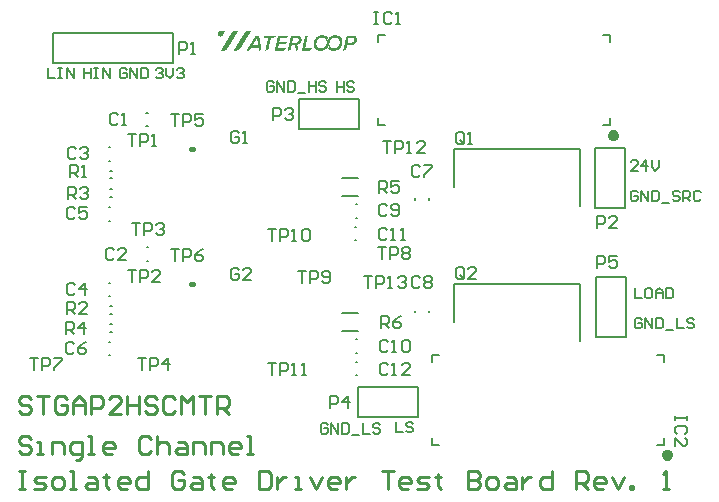
<source format=gto>
G04*
G04 #@! TF.GenerationSoftware,Altium Limited,Altium Designer,21.6.4 (81)*
G04*
G04 Layer_Color=65535*
%FSLAX25Y25*%
%MOIN*%
G70*
G04*
G04 #@! TF.SameCoordinates,1C97AE3E-24CA-4656-ADB5-1DC68C47BFAE*
G04*
G04*
G04 #@! TF.FilePolarity,Positive*
G04*
G01*
G75*
%ADD10C,0.01968*%
%ADD11C,0.01575*%
%ADD12C,0.00500*%
%ADD13C,0.00787*%
%ADD14C,0.01000*%
%ADD15C,0.00700*%
G36*
X-58490Y151637D02*
X-58278D01*
Y151623D01*
X-58251D01*
Y151597D01*
X-58238D01*
Y151544D01*
X-58251D01*
Y151478D01*
X-58264D01*
Y151438D01*
X-58278D01*
Y151385D01*
X-58291D01*
Y151345D01*
X-58304D01*
Y151319D01*
X-58318D01*
Y151279D01*
X-58331D01*
Y151252D01*
X-58344D01*
Y151213D01*
X-58357D01*
Y151173D01*
X-58371D01*
Y151146D01*
X-58384D01*
Y151107D01*
X-58397D01*
Y151080D01*
X-58410D01*
Y151040D01*
X-58424D01*
Y151014D01*
X-58437D01*
Y150974D01*
X-58450D01*
Y150948D01*
X-58463D01*
Y150908D01*
X-58477D01*
Y150882D01*
X-58490D01*
Y150855D01*
X-58503D01*
Y150815D01*
X-58516D01*
Y150789D01*
X-58530D01*
Y150762D01*
X-58543D01*
Y150723D01*
X-58556D01*
Y150696D01*
X-58569D01*
Y150670D01*
X-58583D01*
Y150643D01*
X-58596D01*
Y150617D01*
X-58609D01*
Y150590D01*
X-58622D01*
Y150564D01*
X-58635D01*
Y150524D01*
X-58649D01*
Y150497D01*
X-58662D01*
Y150471D01*
X-58675D01*
Y150444D01*
X-58688D01*
Y150431D01*
X-58702D01*
Y150405D01*
X-58715D01*
Y150378D01*
X-58728D01*
Y150352D01*
X-58741D01*
Y150325D01*
X-58755D01*
Y150299D01*
X-58768D01*
Y150272D01*
X-58781D01*
Y150259D01*
X-58794D01*
Y150232D01*
X-58808D01*
Y150206D01*
X-58821D01*
Y150192D01*
X-58834D01*
Y150166D01*
X-58847D01*
Y150139D01*
X-58861D01*
Y150126D01*
X-58874D01*
Y150100D01*
X-58887D01*
Y150086D01*
X-58900D01*
Y150060D01*
X-58914D01*
Y150047D01*
X-58927D01*
Y150020D01*
X-58940D01*
Y150007D01*
X-58953D01*
Y149994D01*
X-58967D01*
Y149967D01*
X-58980D01*
Y149954D01*
X-58993D01*
Y149941D01*
X-59007D01*
Y149927D01*
X-59020D01*
Y149914D01*
X-59033D01*
Y149901D01*
X-59046D01*
Y149888D01*
X-59060D01*
Y149874D01*
X-59073D01*
Y149861D01*
X-59086D01*
Y149848D01*
X-59099D01*
Y149835D01*
X-59126D01*
Y149821D01*
X-59139D01*
Y149808D01*
X-59166D01*
Y149795D01*
X-59192D01*
Y149782D01*
X-59205D01*
Y149768D01*
X-59232D01*
Y149755D01*
X-59258D01*
Y149742D01*
X-59298D01*
Y149729D01*
X-59325D01*
Y149715D01*
X-59364D01*
Y149702D01*
X-59404D01*
Y149689D01*
X-59457D01*
Y149676D01*
X-59523D01*
Y149662D01*
X-59841D01*
Y149676D01*
X-59908D01*
Y149689D01*
X-59961D01*
Y149702D01*
X-60000D01*
Y149715D01*
X-60040D01*
Y149729D01*
X-60066D01*
Y149742D01*
X-60093D01*
Y149755D01*
X-60119D01*
Y149768D01*
X-60146D01*
Y149782D01*
X-60172D01*
Y149795D01*
X-60199D01*
Y149808D01*
X-60212D01*
Y149821D01*
X-60239D01*
Y149835D01*
X-60252D01*
Y149848D01*
X-60278D01*
Y149861D01*
X-60292D01*
Y149874D01*
X-60305D01*
Y149888D01*
X-60318D01*
Y149901D01*
X-60345D01*
Y149914D01*
X-60358D01*
Y149927D01*
X-60371D01*
Y149941D01*
X-60385D01*
Y149954D01*
X-60398D01*
Y149967D01*
X-60411D01*
Y149980D01*
X-60424D01*
Y149994D01*
X-60438D01*
Y150020D01*
X-60451D01*
Y150033D01*
X-60464D01*
Y150047D01*
X-60477D01*
Y150073D01*
X-60491D01*
Y150086D01*
X-60504D01*
Y150113D01*
X-60517D01*
Y150126D01*
X-60530D01*
Y150153D01*
X-60544D01*
Y150179D01*
X-60557D01*
Y150192D01*
X-60570D01*
Y150232D01*
X-60583D01*
Y150259D01*
X-60597D01*
Y150285D01*
X-60610D01*
Y150325D01*
X-60623D01*
Y150365D01*
X-60636D01*
Y150418D01*
X-60650D01*
Y150497D01*
X-60663D01*
Y150683D01*
X-60650D01*
Y150789D01*
X-60636D01*
Y150855D01*
X-60623D01*
Y150908D01*
X-60610D01*
Y150948D01*
X-60597D01*
Y150988D01*
X-60583D01*
Y151027D01*
X-60570D01*
Y151054D01*
X-60557D01*
Y151093D01*
X-60544D01*
Y151120D01*
X-60530D01*
Y151146D01*
X-60517D01*
Y151160D01*
X-60504D01*
Y151186D01*
X-60491D01*
Y151213D01*
X-60477D01*
Y151226D01*
X-60464D01*
Y151239D01*
X-60451D01*
Y151252D01*
X-60438D01*
Y151279D01*
X-60424D01*
Y151292D01*
X-60411D01*
Y151305D01*
X-60398D01*
Y151319D01*
X-60385D01*
Y151332D01*
X-60371D01*
Y151345D01*
X-60358D01*
Y151358D01*
X-60345D01*
Y151372D01*
X-60318D01*
Y151385D01*
X-60305D01*
Y151398D01*
X-60292D01*
Y151411D01*
X-60278D01*
Y151425D01*
X-60265D01*
Y151438D01*
X-60239D01*
Y151451D01*
X-60225D01*
Y151464D01*
X-60199D01*
Y151478D01*
X-60172D01*
Y151491D01*
X-60146D01*
Y151504D01*
X-60119D01*
Y151517D01*
X-60080D01*
Y151531D01*
X-60040D01*
Y151544D01*
X-59987D01*
Y151557D01*
X-59934D01*
Y151570D01*
X-59868D01*
Y151584D01*
X-59802D01*
Y151597D01*
X-59709D01*
Y151610D01*
X-59603D01*
Y151623D01*
X-59457D01*
Y151637D01*
X-59258D01*
Y151650D01*
X-58490D01*
Y151637D01*
D02*
G37*
G36*
X-21045Y150047D02*
X-20899D01*
Y150033D01*
X-20833D01*
Y150020D01*
X-20780D01*
Y150007D01*
X-20727D01*
Y149994D01*
X-20674D01*
Y149980D01*
X-20635D01*
Y149967D01*
X-20595D01*
Y149954D01*
X-20555D01*
Y149941D01*
X-20515D01*
Y149927D01*
X-20475D01*
Y149914D01*
X-20436D01*
Y149901D01*
X-20409D01*
Y149888D01*
X-20369D01*
Y149874D01*
X-20343D01*
Y149861D01*
X-20316D01*
Y149848D01*
X-20277D01*
Y149835D01*
X-20250D01*
Y149821D01*
X-20224D01*
Y149808D01*
X-20197D01*
Y149795D01*
X-20171D01*
Y149782D01*
X-20144D01*
Y149768D01*
X-20118D01*
Y149755D01*
X-20105D01*
Y149742D01*
X-20078D01*
Y149729D01*
X-20052D01*
Y149715D01*
X-20038D01*
Y149702D01*
X-20012D01*
Y149689D01*
X-19985D01*
Y149676D01*
X-19972D01*
Y149662D01*
X-19945D01*
Y149649D01*
X-19932D01*
Y149636D01*
X-19919D01*
Y149623D01*
X-19893D01*
Y149609D01*
X-19879D01*
Y149596D01*
X-19853D01*
Y149583D01*
X-19839D01*
Y149570D01*
X-19826D01*
Y149557D01*
X-19813D01*
Y149543D01*
X-19786D01*
Y149530D01*
X-19773D01*
Y149517D01*
X-19760D01*
Y149504D01*
X-19747D01*
Y149490D01*
X-19734D01*
Y149477D01*
X-19720D01*
Y149464D01*
X-19707D01*
Y149451D01*
X-19681D01*
Y149437D01*
X-19667D01*
Y149424D01*
X-19654D01*
Y149411D01*
X-19641D01*
Y149398D01*
X-19627D01*
Y149384D01*
X-19614D01*
Y149371D01*
X-19601D01*
Y149358D01*
X-19588D01*
Y149331D01*
X-19575D01*
Y149318D01*
X-19561D01*
Y149305D01*
X-19548D01*
Y149292D01*
X-19535D01*
Y149278D01*
X-19522D01*
Y149265D01*
X-19508D01*
Y149239D01*
X-19495D01*
Y149225D01*
X-19482D01*
Y149212D01*
X-19468D01*
Y149186D01*
X-19455D01*
Y149172D01*
X-19442D01*
Y149159D01*
X-19429D01*
Y149133D01*
X-19415D01*
Y149119D01*
X-19402D01*
Y149093D01*
X-19389D01*
Y149080D01*
X-19376D01*
Y149053D01*
X-19363D01*
Y149040D01*
X-19349D01*
Y149013D01*
X-19336D01*
Y148987D01*
X-19323D01*
Y148974D01*
X-19309D01*
Y148947D01*
X-19296D01*
Y148921D01*
X-19283D01*
Y148894D01*
X-19270D01*
Y148867D01*
X-19256D01*
Y148841D01*
X-19243D01*
Y148814D01*
X-19230D01*
Y148775D01*
X-19217D01*
Y148748D01*
X-19204D01*
Y148708D01*
X-19190D01*
Y148682D01*
X-19177D01*
Y148642D01*
X-19164D01*
Y148602D01*
X-19150D01*
Y148563D01*
X-19137D01*
Y148510D01*
X-19124D01*
Y148457D01*
X-19111D01*
Y148404D01*
X-19097D01*
Y148337D01*
X-19084D01*
Y148271D01*
X-19071D01*
Y148179D01*
X-19058D01*
Y148033D01*
X-19045D01*
Y147649D01*
X-19058D01*
Y147490D01*
X-19071D01*
Y147383D01*
X-19084D01*
Y147304D01*
X-19097D01*
Y147224D01*
X-19111D01*
Y147171D01*
X-19124D01*
Y147105D01*
X-19137D01*
Y147052D01*
X-19150D01*
Y146999D01*
X-19164D01*
Y146959D01*
X-19177D01*
Y146920D01*
X-19190D01*
Y146867D01*
X-19204D01*
Y146827D01*
X-19217D01*
Y146800D01*
X-19230D01*
Y146761D01*
X-19243D01*
Y146721D01*
X-19256D01*
Y146695D01*
X-19270D01*
Y146655D01*
X-19283D01*
Y146628D01*
X-19296D01*
Y146589D01*
X-19309D01*
Y146562D01*
X-19323D01*
Y146536D01*
X-19336D01*
Y146509D01*
X-19349D01*
Y146483D01*
X-19363D01*
Y146456D01*
X-19376D01*
Y146430D01*
X-19389D01*
Y146403D01*
X-19402D01*
Y146377D01*
X-19415D01*
Y146350D01*
X-19429D01*
Y146324D01*
X-19442D01*
Y146297D01*
X-19455D01*
Y146284D01*
X-19468D01*
Y146257D01*
X-19482D01*
Y146231D01*
X-19495D01*
Y146218D01*
X-19508D01*
Y146191D01*
X-19522D01*
Y146178D01*
X-19535D01*
Y146151D01*
X-19548D01*
Y146138D01*
X-19561D01*
Y146112D01*
X-19575D01*
Y146098D01*
X-19588D01*
Y146072D01*
X-19601D01*
Y146058D01*
X-19614D01*
Y146032D01*
X-19627D01*
Y146019D01*
X-19641D01*
Y146005D01*
X-19654D01*
Y145979D01*
X-19667D01*
Y145966D01*
X-19681D01*
Y145952D01*
X-19694D01*
Y145939D01*
X-19707D01*
Y145913D01*
X-19720D01*
Y145899D01*
X-19734D01*
Y145886D01*
X-19747D01*
Y145873D01*
X-19760D01*
Y145860D01*
X-19773D01*
Y145833D01*
X-19786D01*
Y145820D01*
X-19800D01*
Y145807D01*
X-19813D01*
Y145793D01*
X-19826D01*
Y145780D01*
X-19839D01*
Y145767D01*
X-19853D01*
Y145754D01*
X-19866D01*
Y145740D01*
X-19879D01*
Y145727D01*
X-19893D01*
Y145714D01*
X-19906D01*
Y145701D01*
X-19919D01*
Y145687D01*
X-19932D01*
Y145674D01*
X-19945D01*
Y145661D01*
X-19959D01*
Y145648D01*
X-19972D01*
Y145634D01*
X-19985D01*
Y145621D01*
X-19998D01*
Y145608D01*
X-20012D01*
Y145595D01*
X-20025D01*
Y145581D01*
X-20052D01*
Y145568D01*
X-20065D01*
Y145555D01*
X-20078D01*
Y145542D01*
X-20091D01*
Y145528D01*
X-20105D01*
Y145515D01*
X-20118D01*
Y145502D01*
X-20144D01*
Y145489D01*
X-20157D01*
Y145475D01*
X-20171D01*
Y145462D01*
X-20197D01*
Y145449D01*
X-20211D01*
Y145436D01*
X-20224D01*
Y145422D01*
X-20250D01*
Y145409D01*
X-20264D01*
Y145396D01*
X-20277D01*
Y145383D01*
X-20303D01*
Y145370D01*
X-20316D01*
Y145356D01*
X-20343D01*
Y145343D01*
X-20356D01*
Y145330D01*
X-20383D01*
Y145317D01*
X-20409D01*
Y145303D01*
X-20423D01*
Y145290D01*
X-20449D01*
Y145277D01*
X-20475D01*
Y145264D01*
X-20489D01*
Y145250D01*
X-20515D01*
Y145237D01*
X-20542D01*
Y145224D01*
X-20568D01*
Y145211D01*
X-20595D01*
Y145197D01*
X-20608D01*
Y145184D01*
X-20635D01*
Y145171D01*
X-20674D01*
Y145158D01*
X-20701D01*
Y145144D01*
X-20727D01*
Y145131D01*
X-20754D01*
Y145118D01*
X-20794D01*
Y145105D01*
X-20820D01*
Y145091D01*
X-20860D01*
Y145078D01*
X-20886D01*
Y145065D01*
X-20926D01*
Y145052D01*
X-20966D01*
Y145038D01*
X-20992D01*
Y145025D01*
X-21032D01*
Y145012D01*
X-21085D01*
Y144999D01*
X-21125D01*
Y144985D01*
X-21178D01*
Y144972D01*
X-21231D01*
Y144959D01*
X-21297D01*
Y144946D01*
X-21363D01*
Y144932D01*
X-21443D01*
Y144919D01*
X-21549D01*
Y144906D01*
X-21668D01*
Y144893D01*
X-22145D01*
Y144906D01*
X-22277D01*
Y144919D01*
X-22384D01*
Y144932D01*
X-22463D01*
Y144946D01*
X-22543D01*
Y144959D01*
X-22595D01*
Y144972D01*
X-22662D01*
Y144985D01*
X-22715D01*
Y144999D01*
X-22754D01*
Y145012D01*
X-22794D01*
Y145025D01*
X-22834D01*
Y145038D01*
X-22874D01*
Y145052D01*
X-22914D01*
Y145065D01*
X-22953D01*
Y145078D01*
X-22980D01*
Y145091D01*
X-23020D01*
Y145105D01*
X-23046D01*
Y145118D01*
X-23073D01*
Y145131D01*
X-23099D01*
Y145144D01*
X-23125D01*
Y145158D01*
X-23152D01*
Y145171D01*
X-23178D01*
Y145184D01*
X-23205D01*
Y145197D01*
X-23232D01*
Y145211D01*
X-23258D01*
Y145224D01*
X-23271D01*
Y145237D01*
X-23298D01*
Y145250D01*
X-23311D01*
Y145264D01*
X-23337D01*
Y145277D01*
X-23364D01*
Y145290D01*
X-23377D01*
Y145303D01*
X-23404D01*
Y145317D01*
X-23417D01*
Y145330D01*
X-23430D01*
Y145343D01*
X-23457D01*
Y145356D01*
X-23470D01*
Y145370D01*
X-23483D01*
Y145383D01*
X-23510D01*
Y145396D01*
X-23523D01*
Y145409D01*
X-23536D01*
Y145422D01*
X-23550D01*
Y145436D01*
X-23576D01*
Y145449D01*
X-23589D01*
Y145462D01*
X-23603D01*
Y145475D01*
X-23616D01*
Y145489D01*
X-23629D01*
Y145502D01*
X-23642D01*
Y145515D01*
X-23655D01*
Y145528D01*
X-23682D01*
Y145542D01*
X-23695D01*
Y145555D01*
X-23708D01*
Y145568D01*
X-23722D01*
Y145581D01*
X-23735D01*
Y145595D01*
X-23748D01*
Y145608D01*
X-23762D01*
Y145621D01*
X-23775D01*
Y145648D01*
X-23788D01*
Y145674D01*
X-23801D01*
Y145767D01*
X-23788D01*
Y145807D01*
X-23775D01*
Y145846D01*
X-23762D01*
Y145873D01*
X-23748D01*
Y145913D01*
X-23735D01*
Y145939D01*
X-23722D01*
Y145966D01*
X-23708D01*
Y146005D01*
X-23695D01*
Y146032D01*
X-23682D01*
Y146058D01*
X-23669D01*
Y146085D01*
X-23655D01*
Y146125D01*
X-23642D01*
Y146151D01*
X-23629D01*
Y146178D01*
X-23616D01*
Y146271D01*
X-23603D01*
Y146377D01*
X-23589D01*
Y146509D01*
X-23576D01*
Y146602D01*
X-23589D01*
Y146628D01*
X-23629D01*
Y146602D01*
X-23642D01*
Y146589D01*
X-23655D01*
Y146562D01*
X-23669D01*
Y146536D01*
X-23682D01*
Y146509D01*
X-23695D01*
Y146483D01*
X-23708D01*
Y146456D01*
X-23722D01*
Y146430D01*
X-23735D01*
Y146403D01*
X-23748D01*
Y146377D01*
X-23762D01*
Y146350D01*
X-23775D01*
Y146337D01*
X-23788D01*
Y146310D01*
X-23801D01*
Y146284D01*
X-23814D01*
Y146257D01*
X-23828D01*
Y146244D01*
X-23841D01*
Y146218D01*
X-23854D01*
Y146204D01*
X-23867D01*
Y146178D01*
X-23881D01*
Y146151D01*
X-23894D01*
Y146138D01*
X-23907D01*
Y146112D01*
X-23921D01*
Y146098D01*
X-23934D01*
Y146085D01*
X-23947D01*
Y146058D01*
X-23960D01*
Y146045D01*
X-23974D01*
Y146019D01*
X-23987D01*
Y146005D01*
X-24000D01*
Y145992D01*
X-24013D01*
Y145966D01*
X-24026D01*
Y145952D01*
X-24040D01*
Y145939D01*
X-24053D01*
Y145926D01*
X-24066D01*
Y145913D01*
X-24080D01*
Y145886D01*
X-24093D01*
Y145873D01*
X-24106D01*
Y145860D01*
X-24119D01*
Y145846D01*
X-24133D01*
Y145833D01*
X-24146D01*
Y145820D01*
X-24159D01*
Y145793D01*
X-24172D01*
Y145780D01*
X-24185D01*
Y145767D01*
X-24199D01*
Y145754D01*
X-24212D01*
Y145740D01*
X-24225D01*
Y145727D01*
X-24238D01*
Y145714D01*
X-24252D01*
Y145701D01*
X-24265D01*
Y145687D01*
X-24278D01*
Y145674D01*
X-24292D01*
Y145661D01*
X-24305D01*
Y145648D01*
X-24318D01*
Y145634D01*
X-24331D01*
Y145621D01*
X-24344D01*
Y145608D01*
X-24371D01*
Y145595D01*
X-24384D01*
Y145581D01*
X-24397D01*
Y145568D01*
X-24411D01*
Y145555D01*
X-24424D01*
Y145542D01*
X-24437D01*
Y145528D01*
X-24464D01*
Y145515D01*
X-24477D01*
Y145502D01*
X-24490D01*
Y145489D01*
X-24503D01*
Y145475D01*
X-24530D01*
Y145462D01*
X-24543D01*
Y145449D01*
X-24556D01*
Y145436D01*
X-24583D01*
Y145422D01*
X-24596D01*
Y145409D01*
X-24610D01*
Y145396D01*
X-24636D01*
Y145383D01*
X-24649D01*
Y145370D01*
X-24676D01*
Y145356D01*
X-24689D01*
Y145343D01*
X-24715D01*
Y145330D01*
X-24729D01*
Y145317D01*
X-24755D01*
Y145303D01*
X-24782D01*
Y145290D01*
X-24795D01*
Y145277D01*
X-24822D01*
Y145264D01*
X-24848D01*
Y145250D01*
X-24861D01*
Y145237D01*
X-24888D01*
Y145224D01*
X-24914D01*
Y145211D01*
X-24941D01*
Y145197D01*
X-24967D01*
Y145184D01*
X-24994D01*
Y145171D01*
X-25020D01*
Y145158D01*
X-25047D01*
Y145144D01*
X-25073D01*
Y145131D01*
X-25100D01*
Y145118D01*
X-25139D01*
Y145105D01*
X-25166D01*
Y145091D01*
X-25206D01*
Y145078D01*
X-25232D01*
Y145065D01*
X-25272D01*
Y145052D01*
X-25312D01*
Y145038D01*
X-25338D01*
Y145025D01*
X-25378D01*
Y145012D01*
X-25431D01*
Y144999D01*
X-25471D01*
Y144985D01*
X-25524D01*
Y144972D01*
X-25577D01*
Y144959D01*
X-25630D01*
Y144946D01*
X-25696D01*
Y144932D01*
X-25762D01*
Y144919D01*
X-25842D01*
Y144906D01*
X-25948D01*
Y144893D01*
X-26120D01*
Y144879D01*
X-26398D01*
Y144893D01*
X-26570D01*
Y144906D01*
X-26676D01*
Y144919D01*
X-26756D01*
Y144932D01*
X-26836D01*
Y144946D01*
X-26902D01*
Y144959D01*
X-26955D01*
Y144972D01*
X-27008D01*
Y144985D01*
X-27048D01*
Y144999D01*
X-27101D01*
Y145012D01*
X-27140D01*
Y145025D01*
X-27180D01*
Y145038D01*
X-27220D01*
Y145052D01*
X-27246D01*
Y145065D01*
X-27286D01*
Y145078D01*
X-27312D01*
Y145091D01*
X-27352D01*
Y145105D01*
X-27379D01*
Y145118D01*
X-27405D01*
Y145131D01*
X-27445D01*
Y145144D01*
X-27472D01*
Y145158D01*
X-27498D01*
Y145171D01*
X-27525D01*
Y145184D01*
X-27551D01*
Y145197D01*
X-27577D01*
Y145211D01*
X-27591D01*
Y145224D01*
X-27617D01*
Y145237D01*
X-27644D01*
Y145250D01*
X-27657D01*
Y145264D01*
X-27683D01*
Y145277D01*
X-27710D01*
Y145290D01*
X-27723D01*
Y145303D01*
X-27750D01*
Y145317D01*
X-27763D01*
Y145330D01*
X-27790D01*
Y145343D01*
X-27803D01*
Y145356D01*
X-27829D01*
Y145370D01*
X-27843D01*
Y145383D01*
X-27856D01*
Y145396D01*
X-27869D01*
Y145409D01*
X-27896D01*
Y145422D01*
X-27909D01*
Y145436D01*
X-27922D01*
Y145449D01*
X-27935D01*
Y145462D01*
X-27962D01*
Y145475D01*
X-27975D01*
Y145489D01*
X-27988D01*
Y145502D01*
X-28001D01*
Y145515D01*
X-28015D01*
Y145528D01*
X-28028D01*
Y145542D01*
X-28041D01*
Y145555D01*
X-28054D01*
Y145568D01*
X-28068D01*
Y145581D01*
X-28081D01*
Y145595D01*
X-28094D01*
Y145608D01*
X-28108D01*
Y145621D01*
X-28121D01*
Y145634D01*
X-28134D01*
Y145648D01*
X-28147D01*
Y145661D01*
X-28161D01*
Y145687D01*
X-28174D01*
Y145701D01*
X-28187D01*
Y145714D01*
X-28200D01*
Y145727D01*
X-28214D01*
Y145754D01*
X-28227D01*
Y145767D01*
X-28240D01*
Y145780D01*
X-28253D01*
Y145807D01*
X-28267D01*
Y145820D01*
X-28280D01*
Y145846D01*
X-28293D01*
Y145873D01*
X-28306D01*
Y145886D01*
X-28319D01*
Y145913D01*
X-28333D01*
Y145939D01*
X-28346D01*
Y145952D01*
X-28359D01*
Y145979D01*
X-28372D01*
Y146005D01*
X-28386D01*
Y146032D01*
X-28399D01*
Y146058D01*
X-28412D01*
Y146085D01*
X-28425D01*
Y146112D01*
X-28439D01*
Y146138D01*
X-28452D01*
Y146165D01*
X-28465D01*
Y146191D01*
X-28479D01*
Y146218D01*
X-28492D01*
Y146244D01*
X-28505D01*
Y146284D01*
X-28518D01*
Y146310D01*
X-28532D01*
Y146350D01*
X-28545D01*
Y146390D01*
X-28558D01*
Y146430D01*
X-28571D01*
Y146483D01*
X-28585D01*
Y146536D01*
X-28598D01*
Y146602D01*
X-28611D01*
Y146668D01*
X-28624D01*
Y146774D01*
X-28637D01*
Y146906D01*
X-28651D01*
Y147410D01*
X-28637D01*
Y147543D01*
X-28624D01*
Y147622D01*
X-28611D01*
Y147702D01*
X-28598D01*
Y147768D01*
X-28585D01*
Y147821D01*
X-28571D01*
Y147874D01*
X-28558D01*
Y147927D01*
X-28545D01*
Y147980D01*
X-28532D01*
Y148020D01*
X-28518D01*
Y148059D01*
X-28505D01*
Y148099D01*
X-28492D01*
Y148139D01*
X-28479D01*
Y148179D01*
X-28465D01*
Y148218D01*
X-28452D01*
Y148245D01*
X-28439D01*
Y148284D01*
X-28425D01*
Y148311D01*
X-28412D01*
Y148351D01*
X-28399D01*
Y148377D01*
X-28386D01*
Y148404D01*
X-28372D01*
Y148430D01*
X-28359D01*
Y148457D01*
X-28346D01*
Y148483D01*
X-28333D01*
Y148510D01*
X-28319D01*
Y148536D01*
X-28306D01*
Y148563D01*
X-28293D01*
Y148589D01*
X-28280D01*
Y148616D01*
X-28267D01*
Y148642D01*
X-28253D01*
Y148655D01*
X-28240D01*
Y148682D01*
X-28227D01*
Y148708D01*
X-28214D01*
Y148722D01*
X-28200D01*
Y148748D01*
X-28187D01*
Y148775D01*
X-28174D01*
Y148788D01*
X-28161D01*
Y148814D01*
X-28147D01*
Y148828D01*
X-28134D01*
Y148854D01*
X-28121D01*
Y148867D01*
X-28108D01*
Y148894D01*
X-28094D01*
Y148907D01*
X-28081D01*
Y148921D01*
X-28068D01*
Y148947D01*
X-28054D01*
Y148960D01*
X-28041D01*
Y148974D01*
X-28028D01*
Y149000D01*
X-28015D01*
Y149013D01*
X-28001D01*
Y149027D01*
X-27988D01*
Y149053D01*
X-27975D01*
Y149066D01*
X-27962D01*
Y149080D01*
X-27948D01*
Y149093D01*
X-27935D01*
Y149106D01*
X-27922D01*
Y149119D01*
X-27909D01*
Y149146D01*
X-27896D01*
Y149159D01*
X-27882D01*
Y149172D01*
X-27869D01*
Y149186D01*
X-27856D01*
Y149199D01*
X-27843D01*
Y149212D01*
X-27829D01*
Y149225D01*
X-27816D01*
Y149239D01*
X-27803D01*
Y149252D01*
X-27790D01*
Y149265D01*
X-27776D01*
Y149278D01*
X-27763D01*
Y149292D01*
X-27750D01*
Y149305D01*
X-27736D01*
Y149318D01*
X-27723D01*
Y149331D01*
X-27710D01*
Y149345D01*
X-27697D01*
Y149358D01*
X-27683D01*
Y149371D01*
X-27670D01*
Y149384D01*
X-27644D01*
Y149398D01*
X-27630D01*
Y149411D01*
X-27617D01*
Y149424D01*
X-27604D01*
Y149437D01*
X-27591D01*
Y149451D01*
X-27564D01*
Y149464D01*
X-27551D01*
Y149477D01*
X-27538D01*
Y149490D01*
X-27525D01*
Y149504D01*
X-27498D01*
Y149517D01*
X-27485D01*
Y149530D01*
X-27472D01*
Y149543D01*
X-27445D01*
Y149557D01*
X-27432D01*
Y149570D01*
X-27405D01*
Y149583D01*
X-27392D01*
Y149596D01*
X-27379D01*
Y149609D01*
X-27352D01*
Y149623D01*
X-27326D01*
Y149636D01*
X-27312D01*
Y149649D01*
X-27286D01*
Y149662D01*
X-27273D01*
Y149676D01*
X-27246D01*
Y149689D01*
X-27220D01*
Y149702D01*
X-27207D01*
Y149715D01*
X-27180D01*
Y149729D01*
X-27154D01*
Y149742D01*
X-27127D01*
Y149755D01*
X-27101D01*
Y149768D01*
X-27074D01*
Y149782D01*
X-27048D01*
Y149795D01*
X-27021D01*
Y149808D01*
X-26994D01*
Y149821D01*
X-26968D01*
Y149835D01*
X-26941D01*
Y149848D01*
X-26902D01*
Y149861D01*
X-26875D01*
Y149874D01*
X-26836D01*
Y149888D01*
X-26809D01*
Y149901D01*
X-26769D01*
Y149914D01*
X-26730D01*
Y149927D01*
X-26690D01*
Y149941D01*
X-26650D01*
Y149954D01*
X-26610D01*
Y149967D01*
X-26557D01*
Y149980D01*
X-26518D01*
Y149994D01*
X-26451D01*
Y150007D01*
X-26398D01*
Y150020D01*
X-26332D01*
Y150033D01*
X-26252D01*
Y150047D01*
X-26160D01*
Y150060D01*
X-25524D01*
Y150047D01*
X-25365D01*
Y150033D01*
X-25259D01*
Y150020D01*
X-25192D01*
Y150007D01*
X-25126D01*
Y149994D01*
X-25073D01*
Y149980D01*
X-25020D01*
Y149967D01*
X-24967D01*
Y149954D01*
X-24927D01*
Y149941D01*
X-24874D01*
Y149927D01*
X-24848D01*
Y149914D01*
X-24808D01*
Y149901D01*
X-24769D01*
Y149888D01*
X-24742D01*
Y149874D01*
X-24702D01*
Y149861D01*
X-24676D01*
Y149848D01*
X-24636D01*
Y149835D01*
X-24610D01*
Y149821D01*
X-24583D01*
Y149808D01*
X-24556D01*
Y149795D01*
X-24530D01*
Y149782D01*
X-24503D01*
Y149768D01*
X-24477D01*
Y149755D01*
X-24451D01*
Y149742D01*
X-24437D01*
Y149729D01*
X-24411D01*
Y149715D01*
X-24384D01*
Y149702D01*
X-24371D01*
Y149689D01*
X-24344D01*
Y149676D01*
X-24318D01*
Y149662D01*
X-24305D01*
Y149649D01*
X-24278D01*
Y149636D01*
X-24265D01*
Y149623D01*
X-24252D01*
Y149609D01*
X-24225D01*
Y149596D01*
X-24212D01*
Y149583D01*
X-24199D01*
Y149570D01*
X-24172D01*
Y149557D01*
X-24159D01*
Y149543D01*
X-24146D01*
Y149530D01*
X-24133D01*
Y149517D01*
X-24106D01*
Y149504D01*
X-24093D01*
Y149490D01*
X-24080D01*
Y149477D01*
X-24066D01*
Y149464D01*
X-24053D01*
Y149451D01*
X-24040D01*
Y149437D01*
X-24026D01*
Y149424D01*
X-24013D01*
Y149411D01*
X-24000D01*
Y149398D01*
X-23974D01*
Y149384D01*
X-23960D01*
Y149358D01*
X-23947D01*
Y149345D01*
X-23934D01*
Y149331D01*
X-23921D01*
Y149318D01*
X-23907D01*
Y149305D01*
X-23894D01*
Y149278D01*
X-23881D01*
Y149265D01*
X-23894D01*
Y149225D01*
X-23907D01*
Y149186D01*
X-23921D01*
Y149146D01*
X-23934D01*
Y149106D01*
X-23947D01*
Y149066D01*
X-23960D01*
Y149040D01*
X-23974D01*
Y149027D01*
X-23987D01*
Y149000D01*
X-24000D01*
Y148974D01*
X-24013D01*
Y148934D01*
X-24026D01*
Y148907D01*
X-24040D01*
Y148867D01*
X-24053D01*
Y148814D01*
X-24066D01*
Y148735D01*
X-24080D01*
Y148669D01*
X-24093D01*
Y148576D01*
X-24106D01*
Y148311D01*
X-24093D01*
Y148324D01*
X-24080D01*
Y148351D01*
X-24066D01*
Y148377D01*
X-24053D01*
Y148404D01*
X-24040D01*
Y148430D01*
X-24026D01*
Y148457D01*
X-24013D01*
Y148483D01*
X-24000D01*
Y148510D01*
X-23987D01*
Y148536D01*
X-23974D01*
Y148563D01*
X-23960D01*
Y148589D01*
X-23947D01*
Y148616D01*
X-23934D01*
Y148642D01*
X-23921D01*
Y148669D01*
X-23907D01*
Y148682D01*
X-23894D01*
Y148708D01*
X-23881D01*
Y148735D01*
X-23867D01*
Y148748D01*
X-23854D01*
Y148775D01*
X-23841D01*
Y148801D01*
X-23828D01*
Y148814D01*
X-23814D01*
Y148841D01*
X-23801D01*
Y148854D01*
X-23788D01*
Y148881D01*
X-23775D01*
Y148894D01*
X-23762D01*
Y148907D01*
X-23748D01*
Y148934D01*
X-23735D01*
Y148947D01*
X-23722D01*
Y148974D01*
X-23708D01*
Y148987D01*
X-23695D01*
Y149000D01*
X-23682D01*
Y149013D01*
X-23669D01*
Y149040D01*
X-23655D01*
Y149053D01*
X-23642D01*
Y149066D01*
X-23629D01*
Y149080D01*
X-23616D01*
Y149093D01*
X-23603D01*
Y149119D01*
X-23589D01*
Y149133D01*
X-23576D01*
Y149146D01*
X-23563D01*
Y149159D01*
X-23550D01*
Y149172D01*
X-23536D01*
Y149186D01*
X-23523D01*
Y149199D01*
X-23510D01*
Y149212D01*
X-23496D01*
Y149225D01*
X-23483D01*
Y149239D01*
X-23470D01*
Y149252D01*
X-23457D01*
Y149265D01*
X-23444D01*
Y149278D01*
X-23430D01*
Y149292D01*
X-23417D01*
Y149305D01*
X-23404D01*
Y149318D01*
X-23391D01*
Y149331D01*
X-23377D01*
Y149345D01*
X-23364D01*
Y149358D01*
X-23351D01*
Y149371D01*
X-23337D01*
Y149384D01*
X-23324D01*
Y149398D01*
X-23311D01*
Y149411D01*
X-23284D01*
Y149424D01*
X-23271D01*
Y149437D01*
X-23258D01*
Y149451D01*
X-23245D01*
Y149464D01*
X-23218D01*
Y149477D01*
X-23205D01*
Y149490D01*
X-23192D01*
Y149504D01*
X-23178D01*
Y149517D01*
X-23152D01*
Y149530D01*
X-23139D01*
Y149543D01*
X-23125D01*
Y149557D01*
X-23099D01*
Y149570D01*
X-23086D01*
Y149583D01*
X-23059D01*
Y149596D01*
X-23046D01*
Y149609D01*
X-23020D01*
Y149623D01*
X-23006D01*
Y149636D01*
X-22980D01*
Y149649D01*
X-22966D01*
Y149662D01*
X-22940D01*
Y149676D01*
X-22914D01*
Y149689D01*
X-22900D01*
Y149702D01*
X-22874D01*
Y149715D01*
X-22847D01*
Y149729D01*
X-22821D01*
Y149742D01*
X-22794D01*
Y149755D01*
X-22768D01*
Y149768D01*
X-22741D01*
Y149782D01*
X-22728D01*
Y149795D01*
X-22688D01*
Y149808D01*
X-22662D01*
Y149821D01*
X-22635D01*
Y149835D01*
X-22609D01*
Y149848D01*
X-22569D01*
Y149861D01*
X-22543D01*
Y149874D01*
X-22516D01*
Y149888D01*
X-22476D01*
Y149901D01*
X-22436D01*
Y149914D01*
X-22397D01*
Y149927D01*
X-22357D01*
Y149941D01*
X-22317D01*
Y149954D01*
X-22277D01*
Y149967D01*
X-22224D01*
Y149980D01*
X-22172D01*
Y149994D01*
X-22118D01*
Y150007D01*
X-22065D01*
Y150020D01*
X-21999D01*
Y150033D01*
X-21893D01*
Y150047D01*
X-21734D01*
Y150060D01*
X-21045D01*
Y150047D01*
D02*
G37*
G36*
X-15904Y149994D02*
X-15533D01*
Y149980D01*
X-15401D01*
Y149967D01*
X-15321D01*
Y149954D01*
X-15255D01*
Y149941D01*
X-15215D01*
Y149927D01*
X-15162D01*
Y149914D01*
X-15123D01*
Y149901D01*
X-15083D01*
Y149888D01*
X-15043D01*
Y149874D01*
X-15017D01*
Y149861D01*
X-14977D01*
Y149848D01*
X-14950D01*
Y149835D01*
X-14924D01*
Y149821D01*
X-14897D01*
Y149808D01*
X-14871D01*
Y149795D01*
X-14857D01*
Y149782D01*
X-14831D01*
Y149768D01*
X-14818D01*
Y149755D01*
X-14791D01*
Y149742D01*
X-14778D01*
Y149729D01*
X-14751D01*
Y149715D01*
X-14738D01*
Y149702D01*
X-14725D01*
Y149689D01*
X-14698D01*
Y149676D01*
X-14685D01*
Y149662D01*
X-14672D01*
Y149649D01*
X-14659D01*
Y149636D01*
X-14646D01*
Y149623D01*
X-14632D01*
Y149609D01*
X-14619D01*
Y149596D01*
X-14606D01*
Y149583D01*
X-14593D01*
Y149570D01*
X-14579D01*
Y149557D01*
X-14566D01*
Y149543D01*
X-14553D01*
Y149530D01*
X-14539D01*
Y149517D01*
X-14526D01*
Y149504D01*
X-14513D01*
Y149490D01*
X-14500D01*
Y149477D01*
X-14487D01*
Y149464D01*
X-14473D01*
Y149437D01*
X-14460D01*
Y149424D01*
X-14447D01*
Y149411D01*
X-14434D01*
Y149384D01*
X-14420D01*
Y149371D01*
X-14407D01*
Y149345D01*
X-14394D01*
Y149331D01*
X-14380D01*
Y149305D01*
X-14367D01*
Y149278D01*
X-14354D01*
Y149252D01*
X-14341D01*
Y149225D01*
X-14327D01*
Y149186D01*
X-14314D01*
Y149159D01*
X-14301D01*
Y149119D01*
X-14288D01*
Y149093D01*
X-14275D01*
Y149053D01*
Y149040D01*
X-14261D01*
Y149000D01*
X-14248D01*
Y148881D01*
X-14235D01*
Y148417D01*
X-14248D01*
Y148298D01*
X-14261D01*
Y148231D01*
X-14275D01*
Y148179D01*
X-14288D01*
Y148126D01*
X-14301D01*
Y148086D01*
X-14314D01*
Y148046D01*
X-14327D01*
Y148020D01*
X-14341D01*
Y147980D01*
X-14354D01*
Y147940D01*
X-14367D01*
Y147914D01*
X-14380D01*
Y147887D01*
X-14394D01*
Y147861D01*
X-14407D01*
Y147834D01*
X-14420D01*
Y147808D01*
X-14434D01*
Y147781D01*
X-14447D01*
Y147755D01*
X-14460D01*
Y147728D01*
X-14473D01*
Y147715D01*
X-14487D01*
Y147688D01*
X-14500D01*
Y147662D01*
X-14513D01*
Y147649D01*
X-14526D01*
Y147622D01*
X-14539D01*
Y147609D01*
X-14553D01*
Y147596D01*
X-14566D01*
Y147569D01*
X-14579D01*
Y147556D01*
X-14593D01*
Y147543D01*
X-14606D01*
Y147516D01*
X-14619D01*
Y147503D01*
X-14632D01*
Y147490D01*
X-14646D01*
Y147476D01*
X-14659D01*
Y147463D01*
X-14672D01*
Y147450D01*
X-14685D01*
Y147423D01*
X-14698D01*
Y147410D01*
X-14712D01*
Y147397D01*
X-14725D01*
Y147383D01*
X-14738D01*
Y147370D01*
X-14751D01*
Y147357D01*
X-14778D01*
Y147344D01*
X-14791D01*
Y147330D01*
X-14805D01*
Y147317D01*
X-14818D01*
Y147304D01*
X-14831D01*
Y147291D01*
X-14844D01*
Y147277D01*
X-14871D01*
Y147264D01*
X-14884D01*
Y147251D01*
X-14897D01*
Y147238D01*
X-14910D01*
Y147224D01*
X-14937D01*
Y147211D01*
X-14950D01*
Y147198D01*
X-14977D01*
Y147185D01*
X-14990D01*
Y147171D01*
X-15017D01*
Y147158D01*
X-15030D01*
Y147145D01*
X-15056D01*
Y147132D01*
X-15083D01*
Y147118D01*
X-15096D01*
Y147105D01*
X-15123D01*
Y147092D01*
X-15149D01*
Y147079D01*
X-15176D01*
Y147065D01*
X-15202D01*
Y147052D01*
X-15228D01*
Y147039D01*
X-15255D01*
Y147026D01*
X-15295D01*
Y147012D01*
X-15321D01*
Y146999D01*
X-15361D01*
Y146986D01*
X-15401D01*
Y146973D01*
X-15427D01*
Y146959D01*
X-15467D01*
Y146946D01*
X-15507D01*
Y146933D01*
X-15560D01*
Y146920D01*
X-15599D01*
Y146906D01*
X-15653D01*
Y146893D01*
X-15706D01*
Y146880D01*
X-15825D01*
Y146867D01*
X-16196D01*
Y146853D01*
X-16527D01*
Y146840D01*
X-17521D01*
Y146827D01*
X-17534D01*
Y146774D01*
X-17547D01*
Y146708D01*
X-17560D01*
Y146642D01*
X-17574D01*
Y146575D01*
X-17587D01*
Y146496D01*
X-17600D01*
Y146430D01*
X-17614D01*
Y146377D01*
X-17627D01*
Y146310D01*
X-17640D01*
Y146257D01*
X-17653D01*
Y146191D01*
X-17666D01*
Y146138D01*
X-17680D01*
Y146085D01*
X-17693D01*
Y146032D01*
X-17706D01*
Y145979D01*
X-17719D01*
Y145926D01*
X-17733D01*
Y145873D01*
X-17746D01*
Y145833D01*
X-17759D01*
Y145780D01*
X-17773D01*
Y145727D01*
X-17786D01*
Y145687D01*
X-17799D01*
Y145661D01*
X-17812D01*
Y145621D01*
X-17826D01*
Y145595D01*
X-17839D01*
Y145568D01*
X-17852D01*
Y145542D01*
X-17865D01*
Y145528D01*
X-17878D01*
Y145502D01*
X-17892D01*
Y145475D01*
X-17905D01*
Y145462D01*
X-17918D01*
Y145449D01*
X-17932D01*
Y145422D01*
X-17945D01*
Y145409D01*
X-17958D01*
Y145396D01*
X-17971D01*
Y145383D01*
X-17985D01*
Y145356D01*
X-17998D01*
Y145343D01*
X-18011D01*
Y145330D01*
X-18024D01*
Y145317D01*
X-18037D01*
Y145303D01*
X-18051D01*
Y145290D01*
X-18064D01*
Y145277D01*
X-18077D01*
Y145264D01*
X-18104D01*
Y145250D01*
X-18117D01*
Y145237D01*
X-18130D01*
Y145224D01*
X-18144D01*
Y145211D01*
X-18157D01*
Y145197D01*
X-18183D01*
Y145184D01*
X-18196D01*
Y145171D01*
X-18223D01*
Y145158D01*
X-18236D01*
Y145144D01*
X-18263D01*
Y145131D01*
X-18289D01*
Y145118D01*
X-18303D01*
Y145105D01*
X-18329D01*
Y145091D01*
X-18356D01*
Y145078D01*
X-18382D01*
Y145065D01*
X-18422D01*
Y145052D01*
X-18448D01*
Y145038D01*
X-18488D01*
Y145025D01*
X-18528D01*
Y145012D01*
X-18581D01*
Y144999D01*
X-18660D01*
Y144985D01*
X-18833D01*
Y145012D01*
X-18819D01*
Y145065D01*
X-18806D01*
Y145118D01*
X-18793D01*
Y145184D01*
X-18779D01*
Y145237D01*
X-18766D01*
Y145303D01*
X-18753D01*
Y145356D01*
X-18740D01*
Y145409D01*
X-18726D01*
Y145475D01*
X-18713D01*
Y145528D01*
X-18700D01*
Y145581D01*
X-18687D01*
Y145648D01*
X-18674D01*
Y145701D01*
X-18660D01*
Y145767D01*
X-18647D01*
Y145820D01*
X-18634D01*
Y145873D01*
X-18620D01*
Y145939D01*
X-18607D01*
Y145992D01*
X-18594D01*
Y146045D01*
X-18581D01*
Y146112D01*
X-18567D01*
Y146165D01*
X-18554D01*
Y146231D01*
X-18541D01*
Y146284D01*
X-18528D01*
Y146337D01*
X-18515D01*
Y146403D01*
X-18501D01*
Y146456D01*
X-18488D01*
Y146509D01*
X-18475D01*
Y146575D01*
X-18462D01*
Y146628D01*
X-18448D01*
Y146695D01*
X-18435D01*
Y146748D01*
X-18422D01*
Y146800D01*
X-18408D01*
Y146867D01*
X-18395D01*
Y146920D01*
X-18382D01*
Y146973D01*
X-18369D01*
Y147039D01*
X-18356D01*
Y147092D01*
X-18342D01*
Y147158D01*
X-18329D01*
Y147211D01*
X-18316D01*
Y147264D01*
X-18303D01*
Y147330D01*
X-18289D01*
Y147383D01*
X-18276D01*
Y147450D01*
X-18263D01*
Y147503D01*
X-18249D01*
Y147556D01*
X-18236D01*
Y147622D01*
X-18223D01*
Y147675D01*
X-18210D01*
Y147741D01*
X-18196D01*
Y147794D01*
X-18183D01*
Y147847D01*
X-18170D01*
Y147914D01*
X-18157D01*
Y147967D01*
X-18144D01*
Y148033D01*
X-18130D01*
Y148086D01*
X-18117D01*
Y148152D01*
X-18104D01*
Y148205D01*
X-18090D01*
Y148258D01*
X-18077D01*
Y148324D01*
X-18064D01*
Y148377D01*
X-18051D01*
Y148443D01*
X-18037D01*
Y148496D01*
X-18024D01*
Y148549D01*
X-18011D01*
Y148616D01*
X-17998D01*
Y148669D01*
X-17985D01*
Y148735D01*
X-17971D01*
Y148788D01*
X-17958D01*
Y148841D01*
X-17945D01*
Y148907D01*
X-17932D01*
Y148960D01*
X-17918D01*
Y149027D01*
X-17905D01*
Y149080D01*
X-17892D01*
Y149133D01*
X-17878D01*
Y149199D01*
X-17865D01*
Y149252D01*
X-17852D01*
Y149318D01*
X-17839D01*
Y149371D01*
X-17826D01*
Y149411D01*
X-17812D01*
Y149437D01*
X-17799D01*
Y149464D01*
X-17786D01*
Y149490D01*
X-17773D01*
Y149504D01*
X-17759D01*
Y149530D01*
X-17746D01*
Y149543D01*
X-17733D01*
Y149570D01*
X-17719D01*
Y149583D01*
X-17706D01*
Y149596D01*
X-17693D01*
Y149609D01*
X-17680D01*
Y149623D01*
X-17666D01*
Y149649D01*
X-17653D01*
Y149662D01*
X-17640D01*
Y149676D01*
X-17627D01*
Y149689D01*
X-17614D01*
Y149702D01*
X-17600D01*
Y149715D01*
X-17574D01*
Y149729D01*
X-17560D01*
Y149742D01*
X-17547D01*
Y149755D01*
X-17534D01*
Y149768D01*
X-17521D01*
Y149782D01*
X-17494D01*
Y149795D01*
X-17481D01*
Y149808D01*
X-17455D01*
Y149821D01*
X-17441D01*
Y149835D01*
X-17415D01*
Y149848D01*
X-17388D01*
Y149861D01*
X-17375D01*
Y149874D01*
X-17348D01*
Y149888D01*
X-17322D01*
Y149901D01*
X-17282D01*
Y149914D01*
X-17256D01*
Y149927D01*
X-17216D01*
Y149941D01*
X-17176D01*
Y149954D01*
X-17136D01*
Y149967D01*
X-17097D01*
Y149980D01*
X-17030D01*
Y149994D01*
X-16766D01*
Y150007D01*
X-15904D01*
Y149994D01*
D02*
G37*
G36*
X-30612D02*
X-30585D01*
Y149914D01*
X-30599D01*
Y149848D01*
X-30612D01*
Y149795D01*
X-30625D01*
Y149729D01*
X-30638D01*
Y149662D01*
X-30652D01*
Y149609D01*
X-30665D01*
Y149543D01*
X-30678D01*
Y149477D01*
X-30691D01*
Y149424D01*
X-30705D01*
Y149358D01*
X-30718D01*
Y149292D01*
X-30731D01*
Y149239D01*
X-30744D01*
Y149172D01*
X-30757D01*
Y149106D01*
X-30771D01*
Y149053D01*
X-30784D01*
Y148987D01*
X-30797D01*
Y148921D01*
X-30810D01*
Y148867D01*
X-30824D01*
Y148801D01*
X-30837D01*
Y148735D01*
X-30850D01*
Y148669D01*
X-30863D01*
Y148616D01*
X-30877D01*
Y148549D01*
X-30890D01*
Y148483D01*
X-30903D01*
Y148430D01*
X-30917D01*
Y148364D01*
X-30930D01*
Y148298D01*
X-30943D01*
Y148245D01*
X-30956D01*
Y148179D01*
X-30970D01*
Y148112D01*
X-30983D01*
Y148059D01*
X-30996D01*
Y147993D01*
X-31009D01*
Y147927D01*
X-31023D01*
Y147874D01*
X-31036D01*
Y147808D01*
X-31049D01*
Y147755D01*
X-31062D01*
Y147688D01*
X-31076D01*
Y147635D01*
X-31089D01*
Y147569D01*
X-31102D01*
Y147503D01*
X-31115D01*
Y147450D01*
X-31128D01*
Y147383D01*
X-31142D01*
Y147330D01*
X-31155D01*
Y147264D01*
X-31168D01*
Y147211D01*
X-31181D01*
Y147145D01*
X-31195D01*
Y147092D01*
X-31208D01*
Y147026D01*
X-31221D01*
Y146973D01*
X-31234D01*
Y146906D01*
X-31248D01*
Y146853D01*
X-31261D01*
Y146787D01*
X-31274D01*
Y146734D01*
X-31288D01*
Y146668D01*
X-31301D01*
Y146602D01*
X-31314D01*
Y146549D01*
X-31327D01*
Y146483D01*
X-31341D01*
Y146430D01*
X-31354D01*
Y146363D01*
X-31367D01*
Y146310D01*
X-31380D01*
Y146244D01*
X-31394D01*
Y146191D01*
X-31407D01*
Y146125D01*
X-31420D01*
Y146072D01*
X-31433D01*
Y146005D01*
X-31446D01*
Y145952D01*
X-31460D01*
Y145886D01*
X-31473D01*
Y145820D01*
X-31486D01*
Y145780D01*
X-31499D01*
Y145767D01*
X-29313D01*
Y145648D01*
X-29327D01*
Y145608D01*
X-29340D01*
Y145581D01*
X-29353D01*
Y145555D01*
X-29366D01*
Y145528D01*
X-29379D01*
Y145502D01*
X-29393D01*
Y145475D01*
X-29406D01*
Y145462D01*
X-29419D01*
Y145436D01*
X-29432D01*
Y145422D01*
X-29446D01*
Y145396D01*
X-29459D01*
Y145383D01*
X-29472D01*
Y145370D01*
X-29485D01*
Y145356D01*
X-29499D01*
Y145330D01*
X-29512D01*
Y145317D01*
X-29525D01*
Y145303D01*
X-29539D01*
Y145290D01*
X-29552D01*
Y145277D01*
X-29565D01*
Y145264D01*
X-29578D01*
Y145250D01*
X-29592D01*
Y145237D01*
X-29605D01*
Y145224D01*
X-29618D01*
Y145211D01*
X-29631D01*
Y145197D01*
X-29645D01*
Y145184D01*
X-29658D01*
Y145171D01*
X-29684D01*
Y145158D01*
X-29697D01*
Y145144D01*
X-29711D01*
Y145131D01*
X-29737D01*
Y145118D01*
X-29764D01*
Y145105D01*
X-29790D01*
Y145091D01*
X-29817D01*
Y145078D01*
X-29843D01*
Y145065D01*
X-29870D01*
Y145052D01*
X-29896D01*
Y145038D01*
X-29923D01*
Y145025D01*
X-29949D01*
Y145012D01*
X-30002D01*
Y144999D01*
X-30042D01*
Y144985D01*
X-30532D01*
Y144972D01*
X-32506D01*
Y144985D01*
X-32559D01*
Y145038D01*
X-32546D01*
Y145091D01*
X-32533D01*
Y145158D01*
X-32520D01*
Y145224D01*
X-32506D01*
Y145277D01*
X-32493D01*
Y145343D01*
X-32480D01*
Y145409D01*
X-32467D01*
Y145462D01*
X-32454D01*
Y145528D01*
X-32440D01*
Y145595D01*
X-32427D01*
Y145648D01*
X-32414D01*
Y145714D01*
X-32401D01*
Y145780D01*
X-32387D01*
Y145833D01*
X-32374D01*
Y145899D01*
X-32361D01*
Y145966D01*
X-32348D01*
Y146019D01*
X-32334D01*
Y146085D01*
X-32321D01*
Y146138D01*
X-32308D01*
Y146204D01*
X-32294D01*
Y146257D01*
X-32281D01*
Y146324D01*
X-32268D01*
Y146377D01*
X-32255D01*
Y146443D01*
X-32241D01*
Y146496D01*
X-32228D01*
Y146562D01*
X-32215D01*
Y146628D01*
X-32202D01*
Y146681D01*
X-32188D01*
Y146748D01*
X-32175D01*
Y146800D01*
X-32162D01*
Y146853D01*
X-32149D01*
Y146920D01*
X-32135D01*
Y146973D01*
X-32122D01*
Y147039D01*
X-32109D01*
Y147092D01*
X-32096D01*
Y147158D01*
X-32083D01*
Y147211D01*
X-32069D01*
Y147277D01*
X-32056D01*
Y147330D01*
X-32043D01*
Y147383D01*
X-32030D01*
Y147450D01*
X-32016D01*
Y147503D01*
X-32003D01*
Y147569D01*
X-31990D01*
Y147622D01*
X-31977D01*
Y147675D01*
X-31963D01*
Y147741D01*
X-31950D01*
Y147794D01*
X-31937D01*
Y147847D01*
X-31923D01*
Y147914D01*
X-31910D01*
Y147967D01*
X-31897D01*
Y148020D01*
X-31884D01*
Y148086D01*
X-31870D01*
Y148139D01*
X-31857D01*
Y148192D01*
X-31844D01*
Y148258D01*
X-31831D01*
Y148311D01*
X-31817D01*
Y148364D01*
X-31804D01*
Y148417D01*
X-31791D01*
Y148483D01*
X-31778D01*
Y148536D01*
X-31765D01*
Y148589D01*
X-31751D01*
Y148642D01*
X-31738D01*
Y148708D01*
X-31725D01*
Y148761D01*
X-31712D01*
Y148814D01*
X-31698D01*
Y148867D01*
X-31685D01*
Y148934D01*
X-31672D01*
Y148987D01*
X-31659D01*
Y149040D01*
X-31645D01*
Y149093D01*
X-31632D01*
Y149146D01*
X-31619D01*
Y149212D01*
X-31605D01*
Y149265D01*
X-31592D01*
Y149318D01*
X-31579D01*
Y149371D01*
X-31566D01*
Y149424D01*
X-31552D01*
Y149464D01*
X-31539D01*
Y149490D01*
X-31526D01*
Y149517D01*
X-31513D01*
Y149543D01*
X-31499D01*
Y149557D01*
X-31486D01*
Y149583D01*
X-31473D01*
Y149596D01*
X-31460D01*
Y149609D01*
X-31446D01*
Y149636D01*
X-31433D01*
Y149649D01*
X-31420D01*
Y149662D01*
X-31407D01*
Y149676D01*
X-31394D01*
Y149689D01*
X-31380D01*
Y149702D01*
X-31367D01*
Y149715D01*
X-31354D01*
Y149729D01*
X-31341D01*
Y149742D01*
X-31327D01*
Y149755D01*
X-31314D01*
Y149768D01*
X-31301D01*
Y149782D01*
X-31274D01*
Y149795D01*
X-31261D01*
Y149808D01*
X-31248D01*
Y149821D01*
X-31221D01*
Y149835D01*
X-31208D01*
Y149848D01*
X-31181D01*
Y149861D01*
X-31155D01*
Y149874D01*
X-31142D01*
Y149888D01*
X-31115D01*
Y149901D01*
X-31076D01*
Y149914D01*
X-31049D01*
Y149927D01*
X-31023D01*
Y149941D01*
X-30983D01*
Y149954D01*
X-30943D01*
Y149967D01*
X-30877D01*
Y149980D01*
X-30797D01*
Y149994D01*
X-30678D01*
Y150007D01*
X-30612D01*
Y149994D01*
D02*
G37*
G36*
X-34123Y149967D02*
X-33832D01*
Y149954D01*
X-33752D01*
Y149941D01*
X-33686D01*
Y149927D01*
X-33646D01*
Y149914D01*
X-33619D01*
Y149901D01*
X-33580D01*
Y149888D01*
X-33553D01*
Y149874D01*
X-33527D01*
Y149861D01*
X-33500D01*
Y149848D01*
X-33461D01*
Y149835D01*
X-33434D01*
Y149821D01*
X-33394D01*
Y149808D01*
X-33381D01*
Y149795D01*
X-33354D01*
Y149782D01*
X-33328D01*
Y149768D01*
X-33301D01*
Y149755D01*
X-33288D01*
Y149742D01*
X-33262D01*
Y149729D01*
X-33248D01*
Y149715D01*
X-33222D01*
Y149702D01*
X-33209D01*
Y149689D01*
X-33195D01*
Y149676D01*
X-33169D01*
Y149662D01*
X-33156D01*
Y149649D01*
X-33143D01*
Y149636D01*
X-33129D01*
Y149623D01*
X-33116D01*
Y149609D01*
X-33103D01*
Y149596D01*
X-33090D01*
Y149583D01*
X-33076D01*
Y149570D01*
X-33063D01*
Y149557D01*
X-33050D01*
Y149543D01*
X-33037D01*
Y149530D01*
X-33023D01*
Y149517D01*
X-33010D01*
Y149504D01*
X-32997D01*
Y149490D01*
X-32983D01*
Y149477D01*
X-32970D01*
Y149464D01*
X-32957D01*
Y149451D01*
X-32944D01*
Y149437D01*
X-32930D01*
Y149424D01*
X-32917D01*
Y149411D01*
X-32904D01*
Y149398D01*
X-32891D01*
Y149371D01*
X-32877D01*
Y149358D01*
X-32864D01*
Y149331D01*
X-32851D01*
Y149305D01*
X-32838D01*
Y149278D01*
X-32825D01*
Y149252D01*
X-32811D01*
Y149225D01*
X-32798D01*
Y149199D01*
X-32785D01*
Y149172D01*
X-32772D01*
Y149146D01*
X-32758D01*
Y149106D01*
X-32745D01*
Y149080D01*
X-32732D01*
Y149040D01*
X-32719D01*
Y149000D01*
X-32705D01*
Y148947D01*
X-32692D01*
Y148881D01*
X-32679D01*
Y148761D01*
X-32666D01*
Y148430D01*
X-32679D01*
Y148324D01*
X-32692D01*
Y148245D01*
X-32705D01*
Y148192D01*
X-32719D01*
Y148139D01*
X-32732D01*
Y148099D01*
X-32745D01*
Y148046D01*
X-32758D01*
Y148020D01*
X-32772D01*
Y147980D01*
X-32785D01*
Y147940D01*
X-32798D01*
Y147914D01*
X-32811D01*
Y147887D01*
X-32825D01*
Y147861D01*
X-32838D01*
Y147834D01*
X-32851D01*
Y147808D01*
X-32864D01*
Y147781D01*
X-32877D01*
Y147755D01*
X-32891D01*
Y147728D01*
X-32904D01*
Y147715D01*
X-32917D01*
Y147688D01*
X-32930D01*
Y147662D01*
X-32944D01*
Y147649D01*
X-32957D01*
Y147622D01*
X-32970D01*
Y147609D01*
X-32983D01*
Y147596D01*
X-32997D01*
Y147569D01*
X-33010D01*
Y147556D01*
X-33023D01*
Y147543D01*
X-33037D01*
Y147516D01*
X-33050D01*
Y147503D01*
X-33063D01*
Y147490D01*
X-33076D01*
Y147476D01*
X-33090D01*
Y147463D01*
X-33103D01*
Y147450D01*
X-33116D01*
Y147423D01*
X-33129D01*
Y147410D01*
X-33143D01*
Y147397D01*
X-33156D01*
Y147383D01*
X-33169D01*
Y147370D01*
X-33182D01*
Y147357D01*
X-33195D01*
Y147344D01*
X-33222D01*
Y147330D01*
X-33235D01*
Y147317D01*
X-33248D01*
Y147304D01*
X-33262D01*
Y147291D01*
X-33275D01*
Y147277D01*
X-33288D01*
Y147264D01*
X-33315D01*
Y147251D01*
X-33328D01*
Y147238D01*
X-33341D01*
Y147224D01*
X-33354D01*
Y147211D01*
X-33381D01*
Y147198D01*
X-33394D01*
Y147185D01*
X-33421D01*
Y147171D01*
X-33434D01*
Y147158D01*
X-33461D01*
Y147145D01*
X-33474D01*
Y147132D01*
X-33500D01*
Y147118D01*
X-33527D01*
Y147105D01*
X-33553D01*
Y147092D01*
X-33580D01*
Y147079D01*
X-33593D01*
Y147065D01*
X-33633D01*
Y147052D01*
X-33659D01*
Y147039D01*
X-33686D01*
Y147026D01*
X-33712D01*
Y147012D01*
X-33752D01*
Y146999D01*
X-33779D01*
Y146986D01*
X-33832D01*
Y146973D01*
X-33871D01*
Y146959D01*
X-33911D01*
Y146946D01*
X-33964D01*
Y146933D01*
X-34017D01*
Y146920D01*
X-34083D01*
Y146906D01*
X-34136D01*
Y146893D01*
X-34163D01*
Y146867D01*
X-34150D01*
Y146840D01*
X-34136D01*
Y146800D01*
X-34123D01*
Y146774D01*
X-34110D01*
Y146748D01*
X-34097D01*
Y146708D01*
X-34083D01*
Y146681D01*
X-34070D01*
Y146642D01*
X-34057D01*
Y146615D01*
X-34043D01*
Y146589D01*
X-34030D01*
Y146549D01*
X-34017D01*
Y146522D01*
X-34004D01*
Y146496D01*
X-33990D01*
Y146456D01*
X-33977D01*
Y146430D01*
X-33964D01*
Y146390D01*
X-33951D01*
Y146363D01*
X-33937D01*
Y146324D01*
X-33924D01*
Y146297D01*
X-33911D01*
Y146257D01*
X-33898D01*
Y146231D01*
X-33885D01*
Y146191D01*
X-33871D01*
Y146165D01*
X-33858D01*
Y146125D01*
X-33845D01*
Y146098D01*
X-33832D01*
Y146058D01*
X-33818D01*
Y146032D01*
X-33805D01*
Y145992D01*
X-33792D01*
Y145952D01*
X-33779D01*
Y145926D01*
X-33765D01*
Y145886D01*
X-33752D01*
Y145846D01*
X-33739D01*
Y145793D01*
X-33726D01*
Y145740D01*
X-33712D01*
Y145515D01*
X-33726D01*
Y145462D01*
X-33739D01*
Y145422D01*
X-33752D01*
Y145383D01*
X-33765D01*
Y145356D01*
X-33779D01*
Y145330D01*
X-33792D01*
Y145303D01*
X-33805D01*
Y145277D01*
X-33818D01*
Y145264D01*
X-33832D01*
Y145250D01*
X-33845D01*
Y145224D01*
X-33858D01*
Y145211D01*
X-33871D01*
Y145197D01*
X-33885D01*
Y145184D01*
X-33898D01*
Y145171D01*
X-33911D01*
Y145158D01*
X-33924D01*
Y145144D01*
X-33937D01*
Y145131D01*
X-33951D01*
Y145118D01*
X-33964D01*
Y145105D01*
X-33990D01*
Y145091D01*
X-34004D01*
Y145078D01*
X-34030D01*
Y145065D01*
X-34057D01*
Y145052D01*
X-34083D01*
Y145038D01*
X-34110D01*
Y145025D01*
X-34150D01*
Y145012D01*
X-34189D01*
Y144999D01*
X-34242D01*
Y144985D01*
X-34322D01*
Y144972D01*
X-34388D01*
Y145012D01*
X-34401D01*
Y145038D01*
X-34414D01*
Y145078D01*
X-34428D01*
Y145118D01*
X-34441D01*
Y145144D01*
X-34454D01*
Y145184D01*
X-34468D01*
Y145224D01*
X-34481D01*
Y145250D01*
X-34494D01*
Y145290D01*
X-34507D01*
Y145330D01*
X-34521D01*
Y145356D01*
X-34534D01*
Y145396D01*
X-34547D01*
Y145436D01*
X-34560D01*
Y145462D01*
X-34574D01*
Y145502D01*
X-34587D01*
Y145528D01*
X-34600D01*
Y145568D01*
X-34613D01*
Y145608D01*
X-34626D01*
Y145634D01*
X-34640D01*
Y145674D01*
X-34653D01*
Y145714D01*
X-34666D01*
Y145740D01*
X-34679D01*
Y145780D01*
X-34693D01*
Y145820D01*
X-34706D01*
Y145846D01*
X-34719D01*
Y145886D01*
X-34732D01*
Y145926D01*
X-34746D01*
Y145952D01*
X-34759D01*
Y145992D01*
X-34772D01*
Y146032D01*
X-34786D01*
Y146072D01*
X-34799D01*
Y146112D01*
X-34812D01*
Y146138D01*
X-34825D01*
Y146178D01*
X-34839D01*
Y146218D01*
X-34852D01*
Y146257D01*
X-34865D01*
Y146297D01*
X-34878D01*
Y146324D01*
X-34892D01*
Y146363D01*
X-34905D01*
Y146403D01*
X-34918D01*
Y146443D01*
X-34931D01*
Y146483D01*
X-34944D01*
Y146509D01*
X-34958D01*
Y146549D01*
X-34971D01*
Y146589D01*
X-34984D01*
Y146628D01*
X-34997D01*
Y146655D01*
X-35011D01*
Y146695D01*
X-35024D01*
Y146734D01*
X-35037D01*
Y146774D01*
X-35050D01*
Y146814D01*
X-35064D01*
Y146840D01*
X-35991D01*
Y146787D01*
X-36004D01*
Y146721D01*
X-36018D01*
Y146655D01*
X-36031D01*
Y146589D01*
X-36044D01*
Y146522D01*
X-36057D01*
Y146469D01*
X-36071D01*
Y146403D01*
X-36084D01*
Y146337D01*
X-36097D01*
Y146271D01*
X-36110D01*
Y146204D01*
X-36124D01*
Y146138D01*
X-36137D01*
Y146085D01*
X-36150D01*
Y146019D01*
X-36163D01*
Y145966D01*
X-36177D01*
Y145913D01*
X-36190D01*
Y145846D01*
X-36203D01*
Y145793D01*
X-36217D01*
Y145727D01*
X-36230D01*
Y145674D01*
X-36243D01*
Y145621D01*
X-36256D01*
Y145555D01*
X-36270D01*
Y145502D01*
X-36283D01*
Y145436D01*
X-36296D01*
Y145383D01*
X-36309D01*
Y145356D01*
X-36323D01*
Y145330D01*
X-36336D01*
Y145303D01*
X-36349D01*
Y145290D01*
X-36362D01*
Y145264D01*
X-36375D01*
Y145250D01*
X-36389D01*
Y145237D01*
X-36402D01*
Y145224D01*
X-36415D01*
Y145211D01*
X-36428D01*
Y145197D01*
X-36442D01*
Y145184D01*
X-36455D01*
Y145171D01*
X-36468D01*
Y145158D01*
X-36481D01*
Y145144D01*
X-36495D01*
Y145131D01*
X-36508D01*
Y145118D01*
X-36521D01*
Y145105D01*
X-36548D01*
Y145091D01*
X-36561D01*
Y145078D01*
X-36588D01*
Y145065D01*
X-36601D01*
Y145052D01*
X-36627D01*
Y145038D01*
X-36654D01*
Y145025D01*
X-36680D01*
Y145012D01*
X-36720D01*
Y144999D01*
X-36760D01*
Y144985D01*
X-36866D01*
Y144972D01*
X-37184D01*
Y144985D01*
X-37277D01*
Y145012D01*
X-37263D01*
Y145078D01*
X-37250D01*
Y145131D01*
X-37237D01*
Y145197D01*
X-37224D01*
Y145264D01*
X-37210D01*
Y145317D01*
X-37197D01*
Y145383D01*
X-37184D01*
Y145449D01*
X-37170D01*
Y145502D01*
X-37157D01*
Y145568D01*
X-37144D01*
Y145621D01*
X-37131D01*
Y145687D01*
X-37117D01*
Y145754D01*
X-37104D01*
Y145807D01*
X-37091D01*
Y145873D01*
X-37078D01*
Y145926D01*
X-37064D01*
Y145992D01*
X-37051D01*
Y146058D01*
X-37038D01*
Y146112D01*
X-37025D01*
Y146178D01*
X-37012D01*
Y146231D01*
X-36998D01*
Y146297D01*
X-36985D01*
Y146363D01*
X-36972D01*
Y146416D01*
X-36959D01*
Y146483D01*
X-36945D01*
Y146536D01*
X-36932D01*
Y146602D01*
X-36919D01*
Y146668D01*
X-36906D01*
Y146721D01*
X-36892D01*
Y146787D01*
X-36879D01*
Y146840D01*
X-36866D01*
Y146906D01*
X-36852D01*
Y146973D01*
X-36839D01*
Y147026D01*
X-36826D01*
Y147092D01*
X-36813D01*
Y147158D01*
X-36799D01*
Y147211D01*
X-36786D01*
Y147277D01*
X-36773D01*
Y147330D01*
X-36760D01*
Y147397D01*
X-36746D01*
Y147450D01*
X-36733D01*
Y147503D01*
X-36720D01*
Y147569D01*
X-36707D01*
Y147622D01*
X-36694D01*
Y147688D01*
X-36680D01*
Y147741D01*
X-36667D01*
Y147808D01*
X-36654D01*
Y147861D01*
X-36641D01*
Y147914D01*
X-36627D01*
Y147980D01*
X-36614D01*
Y148033D01*
X-36601D01*
Y148099D01*
X-36588D01*
Y148152D01*
X-36574D01*
Y148218D01*
X-36561D01*
Y148271D01*
X-36548D01*
Y148324D01*
X-36535D01*
Y148390D01*
X-36521D01*
Y148443D01*
X-36508D01*
Y148510D01*
X-36495D01*
Y148563D01*
X-36481D01*
Y148616D01*
X-36468D01*
Y148682D01*
X-36455D01*
Y148735D01*
X-36442D01*
Y148801D01*
X-36428D01*
Y148854D01*
X-36415D01*
Y148907D01*
X-36402D01*
Y148974D01*
X-36389D01*
Y149027D01*
X-36375D01*
Y149080D01*
X-36362D01*
Y149133D01*
X-36349D01*
Y149199D01*
X-36336D01*
Y149252D01*
X-36323D01*
Y149305D01*
X-36309D01*
Y149358D01*
X-36296D01*
Y149424D01*
X-36283D01*
Y149464D01*
X-36270D01*
Y149517D01*
X-36256D01*
Y149570D01*
X-36243D01*
Y149609D01*
X-36230D01*
Y149636D01*
X-36217D01*
Y149662D01*
X-36203D01*
Y149689D01*
X-36190D01*
Y149702D01*
X-36177D01*
Y149729D01*
X-36163D01*
Y149742D01*
X-36150D01*
Y149755D01*
X-36137D01*
Y149782D01*
X-36124D01*
Y149795D01*
X-36110D01*
Y149808D01*
X-36097D01*
Y149821D01*
X-36084D01*
Y149835D01*
X-36071D01*
Y149848D01*
X-36057D01*
Y149861D01*
X-36044D01*
Y149874D01*
X-36018D01*
Y149888D01*
X-36004D01*
Y149901D01*
X-35978D01*
Y149914D01*
X-35965D01*
Y149927D01*
X-35938D01*
Y149941D01*
X-35912D01*
Y149954D01*
X-35885D01*
Y149967D01*
X-35435D01*
Y149980D01*
X-34123D01*
Y149967D01*
D02*
G37*
G36*
X-37064D02*
X-37078D01*
Y149914D01*
X-37091D01*
Y149861D01*
X-37104D01*
Y149821D01*
X-37117D01*
Y149795D01*
X-37131D01*
Y149768D01*
X-37144D01*
Y149742D01*
X-37157D01*
Y149715D01*
X-37170D01*
Y149689D01*
X-37184D01*
Y149662D01*
X-37197D01*
Y149649D01*
X-37210D01*
Y149623D01*
X-37224D01*
Y149609D01*
X-37237D01*
Y149596D01*
X-37250D01*
Y149570D01*
X-37263D01*
Y149557D01*
X-37277D01*
Y149543D01*
X-37290D01*
Y149530D01*
X-37303D01*
Y149517D01*
X-37316D01*
Y149504D01*
X-37330D01*
Y149477D01*
X-37343D01*
Y149464D01*
X-37369D01*
Y149451D01*
X-37383D01*
Y149437D01*
X-37396D01*
Y149424D01*
X-37409D01*
Y149411D01*
X-37422D01*
Y149398D01*
X-37435D01*
Y149384D01*
X-37462D01*
Y149371D01*
X-37475D01*
Y149358D01*
X-37488D01*
Y149345D01*
X-37515D01*
Y149331D01*
X-37541D01*
Y149318D01*
X-37568D01*
Y149305D01*
X-37595D01*
Y149292D01*
X-37621D01*
Y149278D01*
X-37648D01*
Y149265D01*
X-37687D01*
Y149252D01*
X-37727D01*
Y149239D01*
X-37793D01*
Y149225D01*
X-37926D01*
Y149212D01*
X-39781D01*
Y149199D01*
X-39794D01*
Y149093D01*
X-39807D01*
Y149027D01*
X-39821D01*
Y148974D01*
X-39834D01*
Y148907D01*
X-39847D01*
Y148841D01*
X-39860D01*
Y148788D01*
X-39873D01*
Y148722D01*
X-39887D01*
Y148669D01*
X-39900D01*
Y148616D01*
X-39913D01*
Y148549D01*
X-39926D01*
Y148496D01*
X-39940D01*
Y148443D01*
X-39953D01*
Y148390D01*
X-39966D01*
Y148324D01*
X-39979D01*
Y148271D01*
X-39993D01*
Y148218D01*
X-40006D01*
Y148165D01*
X-40019D01*
Y148112D01*
X-40033D01*
Y148059D01*
X-40046D01*
Y148020D01*
X-40059D01*
Y147967D01*
X-40072D01*
Y147953D01*
X-40059D01*
Y147940D01*
X-40046D01*
Y147927D01*
X-39728D01*
Y147914D01*
X-37581D01*
Y147821D01*
X-37595D01*
Y147794D01*
X-37608D01*
Y147755D01*
X-37621D01*
Y147728D01*
X-37634D01*
Y147702D01*
X-37648D01*
Y147675D01*
X-37661D01*
Y147662D01*
X-37674D01*
Y147635D01*
X-37687D01*
Y147609D01*
X-37701D01*
Y147596D01*
X-37714D01*
Y147569D01*
X-37727D01*
Y147556D01*
X-37740D01*
Y147543D01*
X-37753D01*
Y147516D01*
X-37767D01*
Y147503D01*
X-37780D01*
Y147490D01*
X-37793D01*
Y147476D01*
X-37806D01*
Y147450D01*
X-37820D01*
Y147436D01*
X-37833D01*
Y147423D01*
X-37846D01*
Y147410D01*
X-37859D01*
Y147397D01*
X-37873D01*
Y147383D01*
X-37886D01*
Y147370D01*
X-37899D01*
Y147357D01*
X-37912D01*
Y147344D01*
X-37926D01*
Y147330D01*
X-37939D01*
Y147317D01*
X-37966D01*
Y147304D01*
X-37979D01*
Y147291D01*
X-37992D01*
Y147277D01*
X-38019D01*
Y147264D01*
X-38032D01*
Y147251D01*
X-38058D01*
Y147238D01*
X-38085D01*
Y147224D01*
X-38111D01*
Y147211D01*
X-38138D01*
Y147198D01*
X-38164D01*
Y147185D01*
X-38204D01*
Y147171D01*
X-38257D01*
Y147158D01*
X-38323D01*
Y147145D01*
X-38495D01*
Y147132D01*
X-39145D01*
Y147118D01*
X-40192D01*
Y147105D01*
X-40244D01*
Y147052D01*
X-40258D01*
Y146999D01*
X-40271D01*
Y146933D01*
X-40284D01*
Y146880D01*
X-40297D01*
Y146814D01*
X-40311D01*
Y146748D01*
X-40324D01*
Y146695D01*
X-40337D01*
Y146628D01*
X-40350D01*
Y146562D01*
X-40364D01*
Y146509D01*
X-40377D01*
Y146443D01*
X-40390D01*
Y146390D01*
X-40404D01*
Y146337D01*
X-40417D01*
Y146284D01*
X-40430D01*
Y146231D01*
X-40443D01*
Y146178D01*
X-40457D01*
Y146125D01*
X-40470D01*
Y146072D01*
X-40483D01*
Y146019D01*
X-40496D01*
Y145966D01*
X-40510D01*
Y145913D01*
X-40523D01*
Y145860D01*
X-40536D01*
Y145807D01*
X-40549D01*
Y145793D01*
X-40536D01*
Y145780D01*
X-40483D01*
Y145767D01*
X-38005D01*
Y145727D01*
X-38019D01*
Y145687D01*
X-38032D01*
Y145648D01*
X-38045D01*
Y145608D01*
X-38058D01*
Y145581D01*
X-38072D01*
Y145555D01*
X-38085D01*
Y145515D01*
X-38098D01*
Y145502D01*
X-38111D01*
Y145475D01*
X-38124D01*
Y145449D01*
X-38138D01*
Y145422D01*
X-38151D01*
Y145409D01*
X-38164D01*
Y145383D01*
X-38177D01*
Y145370D01*
X-38191D01*
Y145356D01*
X-38204D01*
Y145330D01*
X-38217D01*
Y145317D01*
X-38230D01*
Y145303D01*
X-38244D01*
Y145290D01*
X-38257D01*
Y145277D01*
X-38270D01*
Y145264D01*
X-38284D01*
Y145250D01*
X-38297D01*
Y145237D01*
X-38310D01*
Y145224D01*
X-38323D01*
Y145211D01*
X-38337D01*
Y145197D01*
X-38350D01*
Y145184D01*
X-38363D01*
Y145171D01*
X-38390D01*
Y145158D01*
X-38403D01*
Y145144D01*
X-38416D01*
Y145131D01*
X-38443D01*
Y145118D01*
X-38456D01*
Y145105D01*
X-38482D01*
Y145091D01*
X-38509D01*
Y145078D01*
X-38535D01*
Y145065D01*
X-38548D01*
Y145052D01*
X-38575D01*
Y145038D01*
X-38615D01*
Y145025D01*
X-38641D01*
Y145012D01*
X-38681D01*
Y144999D01*
X-38721D01*
Y144985D01*
X-39264D01*
Y144972D01*
X-41079D01*
Y144985D01*
X-41609D01*
Y144999D01*
X-41596D01*
Y145052D01*
X-41583D01*
Y145118D01*
X-41570D01*
Y145184D01*
X-41556D01*
Y145237D01*
X-41543D01*
Y145303D01*
X-41530D01*
Y145356D01*
X-41517D01*
Y145422D01*
X-41503D01*
Y145475D01*
X-41490D01*
Y145542D01*
X-41477D01*
Y145608D01*
X-41464D01*
Y145661D01*
X-41450D01*
Y145727D01*
X-41437D01*
Y145780D01*
X-41424D01*
Y145846D01*
X-41410D01*
Y145913D01*
X-41397D01*
Y145966D01*
X-41384D01*
Y146032D01*
X-41371D01*
Y146085D01*
X-41357D01*
Y146151D01*
X-41344D01*
Y146218D01*
X-41331D01*
Y146271D01*
X-41318D01*
Y146337D01*
X-41304D01*
Y146390D01*
X-41291D01*
Y146456D01*
X-41278D01*
Y146522D01*
X-41265D01*
Y146575D01*
X-41252D01*
Y146642D01*
X-41238D01*
Y146695D01*
X-41225D01*
Y146761D01*
X-41212D01*
Y146827D01*
X-41199D01*
Y146880D01*
X-41185D01*
Y146946D01*
X-41172D01*
Y146999D01*
X-41159D01*
Y147065D01*
X-41146D01*
Y147118D01*
X-41132D01*
Y147185D01*
X-41119D01*
Y147251D01*
X-41106D01*
Y147304D01*
X-41093D01*
Y147370D01*
X-41079D01*
Y147423D01*
X-41066D01*
Y147490D01*
X-41053D01*
Y147556D01*
X-41039D01*
Y147609D01*
X-41026D01*
Y147675D01*
X-41013D01*
Y147728D01*
X-41000D01*
Y147794D01*
X-40986D01*
Y147861D01*
X-40973D01*
Y147914D01*
X-40960D01*
Y147980D01*
X-40947D01*
Y148033D01*
X-40933D01*
Y148099D01*
X-40920D01*
Y148152D01*
X-40907D01*
Y148218D01*
X-40894D01*
Y148284D01*
X-40881D01*
Y148337D01*
X-40867D01*
Y148404D01*
X-40854D01*
Y148457D01*
X-40841D01*
Y148523D01*
X-40828D01*
Y148576D01*
X-40814D01*
Y148629D01*
X-40801D01*
Y148695D01*
X-40788D01*
Y148748D01*
X-40775D01*
Y148801D01*
X-40761D01*
Y148867D01*
X-40748D01*
Y148921D01*
X-40735D01*
Y148974D01*
X-40721D01*
Y149027D01*
X-40708D01*
Y149080D01*
X-40695D01*
Y149133D01*
X-40682D01*
Y149172D01*
Y149186D01*
X-40668D01*
Y149239D01*
X-40655D01*
Y149278D01*
X-40642D01*
Y149331D01*
X-40629D01*
Y149371D01*
X-40615D01*
Y149398D01*
X-40602D01*
Y149437D01*
X-40589D01*
Y149477D01*
X-40576D01*
Y149504D01*
X-40562D01*
Y149530D01*
X-40549D01*
Y149543D01*
X-40536D01*
Y149570D01*
X-40523D01*
Y149583D01*
X-40510D01*
Y149596D01*
X-40496D01*
Y149609D01*
X-40483D01*
Y149636D01*
X-40470D01*
Y149649D01*
X-40457D01*
Y149662D01*
X-40443D01*
Y149676D01*
X-40417D01*
Y149689D01*
X-40404D01*
Y149702D01*
X-40390D01*
Y149715D01*
X-40377D01*
Y149729D01*
X-40364D01*
Y149742D01*
X-40350D01*
Y149755D01*
X-40337D01*
Y149768D01*
X-40324D01*
Y149782D01*
X-40311D01*
Y149795D01*
X-40284D01*
Y149808D01*
X-40271D01*
Y149821D01*
X-40258D01*
Y149835D01*
X-40231D01*
Y149848D01*
X-40218D01*
Y149861D01*
X-40192D01*
Y149874D01*
X-40165D01*
Y149888D01*
X-40139D01*
Y149901D01*
X-40112D01*
Y149914D01*
X-40072D01*
Y149927D01*
X-40033D01*
Y149941D01*
X-39993D01*
Y149954D01*
X-39940D01*
Y149967D01*
X-39821D01*
Y149980D01*
X-37064D01*
Y149967D01*
D02*
G37*
G36*
X-41238Y149914D02*
X-41252D01*
Y149888D01*
X-41265D01*
Y149861D01*
X-41278D01*
Y149835D01*
X-41291D01*
Y149808D01*
X-41304D01*
Y149782D01*
X-41318D01*
Y149755D01*
X-41331D01*
Y149729D01*
X-41344D01*
Y149702D01*
X-41357D01*
Y149676D01*
X-41371D01*
Y149662D01*
X-41384D01*
Y149636D01*
X-41397D01*
Y149623D01*
X-41410D01*
Y149596D01*
X-41424D01*
Y149583D01*
X-41437D01*
Y149570D01*
X-41450D01*
Y149557D01*
X-41464D01*
Y149530D01*
X-41477D01*
Y149517D01*
X-41490D01*
Y149504D01*
X-41503D01*
Y149490D01*
X-41517D01*
Y149477D01*
X-41530D01*
Y149464D01*
X-41543D01*
Y149451D01*
X-41570D01*
Y149437D01*
X-41583D01*
Y149424D01*
X-41596D01*
Y149411D01*
X-41609D01*
Y149398D01*
X-41636D01*
Y149384D01*
X-41649D01*
Y149371D01*
X-41675D01*
Y149358D01*
X-41689D01*
Y149345D01*
X-41715D01*
Y149331D01*
X-41728D01*
Y149318D01*
X-41755D01*
Y149305D01*
X-41781D01*
Y149292D01*
X-41808D01*
Y149278D01*
X-41835D01*
Y149265D01*
X-41874D01*
Y149252D01*
X-41901D01*
Y149239D01*
X-41941D01*
Y149225D01*
X-42007D01*
Y149212D01*
X-42166D01*
Y149199D01*
X-42431D01*
Y149186D01*
X-42934D01*
Y149080D01*
X-42948D01*
Y149027D01*
X-42961D01*
Y148960D01*
X-42974D01*
Y148907D01*
X-42987D01*
Y148841D01*
X-43001D01*
Y148775D01*
X-43014D01*
Y148722D01*
X-43027D01*
Y148655D01*
X-43040D01*
Y148589D01*
X-43053D01*
Y148536D01*
X-43067D01*
Y148470D01*
X-43080D01*
Y148417D01*
X-43093D01*
Y148351D01*
X-43106D01*
Y148298D01*
X-43120D01*
Y148231D01*
X-43133D01*
Y148179D01*
X-43146D01*
Y148112D01*
X-43159D01*
Y148059D01*
X-43173D01*
Y147993D01*
X-43186D01*
Y147927D01*
X-43199D01*
Y147874D01*
X-43213D01*
Y147808D01*
X-43226D01*
Y147755D01*
X-43239D01*
Y147688D01*
X-43252D01*
Y147635D01*
X-43266D01*
Y147569D01*
X-43279D01*
Y147516D01*
X-43292D01*
Y147450D01*
X-43305D01*
Y147397D01*
X-43319D01*
Y147330D01*
X-43332D01*
Y147277D01*
X-43345D01*
Y147211D01*
X-43358D01*
Y147158D01*
X-43371D01*
Y147092D01*
X-43385D01*
Y147039D01*
X-43398D01*
Y146986D01*
X-43411D01*
Y146920D01*
X-43424D01*
Y146867D01*
X-43438D01*
Y146800D01*
X-43451D01*
Y146748D01*
X-43464D01*
Y146681D01*
X-43477D01*
Y146628D01*
X-43491D01*
Y146562D01*
X-43504D01*
Y146509D01*
X-43517D01*
Y146456D01*
X-43530D01*
Y146390D01*
X-43544D01*
Y146337D01*
X-43557D01*
Y146271D01*
X-43570D01*
Y146218D01*
X-43584D01*
Y146151D01*
X-43597D01*
Y146098D01*
X-43610D01*
Y146045D01*
X-43623D01*
Y145992D01*
X-43637D01*
Y145926D01*
X-43650D01*
Y145873D01*
X-43663D01*
Y145820D01*
X-43676D01*
Y145767D01*
X-43690D01*
Y145714D01*
X-43703D01*
Y145661D01*
X-43716D01*
Y145621D01*
X-43729D01*
Y145581D01*
X-43742D01*
Y145555D01*
X-43756D01*
Y145528D01*
X-43769D01*
Y145502D01*
X-43782D01*
Y145475D01*
X-43795D01*
Y145449D01*
X-43809D01*
Y145436D01*
X-43822D01*
Y145409D01*
X-43835D01*
Y145383D01*
X-43848D01*
Y145370D01*
X-43862D01*
Y145356D01*
X-43875D01*
Y145330D01*
X-43888D01*
Y145317D01*
X-43902D01*
Y145303D01*
X-43915D01*
Y145290D01*
X-43928D01*
Y145277D01*
X-43941D01*
Y145264D01*
X-43955D01*
Y145250D01*
X-43968D01*
Y145237D01*
X-43981D01*
Y145224D01*
X-43994D01*
Y145211D01*
X-44008D01*
Y145197D01*
X-44034D01*
Y145184D01*
X-44047D01*
Y145171D01*
X-44061D01*
Y145158D01*
X-44087D01*
Y145144D01*
X-44100D01*
Y145131D01*
X-44113D01*
Y145118D01*
X-44140D01*
Y145105D01*
X-44166D01*
Y145091D01*
X-44193D01*
Y145078D01*
X-44219D01*
Y145065D01*
X-44246D01*
Y145052D01*
X-44273D01*
Y145038D01*
X-44312D01*
Y145025D01*
X-44339D01*
Y145012D01*
X-44392D01*
Y144999D01*
X-44431D01*
Y144985D01*
X-44511D01*
Y144972D01*
X-44750D01*
Y145038D01*
X-44736D01*
Y145091D01*
X-44723D01*
Y145158D01*
X-44710D01*
Y145211D01*
X-44697D01*
Y145277D01*
X-44683D01*
Y145330D01*
X-44670D01*
Y145396D01*
X-44657D01*
Y145449D01*
X-44644D01*
Y145515D01*
X-44630D01*
Y145568D01*
X-44617D01*
Y145634D01*
X-44604D01*
Y145701D01*
X-44590D01*
Y145754D01*
X-44577D01*
Y145820D01*
X-44564D01*
Y145873D01*
X-44551D01*
Y145939D01*
X-44537D01*
Y145992D01*
X-44524D01*
Y146058D01*
X-44511D01*
Y146112D01*
X-44498D01*
Y146178D01*
X-44484D01*
Y146231D01*
X-44471D01*
Y146297D01*
X-44458D01*
Y146350D01*
X-44445D01*
Y146416D01*
X-44431D01*
Y146483D01*
X-44418D01*
Y146536D01*
X-44405D01*
Y146602D01*
X-44392D01*
Y146655D01*
X-44379D01*
Y146721D01*
X-44365D01*
Y146774D01*
X-44352D01*
Y146840D01*
X-44339D01*
Y146893D01*
X-44326D01*
Y146959D01*
X-44312D01*
Y147012D01*
X-44299D01*
Y147079D01*
X-44286D01*
Y147132D01*
X-44273D01*
Y147198D01*
X-44259D01*
Y147264D01*
X-44246D01*
Y147317D01*
X-44233D01*
Y147383D01*
X-44219D01*
Y147436D01*
X-44206D01*
Y147503D01*
X-44193D01*
Y147556D01*
X-44180D01*
Y147622D01*
X-44166D01*
Y147675D01*
X-44153D01*
Y147741D01*
X-44140D01*
Y147794D01*
X-44127D01*
Y147861D01*
X-44113D01*
Y147914D01*
X-44100D01*
Y147980D01*
X-44087D01*
Y148046D01*
X-44074D01*
Y148099D01*
X-44061D01*
Y148165D01*
X-44047D01*
Y148218D01*
X-44034D01*
Y148284D01*
X-44021D01*
Y148337D01*
X-44008D01*
Y148404D01*
X-43994D01*
Y148457D01*
X-43981D01*
Y148523D01*
X-43968D01*
Y148576D01*
X-43955D01*
Y148642D01*
X-43941D01*
Y148695D01*
X-43928D01*
Y148761D01*
X-43915D01*
Y148828D01*
X-43902D01*
Y148881D01*
X-43888D01*
Y148947D01*
X-43875D01*
Y149000D01*
X-43862D01*
Y149066D01*
X-43848D01*
Y149119D01*
X-43835D01*
Y149172D01*
X-44140D01*
Y149186D01*
X-45333D01*
Y149212D01*
X-45319D01*
Y149252D01*
X-45306D01*
Y149292D01*
X-45293D01*
Y149331D01*
X-45279D01*
Y149371D01*
X-45266D01*
Y149398D01*
X-45253D01*
Y149424D01*
X-45240D01*
Y149451D01*
X-45226D01*
Y149477D01*
X-45213D01*
Y149504D01*
X-45200D01*
Y149530D01*
X-45187D01*
Y149543D01*
X-45173D01*
Y149570D01*
X-45160D01*
Y149583D01*
X-45147D01*
Y149596D01*
X-45134D01*
Y149623D01*
X-45120D01*
Y149636D01*
X-45107D01*
Y149649D01*
X-45094D01*
Y149662D01*
X-45081D01*
Y149676D01*
X-45068D01*
Y149689D01*
X-45054D01*
Y149702D01*
X-45041D01*
Y149715D01*
X-45028D01*
Y149729D01*
X-45015D01*
Y149742D01*
X-45001D01*
Y149755D01*
X-44988D01*
Y149768D01*
X-44975D01*
Y149782D01*
X-44962D01*
Y149795D01*
X-44935D01*
Y149808D01*
X-44922D01*
Y149821D01*
X-44908D01*
Y149835D01*
X-44882D01*
Y149848D01*
X-44855D01*
Y149861D01*
X-44842D01*
Y149874D01*
X-44816D01*
Y149888D01*
X-44789D01*
Y149901D01*
X-44763D01*
Y149914D01*
X-44736D01*
Y149927D01*
X-44710D01*
Y149941D01*
X-44670D01*
Y149954D01*
X-44630D01*
Y149967D01*
X-43915D01*
Y149980D01*
X-41238D01*
Y149914D01*
D02*
G37*
G36*
X-47002Y149967D02*
X-46856D01*
Y149954D01*
X-46843D01*
Y149874D01*
X-46830D01*
Y149808D01*
X-46817D01*
Y149729D01*
X-46803D01*
Y149662D01*
X-46790D01*
Y149583D01*
X-46777D01*
Y149517D01*
X-46764D01*
Y149437D01*
X-46750D01*
Y149358D01*
X-46737D01*
Y149292D01*
X-46724D01*
Y149212D01*
X-46711D01*
Y149146D01*
X-46697D01*
Y149066D01*
X-46684D01*
Y149000D01*
X-46671D01*
Y148921D01*
X-46657D01*
Y148841D01*
X-46644D01*
Y148775D01*
X-46631D01*
Y148695D01*
X-46618D01*
Y148629D01*
X-46604D01*
Y148549D01*
X-46591D01*
Y148483D01*
X-46578D01*
Y148404D01*
X-46565D01*
Y148324D01*
X-46551D01*
Y148258D01*
X-46538D01*
Y148179D01*
X-46525D01*
Y148112D01*
X-46512D01*
Y148033D01*
X-46499D01*
Y147967D01*
X-46485D01*
Y147887D01*
X-46472D01*
Y147808D01*
X-46459D01*
Y147728D01*
X-46446D01*
Y147649D01*
X-46432D01*
Y147582D01*
X-46419D01*
Y147503D01*
X-46406D01*
Y147423D01*
X-46393D01*
Y147344D01*
X-46379D01*
Y147264D01*
X-46366D01*
Y147185D01*
X-46353D01*
Y147118D01*
X-46339D01*
Y147039D01*
X-46326D01*
Y146959D01*
X-46313D01*
Y146880D01*
X-46300D01*
Y146800D01*
X-46286D01*
Y146721D01*
X-46273D01*
Y146655D01*
X-46260D01*
Y146575D01*
X-46247D01*
Y146483D01*
X-46233D01*
Y146403D01*
X-46220D01*
Y146324D01*
X-46207D01*
Y146244D01*
X-46194D01*
Y146165D01*
X-46180D01*
Y146072D01*
X-46167D01*
Y145979D01*
X-46154D01*
Y145873D01*
X-46141D01*
Y145714D01*
X-46128D01*
Y145648D01*
X-46141D01*
Y145555D01*
X-46154D01*
Y145515D01*
X-46167D01*
Y145475D01*
X-46180D01*
Y145449D01*
X-46194D01*
Y145422D01*
X-46207D01*
Y145396D01*
X-46220D01*
Y145370D01*
X-46233D01*
Y145343D01*
X-46247D01*
Y145330D01*
X-46260D01*
Y145303D01*
X-46273D01*
Y145290D01*
X-46286D01*
Y145264D01*
X-46300D01*
Y145250D01*
X-46313D01*
Y145237D01*
X-46326D01*
Y145224D01*
X-46339D01*
Y145211D01*
X-46353D01*
Y145197D01*
X-46366D01*
Y145184D01*
X-46379D01*
Y145171D01*
X-46393D01*
Y145158D01*
X-46406D01*
Y145144D01*
X-46419D01*
Y145131D01*
X-46432D01*
Y145118D01*
X-46459D01*
Y145105D01*
X-46472D01*
Y145091D01*
X-46499D01*
Y145078D01*
X-46512D01*
Y145065D01*
X-46538D01*
Y145052D01*
X-46565D01*
Y145038D01*
X-46591D01*
Y145025D01*
X-46618D01*
Y145012D01*
X-46657D01*
Y144999D01*
X-46697D01*
Y144985D01*
X-46750D01*
Y144972D01*
X-46909D01*
Y145025D01*
X-46922D01*
Y145105D01*
X-46936D01*
Y145171D01*
X-46949D01*
Y145237D01*
X-46962D01*
Y145317D01*
X-46975D01*
Y145383D01*
X-46989D01*
Y145462D01*
X-47002D01*
Y145555D01*
X-47015D01*
Y145634D01*
X-47028D01*
Y145727D01*
X-47042D01*
Y145820D01*
X-47055D01*
Y145913D01*
X-47068D01*
Y145926D01*
X-49427D01*
Y145913D01*
X-49440D01*
Y145899D01*
X-49453D01*
Y145873D01*
X-49466D01*
Y145846D01*
X-49480D01*
Y145833D01*
X-49493D01*
Y145807D01*
X-49506D01*
Y145780D01*
X-49520D01*
Y145767D01*
X-49533D01*
Y145740D01*
X-49546D01*
Y145714D01*
X-49559D01*
Y145701D01*
X-49573D01*
Y145674D01*
X-49586D01*
Y145648D01*
X-49599D01*
Y145634D01*
X-49612D01*
Y145608D01*
X-49626D01*
Y145581D01*
X-49639D01*
Y145568D01*
X-49652D01*
Y145542D01*
X-49665D01*
Y145515D01*
X-49679D01*
Y145502D01*
X-49692D01*
Y145475D01*
X-49705D01*
Y145449D01*
X-49718D01*
Y145436D01*
X-49731D01*
Y145409D01*
X-49745D01*
Y145396D01*
X-49758D01*
Y145370D01*
X-49771D01*
Y145343D01*
X-49784D01*
Y145330D01*
X-49798D01*
Y145303D01*
X-49811D01*
Y145290D01*
X-49824D01*
Y145277D01*
X-49837D01*
Y145250D01*
X-49851D01*
Y145237D01*
X-49864D01*
Y145224D01*
X-49877D01*
Y145197D01*
X-49891D01*
Y145184D01*
X-49904D01*
Y145171D01*
X-49917D01*
Y145158D01*
X-49930D01*
Y145144D01*
X-49944D01*
Y145131D01*
X-49957D01*
Y145118D01*
X-49970D01*
Y145105D01*
X-49997D01*
Y145091D01*
X-50010D01*
Y145078D01*
X-50036D01*
Y145065D01*
X-50063D01*
Y145052D01*
X-50089D01*
Y145038D01*
X-50116D01*
Y145025D01*
X-50142D01*
Y145012D01*
X-50182D01*
Y144999D01*
X-50235D01*
Y144985D01*
X-50328D01*
Y144972D01*
X-50898D01*
Y144985D01*
X-51017D01*
Y144999D01*
X-51003D01*
Y145025D01*
X-50990D01*
Y145052D01*
X-50977D01*
Y145065D01*
X-50964D01*
Y145091D01*
X-50950D01*
Y145105D01*
X-50937D01*
Y145131D01*
X-50924D01*
Y145158D01*
X-50911D01*
Y145171D01*
X-50898D01*
Y145197D01*
X-50884D01*
Y145224D01*
X-50871D01*
Y145237D01*
X-50858D01*
Y145264D01*
X-50845D01*
Y145277D01*
X-50831D01*
Y145303D01*
X-50818D01*
Y145330D01*
X-50805D01*
Y145343D01*
X-50792D01*
Y145370D01*
X-50778D01*
Y145396D01*
X-50765D01*
Y145409D01*
X-50752D01*
Y145436D01*
X-50739D01*
Y145449D01*
X-50725D01*
Y145475D01*
X-50712D01*
Y145502D01*
X-50699D01*
Y145515D01*
X-50686D01*
Y145542D01*
X-50672D01*
Y145568D01*
X-50659D01*
Y145581D01*
X-50646D01*
Y145608D01*
X-50633D01*
Y145621D01*
X-50619D01*
Y145648D01*
X-50606D01*
Y145674D01*
X-50593D01*
Y145687D01*
X-50580D01*
Y145714D01*
X-50566D01*
Y145740D01*
X-50553D01*
Y145754D01*
X-50540D01*
Y145780D01*
X-50526D01*
Y145793D01*
X-50513D01*
Y145820D01*
X-50500D01*
Y145846D01*
X-50487D01*
Y145860D01*
X-50473D01*
Y145886D01*
X-50460D01*
Y145913D01*
X-50447D01*
Y145926D01*
X-50434D01*
Y145952D01*
X-50420D01*
Y145966D01*
X-50407D01*
Y145992D01*
X-50394D01*
Y146019D01*
X-50381D01*
Y146032D01*
X-50367D01*
Y146058D01*
X-50354D01*
Y146085D01*
X-50341D01*
Y146098D01*
X-50328D01*
Y146125D01*
X-50314D01*
Y146138D01*
X-50301D01*
Y146165D01*
X-50288D01*
Y146191D01*
X-50275D01*
Y146204D01*
X-50261D01*
Y146231D01*
X-50248D01*
Y146257D01*
X-50235D01*
Y146271D01*
X-50222D01*
Y146297D01*
X-50208D01*
Y146310D01*
X-50195D01*
Y146337D01*
X-50182D01*
Y146363D01*
X-50169D01*
Y146377D01*
X-50156D01*
Y146403D01*
X-50142D01*
Y146430D01*
X-50129D01*
Y146443D01*
X-50116D01*
Y146469D01*
X-50103D01*
Y146483D01*
X-50089D01*
Y146509D01*
X-50076D01*
Y146522D01*
Y146536D01*
X-50063D01*
Y146549D01*
X-50050D01*
Y146575D01*
X-50036D01*
Y146602D01*
X-50023D01*
Y146615D01*
X-50010D01*
Y146642D01*
X-49997D01*
Y146655D01*
X-49983D01*
Y146681D01*
X-49970D01*
Y146708D01*
X-49957D01*
Y146721D01*
X-49944D01*
Y146748D01*
X-49930D01*
Y146774D01*
X-49917D01*
Y146787D01*
X-49904D01*
Y146814D01*
X-49891D01*
Y146827D01*
X-49877D01*
Y146853D01*
X-49864D01*
Y146880D01*
X-49851D01*
Y146893D01*
X-49837D01*
Y146920D01*
X-49824D01*
Y146946D01*
X-49811D01*
Y146959D01*
X-49798D01*
Y146986D01*
X-49784D01*
Y146999D01*
X-49771D01*
Y147026D01*
X-49758D01*
Y147052D01*
X-49745D01*
Y147065D01*
X-49731D01*
Y147092D01*
X-49718D01*
Y147105D01*
X-49705D01*
Y147132D01*
X-49692D01*
Y147158D01*
X-49679D01*
Y147171D01*
X-49665D01*
Y147198D01*
X-49652D01*
Y147224D01*
X-49639D01*
Y147238D01*
X-49626D01*
Y147264D01*
X-49612D01*
Y147277D01*
X-49599D01*
Y147304D01*
X-49586D01*
Y147330D01*
X-49573D01*
Y147344D01*
X-49559D01*
Y147370D01*
X-49546D01*
Y147397D01*
X-49533D01*
Y147410D01*
X-49520D01*
Y147436D01*
X-49506D01*
Y147450D01*
X-49493D01*
Y147476D01*
X-49480D01*
Y147503D01*
X-49466D01*
Y147516D01*
X-49453D01*
Y147543D01*
X-49440D01*
Y147569D01*
X-49427D01*
Y147582D01*
X-49413D01*
Y147609D01*
X-49400D01*
Y147622D01*
X-49387D01*
Y147649D01*
X-49374D01*
Y147675D01*
X-49360D01*
Y147688D01*
X-49347D01*
Y147715D01*
X-49334D01*
Y147741D01*
X-49321D01*
Y147755D01*
X-49308D01*
Y147781D01*
X-49294D01*
Y147794D01*
X-49281D01*
Y147821D01*
X-49268D01*
Y147847D01*
X-49255D01*
Y147861D01*
X-49241D01*
Y147887D01*
X-49228D01*
Y147914D01*
X-49215D01*
Y147927D01*
X-49202D01*
Y147953D01*
X-49188D01*
Y147967D01*
X-49175D01*
Y147993D01*
X-49162D01*
Y148020D01*
X-49148D01*
Y148033D01*
X-49135D01*
Y148059D01*
X-49122D01*
Y148086D01*
X-49109D01*
Y148099D01*
X-49095D01*
Y148126D01*
X-49082D01*
Y148139D01*
X-49069D01*
Y148165D01*
X-49056D01*
Y148192D01*
X-49042D01*
Y148205D01*
X-49029D01*
Y148231D01*
X-49016D01*
Y148258D01*
X-49003D01*
Y148271D01*
X-48989D01*
Y148298D01*
X-48976D01*
Y148311D01*
X-48963D01*
Y148337D01*
X-48950D01*
Y148364D01*
X-48937D01*
Y148377D01*
X-48923D01*
Y148404D01*
X-48910D01*
Y148430D01*
X-48897D01*
Y148443D01*
X-48884D01*
Y148470D01*
X-48870D01*
Y148483D01*
X-48857D01*
Y148510D01*
X-48844D01*
Y148536D01*
X-48831D01*
Y148549D01*
X-48817D01*
Y148576D01*
X-48804D01*
Y148602D01*
X-48791D01*
Y148616D01*
X-48777D01*
Y148642D01*
X-48764D01*
Y148655D01*
X-48751D01*
Y148682D01*
X-48738D01*
Y148708D01*
X-48724D01*
Y148722D01*
X-48711D01*
Y148748D01*
X-48698D01*
Y148775D01*
X-48685D01*
Y148788D01*
X-48671D01*
Y148814D01*
X-48658D01*
Y148828D01*
X-48645D01*
Y148854D01*
X-48632D01*
Y148881D01*
X-48619D01*
Y148894D01*
X-48605D01*
Y148921D01*
X-48592D01*
Y148947D01*
X-48579D01*
Y148960D01*
X-48566D01*
Y148987D01*
X-48552D01*
Y149000D01*
X-48539D01*
Y149027D01*
X-48526D01*
Y149053D01*
X-48513D01*
Y149066D01*
X-48499D01*
Y149093D01*
X-48486D01*
Y149119D01*
X-48473D01*
Y149133D01*
X-48460D01*
Y149159D01*
X-48446D01*
Y149172D01*
X-48433D01*
Y149199D01*
X-48420D01*
Y149225D01*
X-48406D01*
Y149239D01*
X-48393D01*
Y149265D01*
X-48380D01*
Y149292D01*
X-48367D01*
Y149305D01*
X-48353D01*
Y149331D01*
X-48340D01*
Y149345D01*
X-48327D01*
Y149371D01*
X-48314D01*
Y149398D01*
X-48300D01*
Y149411D01*
X-48287D01*
Y149437D01*
X-48274D01*
Y149464D01*
X-48261D01*
Y149477D01*
X-48248D01*
Y149504D01*
X-48234D01*
Y149517D01*
X-48221D01*
Y149543D01*
X-48208D01*
Y149570D01*
X-48195D01*
Y149583D01*
X-48181D01*
Y149609D01*
X-48168D01*
Y149636D01*
X-48155D01*
Y149649D01*
X-48142D01*
Y149676D01*
X-48128D01*
Y149689D01*
X-48115D01*
Y149715D01*
X-48102D01*
Y149729D01*
X-48088D01*
Y149742D01*
X-48075D01*
Y149755D01*
X-48062D01*
Y149768D01*
X-48049D01*
Y149782D01*
X-48035D01*
Y149795D01*
X-48022D01*
Y149808D01*
X-48009D01*
Y149821D01*
X-47982D01*
Y149835D01*
X-47969D01*
Y149848D01*
X-47943D01*
Y149861D01*
X-47929D01*
Y149874D01*
X-47903D01*
Y149888D01*
X-47877D01*
Y149901D01*
X-47863D01*
Y149914D01*
X-47824D01*
Y149927D01*
X-47797D01*
Y149941D01*
X-47757D01*
Y149954D01*
X-47717D01*
Y149967D01*
X-47664D01*
Y149980D01*
X-47002D01*
Y149967D01*
D02*
G37*
G36*
X-49626Y151650D02*
X-49546D01*
Y151637D01*
X-49520D01*
Y151623D01*
X-49506D01*
Y151597D01*
X-49493D01*
Y151584D01*
X-49506D01*
Y151531D01*
X-49520D01*
Y151517D01*
X-49533D01*
Y151491D01*
X-49546D01*
Y151464D01*
X-49559D01*
Y151451D01*
X-49573D01*
Y151425D01*
X-49586D01*
Y151398D01*
X-49599D01*
Y151372D01*
X-49612D01*
Y151358D01*
X-49626D01*
Y151332D01*
X-49639D01*
Y151305D01*
X-49652D01*
Y151292D01*
X-49665D01*
Y151266D01*
X-49679D01*
Y151239D01*
X-49692D01*
Y151226D01*
X-49705D01*
Y151199D01*
X-49718D01*
Y151173D01*
X-49731D01*
Y151160D01*
X-49745D01*
Y151133D01*
X-49758D01*
Y151120D01*
X-49771D01*
Y151093D01*
X-49784D01*
Y151067D01*
X-49798D01*
Y151054D01*
X-49811D01*
Y151027D01*
X-49824D01*
Y151001D01*
X-49837D01*
Y150988D01*
X-49851D01*
Y150961D01*
X-49864D01*
Y150935D01*
X-49877D01*
Y150921D01*
X-49891D01*
Y150895D01*
X-49904D01*
Y150868D01*
X-49917D01*
Y150855D01*
X-49930D01*
Y150829D01*
X-49944D01*
Y150802D01*
X-49957D01*
Y150789D01*
X-49970D01*
Y150762D01*
X-49983D01*
Y150736D01*
X-49997D01*
Y150723D01*
X-50010D01*
Y150696D01*
X-50023D01*
Y150670D01*
X-50036D01*
Y150656D01*
X-50050D01*
Y150630D01*
X-50063D01*
Y150603D01*
X-50076D01*
Y150590D01*
X-50089D01*
Y150564D01*
X-50103D01*
Y150550D01*
X-50116D01*
Y150524D01*
X-50129D01*
Y150497D01*
X-50142D01*
Y150484D01*
X-50156D01*
Y150458D01*
X-50169D01*
Y150431D01*
X-50182D01*
Y150418D01*
X-50195D01*
Y150391D01*
X-50208D01*
Y150365D01*
X-50222D01*
Y150352D01*
X-50235D01*
Y150325D01*
X-50248D01*
Y150312D01*
X-50261D01*
Y150285D01*
X-50275D01*
Y150259D01*
X-50288D01*
Y150245D01*
X-50301D01*
Y150219D01*
X-50314D01*
Y150192D01*
X-50328D01*
Y150179D01*
X-50341D01*
Y150153D01*
X-50354D01*
Y150126D01*
X-50367D01*
Y150113D01*
X-50381D01*
Y150086D01*
X-50394D01*
Y150060D01*
X-50407D01*
Y150047D01*
X-50420D01*
Y150020D01*
X-50434D01*
Y150007D01*
X-50447D01*
Y149980D01*
X-50460D01*
Y149954D01*
X-50473D01*
Y149941D01*
X-50487D01*
Y149914D01*
X-50500D01*
Y149888D01*
X-50513D01*
Y149874D01*
X-50526D01*
Y149848D01*
X-50540D01*
Y149821D01*
X-50553D01*
Y149808D01*
X-50566D01*
Y149782D01*
X-50580D01*
Y149755D01*
X-50593D01*
Y149742D01*
X-50606D01*
Y149715D01*
X-50619D01*
Y149702D01*
X-50633D01*
Y149676D01*
X-50646D01*
Y149649D01*
X-50659D01*
Y149636D01*
X-50672D01*
Y149609D01*
X-50686D01*
Y149583D01*
X-50699D01*
Y149570D01*
X-50712D01*
Y149543D01*
X-50725D01*
Y149517D01*
X-50739D01*
Y149504D01*
X-50752D01*
Y149477D01*
X-50765D01*
Y149464D01*
X-50778D01*
Y149437D01*
X-50792D01*
Y149411D01*
X-50805D01*
Y149398D01*
X-50818D01*
Y149371D01*
X-50831D01*
Y149345D01*
X-50845D01*
Y149331D01*
X-50858D01*
Y149305D01*
X-50871D01*
Y149278D01*
X-50884D01*
Y149265D01*
X-50898D01*
Y149239D01*
X-50911D01*
Y149212D01*
X-50924D01*
Y149199D01*
X-50937D01*
Y149172D01*
X-50950D01*
Y149159D01*
X-50964D01*
Y149133D01*
X-50977D01*
Y149106D01*
X-50990D01*
Y149093D01*
X-51003D01*
Y149066D01*
X-51017D01*
Y149040D01*
X-51030D01*
Y149027D01*
X-51043D01*
Y149000D01*
X-51056D01*
Y148974D01*
X-51070D01*
Y148960D01*
X-51083D01*
Y148934D01*
X-51096D01*
Y148907D01*
X-51109D01*
Y148894D01*
X-51123D01*
Y148867D01*
X-51136D01*
Y148854D01*
X-51149D01*
Y148828D01*
X-51162D01*
Y148801D01*
X-51176D01*
Y148788D01*
X-51189D01*
Y148761D01*
X-51202D01*
Y148735D01*
X-51215D01*
Y148722D01*
X-51229D01*
Y148695D01*
X-51242D01*
Y148669D01*
X-51255D01*
Y148655D01*
X-51269D01*
Y148629D01*
X-51282D01*
Y148616D01*
X-51295D01*
Y148589D01*
X-51308D01*
Y148563D01*
X-51322D01*
Y148549D01*
X-51335D01*
Y148523D01*
X-51348D01*
Y148496D01*
X-51361D01*
Y148483D01*
X-51375D01*
Y148457D01*
X-51388D01*
Y148443D01*
X-51401D01*
Y148417D01*
X-51414D01*
Y148390D01*
X-51428D01*
Y148377D01*
X-51441D01*
Y148351D01*
X-51454D01*
Y148324D01*
X-51467D01*
Y148311D01*
X-51481D01*
Y148284D01*
X-51494D01*
Y148258D01*
X-51507D01*
Y148245D01*
X-51520D01*
Y148218D01*
X-51534D01*
Y148205D01*
X-51547D01*
Y148179D01*
X-51560D01*
Y148152D01*
X-51573D01*
Y148139D01*
X-51587D01*
Y148112D01*
X-51600D01*
Y148086D01*
X-51613D01*
Y148073D01*
X-51626D01*
Y148046D01*
X-51639D01*
Y148020D01*
X-51653D01*
Y148006D01*
X-51666D01*
Y147980D01*
X-51679D01*
Y147967D01*
X-51692D01*
Y147940D01*
X-51706D01*
Y147914D01*
X-51719D01*
Y147900D01*
X-51732D01*
Y147874D01*
X-51745D01*
Y147847D01*
X-51759D01*
Y147834D01*
X-51772D01*
Y147808D01*
X-51785D01*
Y147794D01*
X-51798D01*
Y147768D01*
X-51812D01*
Y147741D01*
X-51825D01*
Y147728D01*
X-51838D01*
Y147702D01*
X-51851D01*
Y147675D01*
X-51865D01*
Y147662D01*
X-51878D01*
Y147635D01*
X-51891D01*
Y147609D01*
X-51904D01*
Y147596D01*
X-51918D01*
Y147569D01*
X-51931D01*
Y147556D01*
X-51944D01*
Y147529D01*
X-51957D01*
Y147503D01*
X-51971D01*
Y147490D01*
X-51984D01*
Y147463D01*
X-51997D01*
Y147436D01*
X-52011D01*
Y147423D01*
X-52024D01*
Y147397D01*
X-52037D01*
Y147383D01*
X-52050D01*
Y147357D01*
X-52064D01*
Y147330D01*
X-52077D01*
Y147317D01*
X-52090D01*
Y147291D01*
X-52103D01*
Y147264D01*
X-52117D01*
Y147251D01*
X-52130D01*
Y147224D01*
X-52143D01*
Y147198D01*
X-52156D01*
Y147185D01*
X-52170D01*
Y147158D01*
X-52183D01*
Y147145D01*
X-52196D01*
Y147118D01*
X-52209D01*
Y147092D01*
X-52223D01*
Y147079D01*
X-52236D01*
Y147052D01*
X-52249D01*
Y147026D01*
X-52262D01*
Y147012D01*
X-52276D01*
Y146986D01*
X-52289D01*
Y146959D01*
X-52302D01*
Y146946D01*
X-52315D01*
Y146920D01*
X-52328D01*
Y146906D01*
X-52342D01*
Y146880D01*
X-52355D01*
Y146853D01*
X-52368D01*
Y146840D01*
X-52381D01*
Y146814D01*
X-52395D01*
Y146787D01*
X-52408D01*
Y146774D01*
X-52421D01*
Y146748D01*
X-52434D01*
Y146734D01*
X-52448D01*
Y146708D01*
X-52461D01*
Y146681D01*
X-52474D01*
Y146668D01*
X-52487D01*
Y146642D01*
X-52501D01*
Y146615D01*
X-52514D01*
Y146602D01*
X-52527D01*
Y146575D01*
X-52540D01*
Y146562D01*
X-52554D01*
Y146536D01*
X-52567D01*
Y146509D01*
X-52580D01*
Y146496D01*
X-52593D01*
Y146469D01*
X-52607D01*
Y146443D01*
X-52620D01*
Y146430D01*
X-52633D01*
Y146403D01*
X-52646D01*
Y146390D01*
X-52660D01*
Y146363D01*
X-52673D01*
Y146337D01*
X-52686D01*
Y146324D01*
X-52700D01*
Y146297D01*
X-52713D01*
Y146271D01*
X-52726D01*
Y146257D01*
X-52739D01*
Y146231D01*
X-52753D01*
Y146218D01*
X-52766D01*
Y146191D01*
X-52779D01*
Y146165D01*
X-52792D01*
Y146151D01*
X-52806D01*
Y146125D01*
X-52819D01*
Y146098D01*
X-52832D01*
Y146085D01*
X-52845D01*
Y146058D01*
X-52859D01*
Y146045D01*
X-52872D01*
Y146019D01*
X-52885D01*
Y145992D01*
X-52898D01*
Y145979D01*
X-52912D01*
Y145952D01*
X-52925D01*
Y145939D01*
X-52938D01*
Y145913D01*
X-52951D01*
Y145886D01*
X-52965D01*
Y145873D01*
X-52978D01*
Y145846D01*
X-52991D01*
Y145833D01*
X-53004D01*
Y145807D01*
X-53017D01*
Y145780D01*
X-53031D01*
Y145767D01*
X-53044D01*
Y145740D01*
X-53057D01*
Y145727D01*
X-53070D01*
Y145701D01*
X-53084D01*
Y145687D01*
X-53097D01*
Y145661D01*
X-53110D01*
Y145648D01*
X-53123D01*
Y145621D01*
X-53137D01*
Y145608D01*
X-53150D01*
Y145595D01*
X-53163D01*
Y145568D01*
X-53176D01*
Y145555D01*
X-53190D01*
Y145542D01*
X-53203D01*
Y145528D01*
X-53216D01*
Y145515D01*
X-53229D01*
Y145502D01*
X-53243D01*
Y145489D01*
X-53256D01*
Y145462D01*
X-53269D01*
Y145449D01*
X-53282D01*
Y145436D01*
X-53296D01*
Y145422D01*
X-53322D01*
Y145409D01*
X-53335D01*
Y145396D01*
X-53349D01*
Y145383D01*
X-53362D01*
Y145370D01*
X-53375D01*
Y145356D01*
X-53389D01*
Y145343D01*
X-53402D01*
Y145330D01*
X-53428D01*
Y145317D01*
X-53442D01*
Y145303D01*
X-53455D01*
Y145290D01*
X-53481D01*
Y145277D01*
X-53495D01*
Y145264D01*
X-53508D01*
Y145250D01*
X-53534D01*
Y145237D01*
X-53548D01*
Y145224D01*
X-53574D01*
Y145211D01*
X-53601D01*
Y145197D01*
X-53614D01*
Y145184D01*
X-53640D01*
Y145171D01*
X-53667D01*
Y145158D01*
X-53693D01*
Y145144D01*
X-53720D01*
Y145131D01*
X-53746D01*
Y145118D01*
X-53773D01*
Y145105D01*
X-53812D01*
Y145091D01*
X-53839D01*
Y145078D01*
X-53879D01*
Y145065D01*
X-53918D01*
Y145052D01*
X-53958D01*
Y145038D01*
X-54011D01*
Y145025D01*
X-54064D01*
Y145012D01*
X-54131D01*
Y144999D01*
X-54210D01*
Y144985D01*
X-54462D01*
Y144972D01*
X-55190D01*
Y144985D01*
X-55243D01*
Y144999D01*
X-55257D01*
Y145025D01*
X-55270D01*
Y145052D01*
X-55257D01*
Y145091D01*
X-55243D01*
Y145118D01*
X-55230D01*
Y145131D01*
X-55217D01*
Y145158D01*
X-55204D01*
Y145184D01*
X-55190D01*
Y145197D01*
X-55177D01*
Y145224D01*
X-55164D01*
Y145250D01*
X-55151D01*
Y145264D01*
X-55137D01*
Y145290D01*
X-55124D01*
Y145303D01*
X-55111D01*
Y145330D01*
X-55098D01*
Y145356D01*
X-55085D01*
Y145370D01*
X-55071D01*
Y145396D01*
X-55058D01*
Y145422D01*
X-55045D01*
Y145436D01*
X-55032D01*
Y145462D01*
X-55018D01*
Y145489D01*
X-55005D01*
Y145502D01*
X-54992D01*
Y145528D01*
X-54979D01*
Y145555D01*
X-54965D01*
Y145568D01*
X-54952D01*
Y145595D01*
X-54939D01*
Y145608D01*
X-54926D01*
Y145634D01*
X-54912D01*
Y145661D01*
X-54899D01*
Y145674D01*
X-54886D01*
Y145701D01*
X-54873D01*
Y145727D01*
X-54859D01*
Y145740D01*
X-54846D01*
Y145767D01*
X-54833D01*
Y145793D01*
X-54820D01*
Y145807D01*
X-54806D01*
Y145833D01*
X-54793D01*
Y145846D01*
X-54780D01*
Y145873D01*
X-54766D01*
Y145899D01*
X-54753D01*
Y145913D01*
X-54740D01*
Y145939D01*
X-54727D01*
Y145966D01*
X-54713D01*
Y145979D01*
X-54700D01*
Y146005D01*
X-54687D01*
Y146032D01*
X-54674D01*
Y146045D01*
X-54660D01*
Y146072D01*
X-54647D01*
Y146098D01*
X-54634D01*
Y146112D01*
X-54621D01*
Y146138D01*
X-54607D01*
Y146151D01*
X-54594D01*
Y146178D01*
X-54581D01*
Y146204D01*
X-54568D01*
Y146218D01*
X-54554D01*
Y146244D01*
X-54541D01*
Y146271D01*
X-54528D01*
Y146284D01*
X-54515D01*
Y146310D01*
X-54501D01*
Y146337D01*
X-54488D01*
Y146350D01*
X-54475D01*
Y146377D01*
X-54462D01*
Y146403D01*
X-54448D01*
Y146416D01*
X-54435D01*
Y146443D01*
X-54422D01*
Y146456D01*
X-54409D01*
Y146483D01*
X-54396D01*
Y146509D01*
X-54382D01*
Y146522D01*
X-54369D01*
Y146549D01*
X-54356D01*
Y146575D01*
X-54343D01*
Y146589D01*
X-54329D01*
Y146615D01*
X-54316D01*
Y146642D01*
X-54303D01*
Y146655D01*
X-54290D01*
Y146681D01*
X-54276D01*
Y146695D01*
X-54263D01*
Y146721D01*
X-54250D01*
Y146748D01*
X-54237D01*
Y146761D01*
X-54223D01*
Y146787D01*
X-54210D01*
Y146814D01*
X-54197D01*
Y146827D01*
X-54184D01*
Y146853D01*
X-54170D01*
Y146880D01*
X-54157D01*
Y146893D01*
X-54144D01*
Y146920D01*
X-54131D01*
Y146933D01*
X-54117D01*
Y146959D01*
X-54104D01*
Y146986D01*
X-54091D01*
Y146999D01*
X-54078D01*
Y147026D01*
X-54064D01*
Y147052D01*
X-54051D01*
Y147065D01*
X-54038D01*
Y147092D01*
X-54024D01*
Y147118D01*
X-54011D01*
Y147132D01*
X-53998D01*
Y147158D01*
X-53985D01*
Y147185D01*
X-53971D01*
Y147198D01*
X-53958D01*
Y147224D01*
X-53945D01*
Y147238D01*
X-53932D01*
Y147264D01*
X-53918D01*
Y147291D01*
X-53905D01*
Y147304D01*
X-53892D01*
Y147330D01*
X-53879D01*
Y147357D01*
X-53865D01*
Y147370D01*
X-53852D01*
Y147397D01*
X-53839D01*
Y147423D01*
X-53826D01*
Y147436D01*
X-53812D01*
Y147463D01*
X-53799D01*
Y147490D01*
X-53786D01*
Y147503D01*
X-53773D01*
Y147529D01*
X-53759D01*
Y147543D01*
X-53746D01*
Y147569D01*
X-53733D01*
Y147596D01*
X-53720D01*
Y147609D01*
X-53707D01*
Y147635D01*
X-53693D01*
Y147662D01*
X-53680D01*
Y147675D01*
X-53667D01*
Y147702D01*
X-53654D01*
Y147728D01*
X-53640D01*
Y147741D01*
X-53627D01*
Y147768D01*
X-53614D01*
Y147781D01*
X-53601D01*
Y147808D01*
X-53587D01*
Y147834D01*
X-53574D01*
Y147847D01*
X-53561D01*
Y147874D01*
X-53548D01*
Y147900D01*
X-53534D01*
Y147914D01*
X-53521D01*
Y147940D01*
X-53508D01*
Y147967D01*
X-53495D01*
Y147980D01*
X-53481D01*
Y148006D01*
X-53468D01*
Y148033D01*
X-53455D01*
Y148046D01*
X-53442D01*
Y148073D01*
X-53428D01*
Y148086D01*
X-53415D01*
Y148112D01*
X-53402D01*
Y148139D01*
X-53389D01*
Y148152D01*
X-53375D01*
Y148179D01*
X-53362D01*
Y148192D01*
X-53349D01*
Y148218D01*
X-53335D01*
Y148245D01*
X-53322D01*
Y148258D01*
X-53309D01*
Y148284D01*
X-53296D01*
Y148298D01*
X-53282D01*
Y148324D01*
X-53269D01*
Y148351D01*
X-53256D01*
Y148364D01*
X-53243D01*
Y148390D01*
X-53229D01*
Y148417D01*
X-53216D01*
Y148430D01*
X-53203D01*
Y148457D01*
X-53190D01*
Y148470D01*
X-53176D01*
Y148496D01*
X-53163D01*
Y148523D01*
X-53150D01*
Y148536D01*
X-53137D01*
Y148563D01*
X-53123D01*
Y148576D01*
X-53110D01*
Y148602D01*
X-53097D01*
Y148629D01*
X-53084D01*
Y148642D01*
X-53070D01*
Y148669D01*
X-53057D01*
Y148682D01*
X-53044D01*
Y148708D01*
X-53031D01*
Y148735D01*
X-53017D01*
Y148748D01*
X-53004D01*
Y148775D01*
X-52991D01*
Y148801D01*
X-52978D01*
Y148814D01*
X-52965D01*
Y148841D01*
X-52951D01*
Y148854D01*
X-52938D01*
Y148881D01*
X-52925D01*
Y148907D01*
X-52912D01*
Y148921D01*
X-52898D01*
Y148947D01*
X-52885D01*
Y148960D01*
X-52872D01*
Y148987D01*
X-52859D01*
Y149013D01*
X-52845D01*
Y149027D01*
X-52832D01*
Y149053D01*
X-52819D01*
Y149066D01*
X-52806D01*
Y149093D01*
X-52792D01*
Y149119D01*
X-52779D01*
Y149133D01*
X-52766D01*
Y149159D01*
X-52753D01*
Y149186D01*
X-52739D01*
Y149199D01*
X-52726D01*
Y149225D01*
X-52713D01*
Y149239D01*
X-52700D01*
Y149265D01*
X-52686D01*
Y149292D01*
X-52673D01*
Y149305D01*
X-52660D01*
Y149331D01*
X-52646D01*
Y149345D01*
X-52633D01*
Y149371D01*
X-52620D01*
Y149398D01*
X-52607D01*
Y149411D01*
X-52593D01*
Y149437D01*
X-52580D01*
Y149451D01*
X-52567D01*
Y149477D01*
X-52554D01*
Y149504D01*
X-52540D01*
Y149517D01*
X-52527D01*
Y149543D01*
X-52514D01*
Y149570D01*
X-52501D01*
Y149583D01*
X-52487D01*
Y149609D01*
X-52474D01*
Y149623D01*
X-52461D01*
Y149649D01*
X-52448D01*
Y149676D01*
X-52434D01*
Y149689D01*
X-52421D01*
Y149715D01*
X-52408D01*
Y149729D01*
X-52395D01*
Y149755D01*
X-52381D01*
Y149782D01*
X-52368D01*
Y149795D01*
X-52355D01*
Y149821D01*
X-52342D01*
Y149835D01*
X-52328D01*
Y149861D01*
X-52315D01*
Y149888D01*
X-52302D01*
Y149901D01*
X-52289D01*
Y149927D01*
X-52276D01*
Y149954D01*
X-52262D01*
Y149967D01*
X-52249D01*
Y149994D01*
X-52236D01*
Y150007D01*
X-52223D01*
Y150033D01*
X-52209D01*
Y150060D01*
X-52196D01*
Y150073D01*
X-52183D01*
Y150100D01*
X-52170D01*
Y150113D01*
X-52156D01*
Y150139D01*
X-52143D01*
Y150166D01*
X-52130D01*
Y150179D01*
X-52117D01*
Y150206D01*
X-52103D01*
Y150232D01*
X-52090D01*
Y150245D01*
X-52077D01*
Y150272D01*
X-52064D01*
Y150285D01*
X-52050D01*
Y150312D01*
X-52037D01*
Y150338D01*
X-52024D01*
Y150352D01*
X-52011D01*
Y150378D01*
X-51997D01*
Y150391D01*
X-51984D01*
Y150418D01*
X-51971D01*
Y150444D01*
X-51957D01*
Y150458D01*
X-51944D01*
Y150484D01*
X-51931D01*
Y150497D01*
X-51918D01*
Y150524D01*
X-51904D01*
Y150550D01*
X-51891D01*
Y150564D01*
X-51878D01*
Y150590D01*
X-51865D01*
Y150603D01*
X-51851D01*
Y150630D01*
X-51838D01*
Y150656D01*
X-51825D01*
Y150670D01*
X-51812D01*
Y150696D01*
X-51798D01*
Y150723D01*
X-51785D01*
Y150736D01*
X-51772D01*
Y150762D01*
X-51759D01*
Y150776D01*
X-51745D01*
Y150802D01*
X-51732D01*
Y150815D01*
Y150829D01*
X-51719D01*
Y150842D01*
X-51706D01*
Y150868D01*
X-51692D01*
Y150882D01*
X-51679D01*
Y150908D01*
X-51666D01*
Y150935D01*
X-51653D01*
Y150948D01*
X-51639D01*
Y150974D01*
X-51626D01*
Y150988D01*
X-51613D01*
Y151014D01*
X-51600D01*
Y151040D01*
X-51587D01*
Y151054D01*
X-51573D01*
Y151080D01*
X-51560D01*
Y151107D01*
X-51547D01*
Y151120D01*
X-51534D01*
Y151146D01*
X-51520D01*
Y151160D01*
X-51507D01*
Y151173D01*
X-51494D01*
Y151186D01*
X-51481D01*
Y151199D01*
X-51467D01*
Y151213D01*
X-51441D01*
Y151226D01*
X-51428D01*
Y151239D01*
X-51414D01*
Y151252D01*
X-51401D01*
Y151266D01*
X-51388D01*
Y151279D01*
X-51375D01*
Y151292D01*
X-51348D01*
Y151305D01*
X-51335D01*
Y151319D01*
X-51322D01*
Y151332D01*
X-51295D01*
Y151345D01*
X-51282D01*
Y151358D01*
X-51269D01*
Y151372D01*
X-51242D01*
Y151385D01*
X-51229D01*
Y151398D01*
X-51202D01*
Y151411D01*
X-51176D01*
Y151425D01*
X-51162D01*
Y151438D01*
X-51136D01*
Y151451D01*
X-51109D01*
Y151464D01*
X-51083D01*
Y151478D01*
X-51056D01*
Y151491D01*
X-51030D01*
Y151504D01*
X-51003D01*
Y151517D01*
X-50977D01*
Y151531D01*
X-50937D01*
Y151544D01*
X-50911D01*
Y151557D01*
X-50871D01*
Y151570D01*
X-50831D01*
Y151584D01*
X-50792D01*
Y151597D01*
X-50739D01*
Y151610D01*
X-50686D01*
Y151623D01*
X-50619D01*
Y151637D01*
X-50540D01*
Y151650D01*
X-50195D01*
Y151663D01*
X-49626D01*
Y151650D01*
D02*
G37*
G36*
X-53865D02*
X-53812D01*
Y151637D01*
X-53799D01*
Y151623D01*
X-53786D01*
Y151610D01*
X-53773D01*
Y151584D01*
X-53759D01*
Y151557D01*
X-53773D01*
Y151544D01*
X-53786D01*
Y151517D01*
X-53799D01*
Y151504D01*
X-53812D01*
Y151478D01*
X-53826D01*
Y151451D01*
X-53839D01*
Y151438D01*
X-53852D01*
Y151411D01*
X-53865D01*
Y151385D01*
X-53879D01*
Y151372D01*
X-53892D01*
Y151345D01*
X-53905D01*
Y151319D01*
X-53918D01*
Y151305D01*
X-53932D01*
Y151279D01*
X-53945D01*
Y151252D01*
X-53958D01*
Y151239D01*
X-53971D01*
Y151213D01*
X-53985D01*
Y151199D01*
X-53998D01*
Y151173D01*
X-54011D01*
Y151146D01*
X-54024D01*
Y151133D01*
X-54038D01*
Y151107D01*
X-54051D01*
Y151080D01*
X-54064D01*
Y151067D01*
X-54078D01*
Y151040D01*
X-54091D01*
Y151014D01*
X-54104D01*
Y151001D01*
X-54117D01*
Y150974D01*
X-54131D01*
Y150948D01*
X-54144D01*
Y150935D01*
X-54157D01*
Y150908D01*
X-54170D01*
Y150882D01*
X-54184D01*
Y150868D01*
X-54197D01*
Y150842D01*
X-54210D01*
Y150829D01*
X-54223D01*
Y150802D01*
X-54237D01*
Y150776D01*
X-54250D01*
Y150762D01*
X-54263D01*
Y150736D01*
X-54276D01*
Y150709D01*
X-54290D01*
Y150696D01*
X-54303D01*
Y150670D01*
X-54316D01*
Y150643D01*
X-54329D01*
Y150630D01*
X-54343D01*
Y150603D01*
X-54356D01*
Y150577D01*
X-54369D01*
Y150564D01*
X-54382D01*
Y150537D01*
X-54396D01*
Y150524D01*
X-54409D01*
Y150497D01*
X-54422D01*
Y150471D01*
X-54435D01*
Y150458D01*
X-54448D01*
Y150431D01*
X-54462D01*
Y150405D01*
X-54475D01*
Y150391D01*
X-54488D01*
Y150365D01*
X-54501D01*
Y150338D01*
X-54515D01*
Y150325D01*
X-54528D01*
Y150299D01*
X-54541D01*
Y150285D01*
X-54554D01*
Y150259D01*
X-54568D01*
Y150232D01*
X-54581D01*
Y150219D01*
X-54594D01*
Y150192D01*
X-54607D01*
Y150166D01*
X-54621D01*
Y150153D01*
X-54634D01*
Y150126D01*
X-54647D01*
Y150100D01*
X-54660D01*
Y150086D01*
X-54674D01*
Y150060D01*
X-54687D01*
Y150033D01*
X-54700D01*
Y150020D01*
X-54713D01*
Y149994D01*
X-54727D01*
Y149980D01*
X-54740D01*
Y149954D01*
X-54753D01*
Y149927D01*
X-54766D01*
Y149914D01*
X-54780D01*
Y149888D01*
X-54793D01*
Y149861D01*
X-54806D01*
Y149848D01*
X-54820D01*
Y149821D01*
X-54833D01*
Y149795D01*
X-54846D01*
Y149782D01*
X-54859D01*
Y149755D01*
X-54873D01*
Y149742D01*
X-54886D01*
Y149715D01*
X-54899D01*
Y149689D01*
X-54912D01*
Y149676D01*
X-54926D01*
Y149649D01*
X-54939D01*
Y149623D01*
X-54952D01*
Y149609D01*
X-54965D01*
Y149583D01*
X-54979D01*
Y149557D01*
X-54992D01*
Y149543D01*
X-55005D01*
Y149517D01*
X-55018D01*
Y149504D01*
X-55032D01*
Y149477D01*
X-55045D01*
Y149451D01*
X-55058D01*
Y149437D01*
X-55071D01*
Y149411D01*
X-55085D01*
Y149384D01*
X-55098D01*
Y149371D01*
X-55111D01*
Y149345D01*
X-55124D01*
Y149318D01*
X-55137D01*
Y149305D01*
X-55151D01*
Y149278D01*
X-55164D01*
Y149252D01*
X-55177D01*
Y149239D01*
X-55190D01*
Y149212D01*
X-55204D01*
Y149199D01*
X-55217D01*
Y149172D01*
X-55230D01*
Y149146D01*
X-55243D01*
Y149133D01*
X-55257D01*
Y149106D01*
X-55270D01*
Y149080D01*
X-55283D01*
Y149066D01*
X-55296D01*
Y149040D01*
X-55310D01*
Y149013D01*
X-55323D01*
Y149000D01*
X-55336D01*
Y148974D01*
X-55349D01*
Y148960D01*
X-55363D01*
Y148934D01*
X-55376D01*
Y148907D01*
X-55389D01*
Y148894D01*
X-55402D01*
Y148867D01*
X-55416D01*
Y148841D01*
X-55429D01*
Y148828D01*
X-55442D01*
Y148801D01*
X-55455D01*
Y148775D01*
X-55469D01*
Y148761D01*
X-55482D01*
Y148735D01*
X-55495D01*
Y148722D01*
X-55509D01*
Y148695D01*
X-55522D01*
Y148669D01*
X-55535D01*
Y148655D01*
X-55548D01*
Y148629D01*
X-55562D01*
Y148602D01*
X-55575D01*
Y148589D01*
X-55588D01*
Y148563D01*
X-55601D01*
Y148536D01*
X-55615D01*
Y148523D01*
X-55628D01*
Y148496D01*
X-55641D01*
Y148483D01*
X-55654D01*
Y148457D01*
X-55668D01*
Y148430D01*
X-55681D01*
Y148417D01*
X-55694D01*
Y148390D01*
X-55707D01*
Y148364D01*
X-55721D01*
Y148351D01*
X-55734D01*
Y148324D01*
X-55747D01*
Y148298D01*
X-55760D01*
Y148284D01*
X-55774D01*
Y148258D01*
X-55787D01*
Y148245D01*
X-55800D01*
Y148218D01*
X-55813D01*
Y148192D01*
X-55826D01*
Y148179D01*
X-55840D01*
Y148152D01*
X-55853D01*
Y148126D01*
X-55866D01*
Y148112D01*
X-55879D01*
Y148086D01*
X-55893D01*
Y148073D01*
X-55906D01*
Y148046D01*
X-55919D01*
Y148020D01*
X-55932D01*
Y148006D01*
X-55946D01*
Y147980D01*
X-55959D01*
Y147953D01*
X-55972D01*
Y147940D01*
X-55985D01*
Y147914D01*
X-55999D01*
Y147887D01*
X-56012D01*
Y147874D01*
X-56025D01*
Y147847D01*
X-56038D01*
Y147834D01*
X-56052D01*
Y147808D01*
X-56065D01*
Y147781D01*
X-56078D01*
Y147768D01*
X-56091D01*
Y147741D01*
X-56105D01*
Y147715D01*
X-56118D01*
Y147702D01*
X-56131D01*
Y147675D01*
X-56144D01*
Y147649D01*
X-56158D01*
Y147635D01*
X-56171D01*
Y147609D01*
X-56184D01*
Y147596D01*
X-56198D01*
Y147569D01*
X-56211D01*
Y147543D01*
X-56224D01*
Y147529D01*
X-56237D01*
Y147503D01*
X-56251D01*
Y147476D01*
X-56264D01*
Y147463D01*
X-56277D01*
Y147436D01*
X-56290D01*
Y147423D01*
X-56304D01*
Y147397D01*
X-56317D01*
Y147370D01*
X-56330D01*
Y147357D01*
X-56343D01*
Y147330D01*
X-56357D01*
Y147304D01*
X-56370D01*
Y147291D01*
X-56383D01*
Y147264D01*
X-56396D01*
Y147251D01*
X-56410D01*
Y147224D01*
X-56423D01*
Y147198D01*
X-56436D01*
Y147185D01*
X-56449D01*
Y147158D01*
X-56463D01*
Y147132D01*
X-56476D01*
Y147118D01*
X-56489D01*
Y147092D01*
X-56502D01*
Y147079D01*
X-56516D01*
Y147052D01*
X-56529D01*
Y147026D01*
X-56542D01*
Y147012D01*
X-56555D01*
Y146986D01*
X-56568D01*
Y146959D01*
X-56582D01*
Y146946D01*
X-56595D01*
Y146920D01*
X-56608D01*
Y146906D01*
X-56621D01*
Y146880D01*
X-56635D01*
Y146853D01*
X-56648D01*
Y146840D01*
X-56661D01*
Y146814D01*
X-56674D01*
Y146787D01*
X-56688D01*
Y146774D01*
X-56701D01*
Y146748D01*
X-56714D01*
Y146734D01*
X-56727D01*
Y146708D01*
X-56741D01*
Y146681D01*
X-56754D01*
Y146668D01*
X-56767D01*
Y146642D01*
X-56780D01*
Y146615D01*
X-56794D01*
Y146602D01*
X-56807D01*
Y146575D01*
X-56820D01*
Y146562D01*
X-56833D01*
Y146536D01*
X-56847D01*
Y146509D01*
X-56860D01*
Y146496D01*
X-56873D01*
Y146469D01*
X-56887D01*
Y146456D01*
X-56900D01*
Y146430D01*
X-56913D01*
Y146403D01*
X-56926D01*
Y146390D01*
X-56940D01*
Y146363D01*
X-56953D01*
Y146337D01*
X-56966D01*
Y146324D01*
X-56979D01*
Y146297D01*
X-56993D01*
Y146284D01*
X-57006D01*
Y146257D01*
X-57019D01*
Y146231D01*
X-57032D01*
Y146218D01*
X-57046D01*
Y146191D01*
X-57059D01*
Y146178D01*
X-57072D01*
Y146151D01*
X-57085D01*
Y146125D01*
X-57099D01*
Y146112D01*
X-57112D01*
Y146085D01*
X-57125D01*
Y146058D01*
X-57138D01*
Y146045D01*
X-57152D01*
Y146019D01*
X-57165D01*
Y146005D01*
X-57178D01*
Y145979D01*
X-57191D01*
Y145966D01*
X-57205D01*
Y145939D01*
X-57218D01*
Y145913D01*
X-57231D01*
Y145899D01*
X-57244D01*
Y145873D01*
X-57257D01*
Y145860D01*
X-57271D01*
Y145833D01*
X-57284D01*
Y145807D01*
X-57297D01*
Y145793D01*
X-57310D01*
Y145767D01*
X-57324D01*
Y145754D01*
X-57337D01*
Y145727D01*
X-57350D01*
Y145714D01*
X-57363D01*
Y145687D01*
X-57377D01*
Y145674D01*
X-57390D01*
Y145648D01*
X-57403D01*
Y145634D01*
X-57416D01*
Y145621D01*
X-57430D01*
Y145595D01*
X-57443D01*
Y145581D01*
X-57456D01*
Y145568D01*
X-57469D01*
Y145555D01*
X-57483D01*
Y145528D01*
X-57496D01*
Y145515D01*
X-57509D01*
Y145502D01*
X-57522D01*
Y145489D01*
X-57536D01*
Y145475D01*
X-57549D01*
Y145462D01*
X-57562D01*
Y145449D01*
X-57576D01*
Y145436D01*
X-57589D01*
Y145422D01*
X-57602D01*
Y145409D01*
X-57615D01*
Y145396D01*
X-57629D01*
Y145383D01*
X-57642D01*
Y145370D01*
X-57655D01*
Y145356D01*
X-57668D01*
Y145343D01*
X-57682D01*
Y145330D01*
X-57708D01*
Y145317D01*
X-57721D01*
Y145303D01*
X-57735D01*
Y145290D01*
X-57761D01*
Y145277D01*
X-57774D01*
Y145264D01*
X-57788D01*
Y145250D01*
X-57814D01*
Y145237D01*
X-57827D01*
Y145224D01*
X-57854D01*
Y145211D01*
X-57867D01*
Y145197D01*
X-57894D01*
Y145184D01*
X-57920D01*
Y145171D01*
X-57933D01*
Y145158D01*
X-57960D01*
Y145144D01*
X-57986D01*
Y145131D01*
X-58013D01*
Y145118D01*
X-58039D01*
Y145105D01*
X-58079D01*
Y145091D01*
X-58105D01*
Y145078D01*
X-58145D01*
Y145065D01*
X-58172D01*
Y145052D01*
X-58211D01*
Y145038D01*
X-58264D01*
Y145025D01*
X-58318D01*
Y145012D01*
X-58371D01*
Y144999D01*
X-58477D01*
Y144985D01*
X-58688D01*
Y144972D01*
X-59457D01*
Y144985D01*
X-59483D01*
Y144999D01*
X-59510D01*
Y145025D01*
X-59523D01*
Y145038D01*
X-59536D01*
Y145052D01*
X-59523D01*
Y145091D01*
X-59510D01*
Y145118D01*
X-59497D01*
Y145144D01*
X-59483D01*
Y145158D01*
X-59470D01*
Y145184D01*
X-59457D01*
Y145197D01*
X-59444D01*
Y145224D01*
X-59430D01*
Y145250D01*
X-59417D01*
Y145264D01*
X-59404D01*
Y145290D01*
X-59391D01*
Y145317D01*
X-59377D01*
Y145330D01*
X-59364D01*
Y145356D01*
X-59351D01*
Y145383D01*
X-59338D01*
Y145396D01*
X-59325D01*
Y145422D01*
X-59311D01*
Y145436D01*
X-59298D01*
Y145462D01*
X-59285D01*
Y145489D01*
X-59272D01*
Y145502D01*
X-59258D01*
Y145528D01*
X-59245D01*
Y145555D01*
X-59232D01*
Y145568D01*
X-59219D01*
Y145595D01*
X-59205D01*
Y145621D01*
X-59192D01*
Y145634D01*
X-59179D01*
Y145661D01*
X-59166D01*
Y145674D01*
X-59152D01*
Y145701D01*
X-59139D01*
Y145727D01*
X-59126D01*
Y145740D01*
X-59113D01*
Y145767D01*
X-59099D01*
Y145793D01*
X-59086D01*
Y145807D01*
X-59073D01*
Y145833D01*
X-59060D01*
Y145846D01*
X-59046D01*
Y145873D01*
X-59033D01*
Y145899D01*
X-59020D01*
Y145913D01*
X-59007D01*
Y145939D01*
X-58993D01*
Y145966D01*
X-58980D01*
Y145979D01*
X-58967D01*
Y146005D01*
X-58953D01*
Y146032D01*
X-58940D01*
Y146045D01*
X-58927D01*
Y146072D01*
X-58914D01*
Y146085D01*
X-58900D01*
Y146112D01*
X-58887D01*
Y146138D01*
X-58874D01*
Y146151D01*
X-58861D01*
Y146178D01*
X-58847D01*
Y146204D01*
X-58834D01*
Y146218D01*
X-58821D01*
Y146244D01*
X-58808D01*
Y146271D01*
X-58794D01*
Y146284D01*
X-58781D01*
Y146310D01*
X-58768D01*
Y146324D01*
X-58755D01*
Y146350D01*
X-58741D01*
Y146377D01*
X-58728D01*
Y146390D01*
X-58715D01*
Y146416D01*
X-58702D01*
Y146443D01*
X-58688D01*
Y146456D01*
X-58675D01*
Y146483D01*
X-58662D01*
Y146509D01*
X-58649D01*
Y146522D01*
X-58635D01*
Y146549D01*
X-58622D01*
Y146562D01*
X-58609D01*
Y146589D01*
X-58596D01*
Y146615D01*
X-58583D01*
Y146628D01*
X-58569D01*
Y146655D01*
X-58556D01*
Y146681D01*
X-58543D01*
Y146695D01*
X-58530D01*
Y146721D01*
X-58516D01*
Y146748D01*
X-58503D01*
Y146761D01*
X-58490D01*
Y146787D01*
X-58477D01*
Y146814D01*
X-58463D01*
Y146827D01*
X-58450D01*
Y146853D01*
X-58437D01*
Y146867D01*
X-58424D01*
Y146893D01*
X-58410D01*
Y146920D01*
X-58397D01*
Y146933D01*
X-58384D01*
Y146959D01*
X-58371D01*
Y146986D01*
X-58357D01*
Y146999D01*
X-58344D01*
Y147026D01*
X-58331D01*
Y147039D01*
X-58318D01*
Y147065D01*
X-58304D01*
Y147092D01*
X-58291D01*
Y147105D01*
X-58278D01*
Y147132D01*
X-58264D01*
Y147158D01*
X-58251D01*
Y147171D01*
X-58238D01*
Y147198D01*
X-58225D01*
Y147224D01*
X-58211D01*
Y147238D01*
X-58198D01*
Y147264D01*
X-58185D01*
Y147277D01*
X-58172D01*
Y147304D01*
X-58158D01*
Y147330D01*
X-58145D01*
Y147344D01*
X-58132D01*
Y147370D01*
X-58119D01*
Y147397D01*
X-58105D01*
Y147410D01*
X-58092D01*
Y147436D01*
X-58079D01*
Y147463D01*
X-58066D01*
Y147476D01*
X-58052D01*
Y147503D01*
X-58039D01*
Y147516D01*
X-58026D01*
Y147543D01*
X-58013D01*
Y147569D01*
X-57999D01*
Y147582D01*
X-57986D01*
Y147609D01*
X-57973D01*
Y147635D01*
X-57960D01*
Y147649D01*
X-57946D01*
Y147675D01*
X-57933D01*
Y147702D01*
X-57920D01*
Y147715D01*
X-57907D01*
Y147741D01*
X-57894D01*
Y147755D01*
X-57880D01*
Y147781D01*
X-57867D01*
Y147808D01*
X-57854D01*
Y147821D01*
X-57841D01*
Y147847D01*
X-57827D01*
Y147874D01*
X-57814D01*
Y147887D01*
X-57801D01*
Y147914D01*
X-57788D01*
Y147940D01*
X-57774D01*
Y147953D01*
X-57761D01*
Y147980D01*
X-57748D01*
Y147993D01*
X-57735D01*
Y148020D01*
X-57721D01*
Y148046D01*
X-57708D01*
Y148059D01*
X-57695D01*
Y148086D01*
X-57682D01*
Y148112D01*
X-57668D01*
Y148126D01*
X-57655D01*
Y148152D01*
X-57642D01*
Y148179D01*
X-57629D01*
Y148192D01*
X-57615D01*
Y148218D01*
X-57602D01*
Y148231D01*
X-57589D01*
Y148258D01*
X-57576D01*
Y148284D01*
X-57562D01*
Y148298D01*
X-57549D01*
Y148324D01*
X-57536D01*
Y148351D01*
X-57522D01*
Y148364D01*
X-57509D01*
Y148390D01*
X-57496D01*
Y148417D01*
X-57483D01*
Y148430D01*
X-57469D01*
Y148457D01*
X-57456D01*
Y148470D01*
X-57443D01*
Y148496D01*
X-57430D01*
Y148523D01*
X-57416D01*
Y148536D01*
X-57403D01*
Y148563D01*
X-57390D01*
Y148589D01*
X-57377D01*
Y148602D01*
X-57363D01*
Y148629D01*
X-57350D01*
Y148655D01*
X-57337D01*
Y148669D01*
X-57324D01*
Y148695D01*
X-57310D01*
Y148708D01*
X-57297D01*
Y148735D01*
X-57284D01*
Y148761D01*
X-57271D01*
Y148775D01*
X-57257D01*
Y148801D01*
X-57244D01*
Y148828D01*
X-57231D01*
Y148841D01*
X-57218D01*
Y148867D01*
X-57205D01*
Y148881D01*
X-57191D01*
Y148907D01*
X-57178D01*
Y148934D01*
X-57165D01*
Y148947D01*
X-57152D01*
Y148974D01*
X-57138D01*
Y149000D01*
X-57125D01*
Y149013D01*
X-57112D01*
Y149040D01*
X-57099D01*
Y149066D01*
X-57085D01*
Y149080D01*
X-57072D01*
Y149106D01*
X-57059D01*
Y149119D01*
X-57046D01*
Y149146D01*
X-57032D01*
Y149172D01*
X-57019D01*
Y149186D01*
X-57006D01*
Y149212D01*
X-56993D01*
Y149239D01*
X-56979D01*
Y149252D01*
X-56966D01*
Y149278D01*
X-56953D01*
Y149305D01*
X-56940D01*
Y149318D01*
X-56926D01*
Y149345D01*
X-56913D01*
Y149358D01*
X-56900D01*
Y149384D01*
X-56887D01*
Y149411D01*
X-56873D01*
Y149424D01*
X-56860D01*
Y149451D01*
X-56847D01*
Y149477D01*
X-56833D01*
Y149490D01*
X-56820D01*
Y149517D01*
X-56807D01*
Y149530D01*
Y149543D01*
X-56794D01*
Y149557D01*
X-56780D01*
Y149583D01*
X-56767D01*
Y149596D01*
X-56754D01*
Y149623D01*
X-56741D01*
Y149649D01*
X-56727D01*
Y149662D01*
X-56714D01*
Y149689D01*
X-56701D01*
Y149715D01*
X-56688D01*
Y149729D01*
X-56674D01*
Y149755D01*
X-56661D01*
Y149782D01*
X-56648D01*
Y149795D01*
X-56635D01*
Y149821D01*
X-56621D01*
Y149835D01*
X-56608D01*
Y149861D01*
X-56595D01*
Y149888D01*
X-56582D01*
Y149901D01*
X-56568D01*
Y149927D01*
X-56555D01*
Y149954D01*
X-56542D01*
Y149967D01*
X-56529D01*
Y149994D01*
X-56516D01*
Y150020D01*
X-56502D01*
Y150033D01*
X-56489D01*
Y150060D01*
X-56476D01*
Y150073D01*
X-56463D01*
Y150100D01*
X-56449D01*
Y150126D01*
X-56436D01*
Y150139D01*
X-56423D01*
Y150166D01*
X-56410D01*
Y150192D01*
X-56396D01*
Y150206D01*
X-56383D01*
Y150232D01*
X-56370D01*
Y150259D01*
X-56357D01*
Y150272D01*
X-56343D01*
Y150299D01*
X-56330D01*
Y150312D01*
X-56317D01*
Y150338D01*
X-56304D01*
Y150365D01*
X-56290D01*
Y150378D01*
X-56277D01*
Y150405D01*
X-56264D01*
Y150431D01*
X-56251D01*
Y150444D01*
X-56237D01*
Y150471D01*
X-56224D01*
Y150497D01*
X-56211D01*
Y150511D01*
X-56198D01*
Y150537D01*
X-56184D01*
Y150550D01*
X-56171D01*
Y150577D01*
X-56158D01*
Y150603D01*
X-56144D01*
Y150617D01*
X-56131D01*
Y150643D01*
X-56118D01*
Y150670D01*
X-56105D01*
Y150683D01*
X-56091D01*
Y150709D01*
X-56078D01*
Y150736D01*
X-56065D01*
Y150749D01*
X-56052D01*
Y150776D01*
X-56038D01*
Y150789D01*
X-56025D01*
Y150815D01*
X-56012D01*
Y150842D01*
X-55999D01*
Y150855D01*
X-55985D01*
Y150882D01*
X-55972D01*
Y150908D01*
X-55959D01*
Y150921D01*
X-55946D01*
Y150948D01*
X-55932D01*
Y150961D01*
X-55919D01*
Y150988D01*
X-55906D01*
Y151001D01*
X-55893D01*
Y151014D01*
X-55879D01*
Y151040D01*
X-55866D01*
Y151054D01*
X-55853D01*
Y151067D01*
X-55840D01*
Y151080D01*
X-55826D01*
Y151093D01*
X-55813D01*
Y151107D01*
X-55800D01*
Y151133D01*
X-55787D01*
Y151146D01*
X-55774D01*
Y151160D01*
X-55760D01*
Y151173D01*
X-55747D01*
Y151186D01*
X-55734D01*
Y151199D01*
X-55721D01*
Y151213D01*
X-55707D01*
Y151226D01*
X-55681D01*
Y151239D01*
X-55668D01*
Y151252D01*
X-55654D01*
Y151266D01*
X-55641D01*
Y151279D01*
X-55628D01*
Y151292D01*
X-55615D01*
Y151305D01*
X-55588D01*
Y151319D01*
X-55575D01*
Y151332D01*
X-55562D01*
Y151345D01*
X-55548D01*
Y151358D01*
X-55522D01*
Y151372D01*
X-55509D01*
Y151385D01*
X-55482D01*
Y151398D01*
X-55469D01*
Y151411D01*
X-55442D01*
Y151425D01*
X-55429D01*
Y151438D01*
X-55402D01*
Y151451D01*
X-55376D01*
Y151464D01*
X-55349D01*
Y151478D01*
X-55336D01*
Y151491D01*
X-55310D01*
Y151504D01*
X-55283D01*
Y151517D01*
X-55243D01*
Y151531D01*
X-55217D01*
Y151544D01*
X-55190D01*
Y151557D01*
X-55151D01*
Y151570D01*
X-55111D01*
Y151584D01*
X-55071D01*
Y151597D01*
X-55032D01*
Y151610D01*
X-54979D01*
Y151623D01*
X-54912D01*
Y151637D01*
X-54833D01*
Y151650D01*
X-54462D01*
Y151663D01*
X-53865D01*
Y151650D01*
D02*
G37*
%LPC*%
G36*
X-21390Y149278D02*
X-21615D01*
Y149265D01*
X-21747D01*
Y149252D01*
X-21814D01*
Y149239D01*
X-21867D01*
Y149225D01*
X-21920D01*
Y149212D01*
X-21973D01*
Y149199D01*
X-22013D01*
Y149186D01*
X-22052D01*
Y149172D01*
X-22092D01*
Y149159D01*
X-22132D01*
Y149146D01*
X-22158D01*
Y149133D01*
X-22198D01*
Y149119D01*
X-22224D01*
Y149106D01*
X-22251D01*
Y149093D01*
X-22277D01*
Y149080D01*
X-22304D01*
Y149066D01*
X-22331D01*
Y149053D01*
X-22357D01*
Y149040D01*
X-22384D01*
Y149027D01*
X-22397D01*
Y149013D01*
X-22423D01*
Y149000D01*
X-22450D01*
Y148987D01*
X-22463D01*
Y148974D01*
X-22490D01*
Y148960D01*
X-22503D01*
Y148947D01*
X-22529D01*
Y148934D01*
X-22543D01*
Y148921D01*
X-22556D01*
Y148907D01*
X-22582D01*
Y148894D01*
X-22595D01*
Y148881D01*
X-22609D01*
Y148867D01*
X-22622D01*
Y148854D01*
X-22648D01*
Y148841D01*
X-22662D01*
Y148828D01*
X-22675D01*
Y148814D01*
X-22688D01*
Y148801D01*
X-22702D01*
Y148788D01*
X-22715D01*
Y148775D01*
X-22728D01*
Y148761D01*
X-22741D01*
Y148748D01*
X-22768D01*
Y148735D01*
X-22781D01*
Y148708D01*
X-22794D01*
Y148695D01*
X-22807D01*
Y148682D01*
X-22821D01*
Y148669D01*
X-22834D01*
Y148655D01*
X-22847D01*
Y148642D01*
X-22861D01*
Y148629D01*
X-22874D01*
Y148616D01*
X-22887D01*
Y148602D01*
X-22900D01*
Y148576D01*
X-22914D01*
Y148563D01*
X-22927D01*
Y148549D01*
X-22940D01*
Y148523D01*
X-22953D01*
Y148510D01*
X-22966D01*
Y148496D01*
X-22980D01*
Y148470D01*
X-22993D01*
Y148457D01*
X-23006D01*
Y148430D01*
X-23020D01*
Y148417D01*
X-23033D01*
Y148390D01*
X-23046D01*
Y148377D01*
X-23059D01*
Y148351D01*
X-23073D01*
Y148324D01*
X-23086D01*
Y148311D01*
X-23099D01*
Y148284D01*
X-23112D01*
Y148258D01*
X-23125D01*
Y148231D01*
X-23139D01*
Y148205D01*
X-23152D01*
Y148179D01*
X-23165D01*
Y148152D01*
X-23178D01*
Y148112D01*
X-23192D01*
Y148086D01*
X-23205D01*
Y148059D01*
X-23218D01*
Y148020D01*
X-23232D01*
Y147980D01*
X-23245D01*
Y147953D01*
X-23258D01*
Y147914D01*
X-23271D01*
Y147861D01*
X-23284D01*
Y147821D01*
X-23298D01*
Y147768D01*
X-23311D01*
Y147715D01*
X-23324D01*
Y147649D01*
X-23337D01*
Y147582D01*
X-23351D01*
Y147503D01*
X-23364D01*
Y147397D01*
X-23377D01*
Y146946D01*
X-23364D01*
Y146867D01*
X-23351D01*
Y146800D01*
X-23337D01*
Y146734D01*
X-23324D01*
Y146695D01*
X-23311D01*
Y146642D01*
X-23298D01*
Y146602D01*
X-23284D01*
Y146562D01*
X-23271D01*
Y146536D01*
X-23258D01*
Y146496D01*
X-23245D01*
Y146469D01*
X-23232D01*
Y146443D01*
X-23218D01*
Y146416D01*
X-23205D01*
Y146390D01*
X-23192D01*
Y146377D01*
X-23178D01*
Y146350D01*
X-23165D01*
Y146324D01*
X-23152D01*
Y146310D01*
X-23139D01*
Y146297D01*
X-23125D01*
Y146271D01*
X-23112D01*
Y146257D01*
X-23099D01*
Y146244D01*
X-23086D01*
Y146218D01*
X-23073D01*
Y146204D01*
X-23059D01*
Y146191D01*
X-23046D01*
Y146178D01*
X-23033D01*
Y146165D01*
X-23020D01*
Y146151D01*
X-23006D01*
Y146138D01*
X-22993D01*
Y146112D01*
X-22980D01*
Y146098D01*
X-22966D01*
Y146085D01*
X-22940D01*
Y146072D01*
X-22927D01*
Y146058D01*
X-22914D01*
Y146045D01*
X-22900D01*
Y146032D01*
X-22887D01*
Y146019D01*
X-22874D01*
Y146005D01*
X-22847D01*
Y145992D01*
X-22834D01*
Y145979D01*
X-22821D01*
Y145966D01*
X-22794D01*
Y145952D01*
X-22781D01*
Y145939D01*
X-22768D01*
Y145926D01*
X-22741D01*
Y145913D01*
X-22715D01*
Y145899D01*
X-22702D01*
Y145886D01*
X-22675D01*
Y145873D01*
X-22648D01*
Y145860D01*
X-22622D01*
Y145846D01*
X-22595D01*
Y145833D01*
X-22569D01*
Y145820D01*
X-22543D01*
Y145807D01*
X-22516D01*
Y145793D01*
X-22476D01*
Y145780D01*
X-22450D01*
Y145767D01*
X-22410D01*
Y145754D01*
X-22370D01*
Y145740D01*
X-22317D01*
Y145727D01*
X-22238D01*
Y145714D01*
X-22145D01*
Y145701D01*
X-21973D01*
Y145687D01*
X-21747D01*
Y145701D01*
X-21602D01*
Y145714D01*
X-21535D01*
Y145727D01*
X-21483D01*
Y145740D01*
X-21429D01*
Y145754D01*
X-21390D01*
Y145767D01*
X-21350D01*
Y145780D01*
X-21310D01*
Y145793D01*
X-21271D01*
Y145807D01*
X-21244D01*
Y145820D01*
X-21204D01*
Y145833D01*
X-21178D01*
Y145846D01*
X-21151D01*
Y145860D01*
X-21125D01*
Y145873D01*
X-21098D01*
Y145886D01*
X-21072D01*
Y145899D01*
X-21045D01*
Y145913D01*
X-21019D01*
Y145926D01*
X-20992D01*
Y145939D01*
X-20979D01*
Y145952D01*
X-20953D01*
Y145966D01*
X-20926D01*
Y145979D01*
X-20913D01*
Y145992D01*
X-20886D01*
Y146005D01*
X-20873D01*
Y146019D01*
X-20846D01*
Y146032D01*
X-20833D01*
Y146045D01*
X-20820D01*
Y146058D01*
X-20794D01*
Y146072D01*
X-20780D01*
Y146085D01*
X-20767D01*
Y146098D01*
X-20741D01*
Y146112D01*
X-20727D01*
Y146125D01*
X-20714D01*
Y146138D01*
X-20701D01*
Y146151D01*
X-20687D01*
Y146165D01*
X-20674D01*
Y146178D01*
X-20661D01*
Y146191D01*
X-20648D01*
Y146204D01*
X-20621D01*
Y146218D01*
X-20608D01*
Y146231D01*
X-20595D01*
Y146244D01*
X-20582D01*
Y146257D01*
X-20568D01*
Y146271D01*
X-20555D01*
Y146297D01*
X-20542D01*
Y146310D01*
X-20528D01*
Y146324D01*
X-20515D01*
Y146337D01*
X-20502D01*
Y146350D01*
X-20489D01*
Y146363D01*
X-20475D01*
Y146377D01*
X-20462D01*
Y146390D01*
X-20449D01*
Y146416D01*
X-20436D01*
Y146430D01*
X-20423D01*
Y146443D01*
X-20409D01*
Y146456D01*
X-20396D01*
Y146483D01*
X-20383D01*
Y146496D01*
X-20369D01*
Y146509D01*
X-20356D01*
Y146536D01*
X-20343D01*
Y146549D01*
X-20330D01*
Y146575D01*
X-20316D01*
Y146589D01*
X-20303D01*
Y146615D01*
X-20290D01*
Y146642D01*
X-20277D01*
Y146655D01*
X-20264D01*
Y146681D01*
X-20250D01*
Y146708D01*
X-20237D01*
Y146734D01*
X-20224D01*
Y146761D01*
X-20211D01*
Y146787D01*
X-20197D01*
Y146814D01*
X-20184D01*
Y146840D01*
X-20171D01*
Y146880D01*
X-20157D01*
Y146906D01*
X-20144D01*
Y146946D01*
X-20131D01*
Y146973D01*
X-20118D01*
Y147012D01*
X-20105D01*
Y147052D01*
X-20091D01*
Y147105D01*
X-20078D01*
Y147145D01*
X-20065D01*
Y147198D01*
X-20052D01*
Y147251D01*
X-20038D01*
Y147304D01*
X-20025D01*
Y147370D01*
X-20012D01*
Y147450D01*
X-19998D01*
Y148099D01*
X-20012D01*
Y148192D01*
X-20025D01*
Y148258D01*
X-20038D01*
Y148298D01*
X-20052D01*
Y148337D01*
X-20065D01*
Y148377D01*
X-20078D01*
Y148404D01*
X-20091D01*
Y148430D01*
X-20105D01*
Y148457D01*
X-20118D01*
Y148483D01*
X-20131D01*
Y148510D01*
X-20144D01*
Y148536D01*
X-20157D01*
Y148563D01*
X-20171D01*
Y148589D01*
X-20184D01*
Y148602D01*
X-20197D01*
Y148629D01*
X-20211D01*
Y148642D01*
X-20224D01*
Y148669D01*
X-20237D01*
Y148682D01*
X-20250D01*
Y148708D01*
X-20264D01*
Y148722D01*
X-20277D01*
Y148735D01*
X-20290D01*
Y148748D01*
X-20303D01*
Y148775D01*
X-20316D01*
Y148788D01*
X-20330D01*
Y148801D01*
X-20343D01*
Y148814D01*
X-20356D01*
Y148828D01*
X-20369D01*
Y148841D01*
X-20383D01*
Y148854D01*
X-20396D01*
Y148867D01*
X-20409D01*
Y148881D01*
X-20423D01*
Y148894D01*
X-20436D01*
Y148907D01*
X-20449D01*
Y148921D01*
X-20462D01*
Y148934D01*
X-20475D01*
Y148947D01*
X-20502D01*
Y148960D01*
X-20515D01*
Y148974D01*
X-20528D01*
Y148987D01*
X-20555D01*
Y149000D01*
X-20568D01*
Y149013D01*
X-20582D01*
Y149027D01*
X-20608D01*
Y149040D01*
X-20621D01*
Y149053D01*
X-20648D01*
Y149066D01*
X-20674D01*
Y149080D01*
X-20701D01*
Y149093D01*
X-20727D01*
Y149106D01*
X-20754D01*
Y149119D01*
X-20780D01*
Y149133D01*
X-20807D01*
Y149146D01*
X-20833D01*
Y149159D01*
X-20873D01*
Y149172D01*
X-20899D01*
Y149186D01*
X-20939D01*
Y149199D01*
X-20992D01*
Y149212D01*
X-21032D01*
Y149225D01*
X-21085D01*
Y149239D01*
X-21151D01*
Y149252D01*
X-21231D01*
Y149265D01*
X-21390D01*
Y149278D01*
D02*
G37*
G36*
X-25736D02*
X-25961D01*
Y149265D01*
X-26107D01*
Y149252D01*
X-26173D01*
Y149239D01*
X-26226D01*
Y149225D01*
X-26279D01*
Y149212D01*
X-26332D01*
Y149199D01*
X-26372D01*
Y149186D01*
X-26412D01*
Y149172D01*
X-26438D01*
Y149159D01*
X-26478D01*
Y149146D01*
X-26504D01*
Y149133D01*
X-26544D01*
Y149119D01*
X-26570D01*
Y149106D01*
X-26597D01*
Y149093D01*
X-26623D01*
Y149080D01*
X-26650D01*
Y149066D01*
X-26676D01*
Y149053D01*
X-26703D01*
Y149040D01*
X-26716D01*
Y149027D01*
X-26743D01*
Y149013D01*
X-26769D01*
Y149000D01*
X-26783D01*
Y148987D01*
X-26809D01*
Y148974D01*
X-26822D01*
Y148960D01*
X-26849D01*
Y148947D01*
X-26862D01*
Y148934D01*
X-26875D01*
Y148921D01*
X-26902D01*
Y148907D01*
X-26915D01*
Y148894D01*
X-26928D01*
Y148881D01*
X-26955D01*
Y148867D01*
X-26968D01*
Y148854D01*
X-26981D01*
Y148841D01*
X-26994D01*
Y148828D01*
X-27008D01*
Y148814D01*
X-27021D01*
Y148801D01*
X-27034D01*
Y148788D01*
X-27061D01*
Y148775D01*
X-27074D01*
Y148761D01*
X-27087D01*
Y148748D01*
X-27101D01*
Y148735D01*
X-27114D01*
Y148722D01*
X-27127D01*
Y148708D01*
X-27140D01*
Y148695D01*
X-27154D01*
Y148669D01*
X-27167D01*
Y148655D01*
X-27180D01*
Y148642D01*
X-27193D01*
Y148629D01*
X-27207D01*
Y148616D01*
X-27220D01*
Y148602D01*
X-27233D01*
Y148589D01*
X-27246D01*
Y148563D01*
X-27259D01*
Y148549D01*
X-27273D01*
Y148536D01*
X-27286D01*
Y148510D01*
X-27299D01*
Y148496D01*
X-27312D01*
Y148483D01*
X-27326D01*
Y148457D01*
X-27339D01*
Y148443D01*
X-27352D01*
Y148417D01*
X-27365D01*
Y148404D01*
X-27379D01*
Y148377D01*
X-27392D01*
Y148351D01*
X-27405D01*
Y148337D01*
X-27419D01*
Y148311D01*
X-27432D01*
Y148284D01*
X-27445D01*
Y148258D01*
X-27458D01*
Y148245D01*
X-27472D01*
Y148218D01*
X-27485D01*
Y148192D01*
X-27498D01*
Y148165D01*
X-27511D01*
Y148126D01*
X-27525D01*
Y148099D01*
X-27538D01*
Y148073D01*
X-27551D01*
Y148033D01*
X-27564D01*
Y148006D01*
X-27577D01*
Y147967D01*
X-27591D01*
Y147927D01*
X-27604D01*
Y147887D01*
X-27617D01*
Y147847D01*
X-27630D01*
Y147794D01*
X-27644D01*
Y147741D01*
X-27657D01*
Y147688D01*
X-27670D01*
Y147622D01*
X-27683D01*
Y147543D01*
X-27697D01*
Y147450D01*
X-27710D01*
Y147277D01*
X-27723D01*
Y146999D01*
X-27710D01*
Y146880D01*
X-27697D01*
Y146814D01*
X-27683D01*
Y146761D01*
X-27670D01*
Y146708D01*
X-27657D01*
Y146668D01*
X-27644D01*
Y146628D01*
X-27630D01*
Y146589D01*
X-27617D01*
Y146562D01*
X-27604D01*
Y146522D01*
X-27591D01*
Y146496D01*
X-27577D01*
Y146469D01*
X-27564D01*
Y146443D01*
X-27551D01*
Y146416D01*
X-27538D01*
Y146403D01*
X-27525D01*
Y146377D01*
X-27511D01*
Y146350D01*
X-27498D01*
Y146337D01*
X-27485D01*
Y146310D01*
X-27472D01*
Y146297D01*
X-27458D01*
Y146271D01*
X-27445D01*
Y146257D01*
X-27432D01*
Y146244D01*
X-27419D01*
Y146218D01*
X-27405D01*
Y146204D01*
X-27392D01*
Y146191D01*
X-27379D01*
Y146178D01*
X-27365D01*
Y146165D01*
X-27352D01*
Y146151D01*
X-27339D01*
Y146138D01*
X-27326D01*
Y146112D01*
X-27312D01*
Y146098D01*
X-27299D01*
Y146085D01*
X-27273D01*
Y146072D01*
X-27259D01*
Y146058D01*
X-27246D01*
Y146045D01*
X-27233D01*
Y146032D01*
X-27220D01*
Y146019D01*
X-27207D01*
Y146005D01*
X-27193D01*
Y145992D01*
X-27167D01*
Y145979D01*
X-27154D01*
Y145966D01*
X-27140D01*
Y145952D01*
X-27114D01*
Y145939D01*
X-27101D01*
Y145926D01*
X-27074D01*
Y145913D01*
X-27061D01*
Y145899D01*
X-27034D01*
Y145886D01*
X-27008D01*
Y145873D01*
X-26994D01*
Y145860D01*
X-26968D01*
Y145846D01*
X-26941D01*
Y145833D01*
X-26915D01*
Y145820D01*
X-26888D01*
Y145807D01*
X-26849D01*
Y145793D01*
X-26822D01*
Y145780D01*
X-26783D01*
Y145767D01*
X-26743D01*
Y145754D01*
X-26703D01*
Y145740D01*
X-26650D01*
Y145727D01*
X-26597D01*
Y145714D01*
X-26531D01*
Y145701D01*
X-26412D01*
Y145687D01*
X-26027D01*
Y145701D01*
X-25921D01*
Y145714D01*
X-25855D01*
Y145727D01*
X-25802D01*
Y145740D01*
X-25749D01*
Y145754D01*
X-25696D01*
Y145767D01*
X-25656D01*
Y145780D01*
X-25616D01*
Y145793D01*
X-25590D01*
Y145807D01*
X-25550D01*
Y145820D01*
X-25524D01*
Y145833D01*
X-25484D01*
Y145846D01*
X-25458D01*
Y145860D01*
X-25431D01*
Y145873D01*
X-25405D01*
Y145886D01*
X-25378D01*
Y145899D01*
X-25365D01*
Y145913D01*
X-25338D01*
Y145926D01*
X-25312D01*
Y145939D01*
X-25285D01*
Y145952D01*
X-25272D01*
Y145966D01*
X-25245D01*
Y145979D01*
X-25232D01*
Y145992D01*
X-25206D01*
Y146005D01*
X-25192D01*
Y146019D01*
X-25166D01*
Y146032D01*
X-25153D01*
Y146045D01*
X-25139D01*
Y146058D01*
X-25126D01*
Y146072D01*
X-25100D01*
Y146085D01*
X-25087D01*
Y146098D01*
X-25073D01*
Y146112D01*
X-25060D01*
Y146125D01*
X-25047D01*
Y146138D01*
X-25020D01*
Y146151D01*
X-25007D01*
Y146165D01*
X-24994D01*
Y146178D01*
X-24981D01*
Y146191D01*
X-24967D01*
Y146204D01*
X-24954D01*
Y146218D01*
X-24941D01*
Y146231D01*
X-24927D01*
Y146244D01*
X-24914D01*
Y146257D01*
X-24901D01*
Y146271D01*
X-24888D01*
Y146284D01*
X-24874D01*
Y146297D01*
X-24861D01*
Y146324D01*
X-24848D01*
Y146337D01*
X-24835D01*
Y146350D01*
X-24822D01*
Y146363D01*
X-24808D01*
Y146377D01*
X-24795D01*
Y146403D01*
X-24782D01*
Y146416D01*
X-24769D01*
Y146430D01*
X-24755D01*
Y146456D01*
X-24742D01*
Y146469D01*
X-24729D01*
Y146483D01*
X-24715D01*
Y146509D01*
X-24702D01*
Y146522D01*
X-24689D01*
Y146549D01*
X-24676D01*
Y146562D01*
X-24663D01*
Y146589D01*
X-24649D01*
Y146615D01*
X-24636D01*
Y146628D01*
X-24623D01*
Y146655D01*
X-24610D01*
Y146681D01*
X-24596D01*
Y146708D01*
X-24583D01*
Y146734D01*
X-24570D01*
Y146761D01*
X-24556D01*
Y146787D01*
X-24543D01*
Y146814D01*
X-24530D01*
Y146840D01*
X-24517D01*
Y146867D01*
X-24503D01*
Y146893D01*
X-24490D01*
Y146933D01*
X-24477D01*
Y146973D01*
X-24464D01*
Y146999D01*
X-24451D01*
Y147039D01*
X-24437D01*
Y147079D01*
X-24424D01*
Y147132D01*
X-24411D01*
Y147171D01*
X-24397D01*
Y147224D01*
X-24384D01*
Y147291D01*
X-24371D01*
Y147357D01*
X-24358D01*
Y147436D01*
X-24344D01*
Y147543D01*
X-24331D01*
Y147834D01*
X-24318D01*
Y147914D01*
X-24331D01*
Y148059D01*
X-24344D01*
Y148139D01*
X-24358D01*
Y148205D01*
X-24371D01*
Y148258D01*
X-24384D01*
Y148298D01*
X-24397D01*
Y148337D01*
X-24411D01*
Y148377D01*
X-24424D01*
Y148404D01*
X-24437D01*
Y148430D01*
X-24451D01*
Y148470D01*
X-24464D01*
Y148496D01*
X-24477D01*
Y148523D01*
X-24490D01*
Y148549D01*
X-24503D01*
Y148563D01*
X-24517D01*
Y148589D01*
X-24530D01*
Y148616D01*
X-24543D01*
Y148629D01*
X-24556D01*
Y148655D01*
X-24570D01*
Y148669D01*
X-24583D01*
Y148695D01*
X-24596D01*
Y148708D01*
X-24610D01*
Y148722D01*
X-24623D01*
Y148735D01*
X-24636D01*
Y148761D01*
X-24649D01*
Y148775D01*
X-24663D01*
Y148788D01*
X-24676D01*
Y148801D01*
X-24689D01*
Y148814D01*
X-24702D01*
Y148828D01*
X-24715D01*
Y148841D01*
X-24729D01*
Y148854D01*
X-24742D01*
Y148867D01*
X-24755D01*
Y148881D01*
X-24769D01*
Y148894D01*
X-24782D01*
Y148907D01*
X-24795D01*
Y148921D01*
X-24808D01*
Y148934D01*
X-24822D01*
Y148947D01*
X-24835D01*
Y148960D01*
X-24861D01*
Y148974D01*
X-24874D01*
Y148987D01*
X-24888D01*
Y149000D01*
X-24914D01*
Y149013D01*
X-24927D01*
Y149027D01*
X-24954D01*
Y149040D01*
X-24967D01*
Y149053D01*
X-24994D01*
Y149066D01*
X-25007D01*
Y149080D01*
X-25034D01*
Y149093D01*
X-25060D01*
Y149106D01*
X-25087D01*
Y149119D01*
X-25113D01*
Y149133D01*
X-25139D01*
Y149146D01*
X-25166D01*
Y149159D01*
X-25206D01*
Y149172D01*
X-25232D01*
Y149186D01*
X-25272D01*
Y149199D01*
X-25312D01*
Y149212D01*
X-25365D01*
Y149225D01*
X-25418D01*
Y149239D01*
X-25484D01*
Y149252D01*
X-25577D01*
Y149265D01*
X-25736D01*
Y149278D01*
D02*
G37*
G36*
X-16249Y149212D02*
X-17017D01*
Y149159D01*
X-17030D01*
Y149093D01*
X-17044D01*
Y149040D01*
X-17057D01*
Y148974D01*
X-17070D01*
Y148921D01*
X-17084D01*
Y148854D01*
X-17097D01*
Y148788D01*
X-17110D01*
Y148735D01*
X-17123D01*
Y148669D01*
X-17136D01*
Y148602D01*
X-17150D01*
Y148549D01*
X-17163D01*
Y148483D01*
X-17176D01*
Y148417D01*
X-17189D01*
Y148364D01*
X-17203D01*
Y148298D01*
X-17216D01*
Y148271D01*
Y148258D01*
Y148231D01*
X-17229D01*
Y148179D01*
X-17243D01*
Y148112D01*
X-17256D01*
Y148059D01*
X-17269D01*
Y147993D01*
X-17282D01*
Y147927D01*
X-17296D01*
Y147874D01*
X-17309D01*
Y147808D01*
X-17322D01*
Y147741D01*
X-17335D01*
Y147688D01*
X-17348D01*
Y147649D01*
X-16938D01*
Y147635D01*
X-16500D01*
Y147649D01*
X-16209D01*
Y147662D01*
X-15904D01*
Y147675D01*
X-15825D01*
Y147688D01*
X-15785D01*
Y147702D01*
X-15745D01*
Y147715D01*
X-15719D01*
Y147728D01*
X-15692D01*
Y147741D01*
X-15666D01*
Y147755D01*
X-15639D01*
Y147768D01*
X-15613D01*
Y147781D01*
X-15586D01*
Y147794D01*
X-15573D01*
Y147808D01*
X-15547D01*
Y147821D01*
X-15533D01*
Y147834D01*
X-15520D01*
Y147847D01*
X-15494D01*
Y147861D01*
X-15480D01*
Y147874D01*
X-15467D01*
Y147887D01*
X-15454D01*
Y147900D01*
X-15440D01*
Y147914D01*
X-15427D01*
Y147927D01*
X-15414D01*
Y147940D01*
X-15401D01*
Y147953D01*
X-15387D01*
Y147967D01*
X-15374D01*
Y147980D01*
X-15361D01*
Y147993D01*
X-15348D01*
Y148006D01*
X-15335D01*
Y148033D01*
X-15321D01*
Y148046D01*
X-15308D01*
Y148073D01*
X-15295D01*
Y148086D01*
X-15281D01*
Y148112D01*
X-15268D01*
Y148139D01*
X-15255D01*
Y148165D01*
X-15242D01*
Y148192D01*
X-15228D01*
Y148218D01*
X-15215D01*
Y148258D01*
X-15202D01*
Y148298D01*
X-15189D01*
Y148351D01*
X-15176D01*
Y148417D01*
X-15162D01*
Y148682D01*
X-15176D01*
Y148748D01*
X-15189D01*
Y148788D01*
X-15202D01*
Y148814D01*
X-15215D01*
Y148841D01*
X-15228D01*
Y148867D01*
X-15242D01*
Y148881D01*
X-15255D01*
Y148907D01*
X-15268D01*
Y148921D01*
X-15281D01*
Y148947D01*
X-15295D01*
Y148960D01*
X-15308D01*
Y148974D01*
X-15321D01*
Y148987D01*
X-15335D01*
Y149000D01*
X-15348D01*
Y149013D01*
X-15361D01*
Y149027D01*
X-15374D01*
Y149040D01*
X-15387D01*
Y149053D01*
X-15414D01*
Y149066D01*
X-15427D01*
Y149080D01*
X-15454D01*
Y149093D01*
X-15467D01*
Y149106D01*
X-15494D01*
Y149119D01*
X-15520D01*
Y149133D01*
X-15547D01*
Y149146D01*
X-15573D01*
Y149159D01*
X-15599D01*
Y149172D01*
X-15626D01*
Y149186D01*
X-15745D01*
Y149199D01*
X-16249D01*
Y149212D01*
D02*
G37*
G36*
X-34772D02*
X-35448D01*
Y149199D01*
X-35461D01*
Y149119D01*
X-35475D01*
Y149066D01*
X-35488D01*
Y149000D01*
X-35501D01*
Y148947D01*
X-35514D01*
Y148881D01*
X-35528D01*
Y148828D01*
X-35541D01*
Y148761D01*
X-35554D01*
Y148708D01*
X-35567D01*
Y148642D01*
X-35581D01*
Y148576D01*
X-35594D01*
Y148523D01*
X-35607D01*
Y148457D01*
X-35620D01*
Y148404D01*
X-35634D01*
Y148337D01*
X-35647D01*
Y148284D01*
X-35660D01*
Y148218D01*
X-35673D01*
Y148165D01*
X-35686D01*
Y148099D01*
X-35700D01*
Y148046D01*
X-35713D01*
Y147980D01*
X-35726D01*
Y147927D01*
X-35739D01*
Y147861D01*
X-35753D01*
Y147808D01*
X-35766D01*
Y147741D01*
X-35779D01*
Y147688D01*
X-35792D01*
Y147649D01*
X-35395D01*
Y147635D01*
X-34494D01*
Y147649D01*
X-34375D01*
Y147662D01*
X-34322D01*
Y147675D01*
X-34269D01*
Y147688D01*
X-34216D01*
Y147702D01*
X-34189D01*
Y147715D01*
X-34150D01*
Y147728D01*
X-34123D01*
Y147741D01*
X-34097D01*
Y147755D01*
X-34070D01*
Y147768D01*
X-34043D01*
Y147781D01*
X-34017D01*
Y147794D01*
X-33990D01*
Y147808D01*
X-33977D01*
Y147821D01*
X-33951D01*
Y147834D01*
X-33937D01*
Y147847D01*
X-33924D01*
Y147861D01*
X-33911D01*
Y147874D01*
X-33885D01*
Y147887D01*
X-33871D01*
Y147900D01*
X-33858D01*
Y147914D01*
X-33845D01*
Y147927D01*
X-33832D01*
Y147940D01*
X-33818D01*
Y147953D01*
X-33805D01*
Y147980D01*
X-33792D01*
Y147993D01*
X-33779D01*
Y148006D01*
X-33765D01*
Y148033D01*
X-33752D01*
Y148046D01*
X-33739D01*
Y148073D01*
X-33726D01*
Y148086D01*
X-33712D01*
Y148112D01*
X-33699D01*
Y148139D01*
X-33686D01*
Y148165D01*
X-33672D01*
Y148205D01*
X-33659D01*
Y148231D01*
X-33646D01*
Y148284D01*
X-33633D01*
Y148337D01*
X-33619D01*
Y148404D01*
X-33606D01*
Y148642D01*
X-33619D01*
Y148708D01*
X-33633D01*
Y148748D01*
X-33646D01*
Y148788D01*
X-33659D01*
Y148814D01*
X-33672D01*
Y148841D01*
X-33686D01*
Y148854D01*
X-33699D01*
Y148881D01*
X-33712D01*
Y148907D01*
X-33726D01*
Y148921D01*
X-33739D01*
Y148934D01*
X-33752D01*
Y148960D01*
X-33765D01*
Y148974D01*
X-33779D01*
Y148987D01*
X-33792D01*
Y149000D01*
X-33805D01*
Y149013D01*
X-33818D01*
Y149027D01*
X-33845D01*
Y149040D01*
X-33858D01*
Y149053D01*
X-33871D01*
Y149066D01*
X-33898D01*
Y149080D01*
X-33911D01*
Y149093D01*
X-33937D01*
Y149106D01*
X-33951D01*
Y149119D01*
X-33977D01*
Y149133D01*
X-34017D01*
Y149146D01*
X-34043D01*
Y149159D01*
X-34083D01*
Y149172D01*
X-34136D01*
Y149186D01*
X-34282D01*
Y149199D01*
X-34772D01*
Y149212D01*
D02*
G37*
G36*
X-47532Y149146D02*
X-47545D01*
Y149133D01*
X-47559D01*
Y149119D01*
X-47572D01*
Y149093D01*
X-47585D01*
Y149066D01*
X-47598D01*
Y149053D01*
X-47611D01*
Y149027D01*
X-47625D01*
Y149000D01*
X-47638D01*
Y148987D01*
X-47651D01*
Y148960D01*
X-47664D01*
Y148934D01*
X-47678D01*
Y148907D01*
X-47691D01*
Y148894D01*
X-47704D01*
Y148867D01*
X-47717D01*
Y148841D01*
X-47731D01*
Y148828D01*
X-47744D01*
Y148801D01*
X-47757D01*
Y148775D01*
X-47771D01*
Y148761D01*
X-47784D01*
Y148735D01*
X-47797D01*
Y148708D01*
X-47810D01*
Y148695D01*
X-47824D01*
Y148669D01*
X-47837D01*
Y148642D01*
X-47850D01*
Y148629D01*
X-47863D01*
Y148602D01*
X-47877D01*
Y148576D01*
X-47890D01*
Y148563D01*
X-47903D01*
Y148536D01*
X-47916D01*
Y148510D01*
X-47929D01*
Y148483D01*
X-47943D01*
Y148470D01*
X-47956D01*
Y148443D01*
X-47969D01*
Y148417D01*
X-47982D01*
Y148404D01*
X-47996D01*
Y148377D01*
X-48009D01*
Y148351D01*
X-48022D01*
Y148337D01*
X-48035D01*
Y148311D01*
X-48049D01*
Y148284D01*
X-48062D01*
Y148271D01*
X-48075D01*
Y148245D01*
X-48088D01*
Y148218D01*
X-48102D01*
Y148205D01*
X-48115D01*
Y148179D01*
X-48128D01*
Y148152D01*
X-48142D01*
Y148139D01*
X-48155D01*
Y148112D01*
X-48168D01*
Y148086D01*
X-48181D01*
Y148073D01*
X-48195D01*
Y148046D01*
X-48208D01*
Y148020D01*
X-48221D01*
Y147993D01*
X-48234D01*
Y147980D01*
X-48248D01*
Y147953D01*
X-48261D01*
Y147927D01*
X-48274D01*
Y147914D01*
X-48287D01*
Y147887D01*
X-48300D01*
Y147861D01*
X-48314D01*
Y147847D01*
X-48327D01*
Y147821D01*
X-48340D01*
Y147794D01*
X-48353D01*
Y147781D01*
X-48367D01*
Y147755D01*
X-48380D01*
Y147728D01*
X-48393D01*
Y147715D01*
X-48406D01*
Y147688D01*
X-48420D01*
Y147662D01*
X-48433D01*
Y147649D01*
X-48446D01*
Y147622D01*
X-48460D01*
Y147596D01*
X-48473D01*
Y147569D01*
X-48486D01*
Y147556D01*
X-48499D01*
Y147529D01*
X-48513D01*
Y147503D01*
X-48526D01*
Y147490D01*
X-48539D01*
Y147463D01*
X-48552D01*
Y147436D01*
X-48566D01*
Y147423D01*
X-48579D01*
Y147397D01*
X-48592D01*
Y147370D01*
X-48605D01*
Y147357D01*
X-48619D01*
Y147330D01*
X-48632D01*
Y147304D01*
X-48645D01*
Y147291D01*
X-48658D01*
Y147264D01*
X-48671D01*
Y147238D01*
X-48685D01*
Y147224D01*
X-48698D01*
Y147198D01*
X-48711D01*
Y147171D01*
X-48724D01*
Y147158D01*
X-48738D01*
Y147132D01*
X-48751D01*
Y147105D01*
X-48764D01*
Y147079D01*
X-48777D01*
Y147065D01*
X-48791D01*
Y147039D01*
X-48804D01*
Y147012D01*
X-48817D01*
Y146999D01*
X-48831D01*
Y146973D01*
X-48844D01*
Y146946D01*
X-48857D01*
Y146933D01*
X-48870D01*
Y146906D01*
X-48884D01*
Y146880D01*
X-48897D01*
Y146867D01*
X-48910D01*
Y146840D01*
X-48923D01*
Y146814D01*
X-48937D01*
Y146800D01*
X-48950D01*
Y146774D01*
X-48963D01*
Y146748D01*
X-48976D01*
Y146734D01*
X-48989D01*
Y146721D01*
X-47148D01*
Y146734D01*
X-47161D01*
Y146814D01*
X-47174D01*
Y146893D01*
X-47188D01*
Y146986D01*
X-47201D01*
Y147052D01*
Y147065D01*
X-47214D01*
Y147145D01*
X-47227D01*
Y147224D01*
X-47240D01*
Y147317D01*
X-47254D01*
Y147397D01*
X-47267D01*
Y147476D01*
X-47280D01*
Y147556D01*
X-47293D01*
Y147649D01*
X-47307D01*
Y147728D01*
X-47320D01*
Y147808D01*
X-47333D01*
Y147900D01*
X-47346D01*
Y147980D01*
X-47360D01*
Y148059D01*
X-47373D01*
Y148139D01*
X-47386D01*
Y148231D01*
X-47400D01*
Y148311D01*
X-47413D01*
Y148390D01*
X-47426D01*
Y148470D01*
X-47439D01*
Y148563D01*
X-47453D01*
Y148642D01*
X-47466D01*
Y148722D01*
X-47479D01*
Y148814D01*
X-47492D01*
Y148894D01*
X-47506D01*
Y148974D01*
X-47519D01*
Y149053D01*
X-47532D01*
Y149146D01*
D02*
G37*
%LPD*%
D10*
X90144Y10035D02*
X89704Y10798D01*
X88824D01*
X88383Y10035D01*
X88824Y9273D01*
X89704D01*
X90144Y10035D01*
X72109Y116650D02*
X71668Y117412D01*
X70788D01*
X70348Y116650D01*
X70788Y115887D01*
X71668D01*
X72109Y116650D01*
D11*
X-68803Y112016D02*
X-69433D01*
X-68803D01*
Y67016D02*
X-69433D01*
X-68803D01*
D12*
X88083Y13579D02*
Y15941D01*
X85720Y13579D02*
X88083D01*
Y41138D02*
Y43500D01*
X85720D02*
X88083D01*
X10917Y41138D02*
Y43500D01*
X13280D01*
X10917Y13579D02*
X13280D01*
X10917D02*
Y15941D01*
X70047Y120193D02*
Y122555D01*
X67685Y120193D02*
X70047D01*
Y147752D02*
Y150114D01*
X67685D02*
X70047D01*
X-7118Y147752D02*
Y150114D01*
X-4756D01*
X-7118Y120193D02*
X-4756D01*
X-7118D02*
Y122555D01*
D13*
X60004Y48181D02*
Y67197D01*
X17996D02*
X60004D01*
X17996Y54500D02*
Y67197D01*
X-96594Y59879D02*
X-95806D01*
X-96594Y57320D02*
X-95806D01*
X-96594Y53680D02*
X-95806D01*
X-96594Y51121D02*
X-95806D01*
X65500Y49500D02*
X75500D01*
X65500D02*
Y69500D01*
X75500D01*
Y49500D02*
Y69500D01*
X-14000Y23000D02*
X6000D01*
Y33000D01*
X-14000D02*
X6000D01*
X-14000Y23000D02*
Y33000D01*
X60004Y93181D02*
Y112197D01*
X17996D02*
X60004D01*
X17996Y99500D02*
Y112197D01*
X-19256Y96646D02*
X-13744D01*
X-19256Y102354D02*
X-13744D01*
X-84397Y124264D02*
X-84003D01*
X-84397Y119736D02*
X-84003D01*
X-96797Y63036D02*
X-96403D01*
X-96797Y67564D02*
X-96403D01*
X-96594Y98879D02*
X-95806D01*
X-96594Y96320D02*
X-95806D01*
X-96594Y104980D02*
X-95806D01*
X-96594Y102420D02*
X-95806D01*
X-96797Y43436D02*
X-96403D01*
X-96797Y47964D02*
X-96403D01*
X9764Y57945D02*
Y58339D01*
X5236Y57945D02*
Y58339D01*
X-19256Y57354D02*
X-13744D01*
X-19256Y51646D02*
X-13744D01*
X-33500Y119000D02*
Y129000D01*
X-13500D01*
Y119000D02*
Y129000D01*
X-33500Y119000D02*
X-13500D01*
X65000Y92500D02*
X75000D01*
X65000D02*
Y112500D01*
X75000D01*
Y92500D02*
Y112500D01*
X-115500Y141000D02*
Y151000D01*
X-75500D01*
X-115500Y141000D02*
X-75500D01*
Y151000D01*
X-14697Y44236D02*
X-14303D01*
X-14697Y48764D02*
X-14303D01*
X-14839Y81736D02*
X-14445D01*
X-14839Y86264D02*
X-14445D01*
X-14697Y36736D02*
X-14303D01*
X-14697Y41264D02*
X-14303D01*
X-14697Y89236D02*
X-14303D01*
X-14697Y93764D02*
X-14303D01*
X5236Y95303D02*
Y95697D01*
X9764Y95303D02*
Y95697D01*
X-96797Y92864D02*
X-96403D01*
X-96797Y88336D02*
X-96403D01*
X-96797Y112764D02*
X-96403D01*
X-96797Y108236D02*
X-96403D01*
X-84197Y74936D02*
X-83803D01*
X-84197Y79464D02*
X-83803D01*
D14*
X-123001Y15595D02*
X-124001Y16595D01*
X-126000D01*
X-127000Y15595D01*
Y14596D01*
X-126000Y13596D01*
X-124001D01*
X-123001Y12596D01*
Y11597D01*
X-124001Y10597D01*
X-126000D01*
X-127000Y11597D01*
X-121002Y10597D02*
X-119003D01*
X-120002D01*
Y14596D01*
X-121002D01*
X-116004Y10597D02*
Y14596D01*
X-113005D01*
X-112005Y13596D01*
Y10597D01*
X-108006Y8598D02*
X-107007D01*
X-106007Y9597D01*
Y14596D01*
X-109006D01*
X-110005Y13596D01*
Y11597D01*
X-109006Y10597D01*
X-106007D01*
X-104007D02*
X-102008D01*
X-103008D01*
Y16595D01*
X-104007D01*
X-96010Y10597D02*
X-98009D01*
X-99009Y11597D01*
Y13596D01*
X-98009Y14596D01*
X-96010D01*
X-95010Y13596D01*
Y12596D01*
X-99009D01*
X-83014Y15595D02*
X-84014Y16595D01*
X-86013D01*
X-87013Y15595D01*
Y11597D01*
X-86013Y10597D01*
X-84014D01*
X-83014Y11597D01*
X-81015Y16595D02*
Y10597D01*
Y13596D01*
X-80015Y14596D01*
X-78016D01*
X-77016Y13596D01*
Y10597D01*
X-74017Y14596D02*
X-72018D01*
X-71018Y13596D01*
Y10597D01*
X-74017D01*
X-75017Y11597D01*
X-74017Y12596D01*
X-71018D01*
X-69019Y10597D02*
Y14596D01*
X-66020D01*
X-65020Y13596D01*
Y10597D01*
X-63021D02*
Y14596D01*
X-60022D01*
X-59022Y13596D01*
Y10597D01*
X-54024D02*
X-56023D01*
X-57023Y11597D01*
Y13596D01*
X-56023Y14596D01*
X-54024D01*
X-53024Y13596D01*
Y12596D01*
X-57023D01*
X-51025Y10597D02*
X-49025D01*
X-50025D01*
Y16595D01*
X-51025D01*
X-127000Y4998D02*
X-125001D01*
X-126000D01*
Y-1000D01*
X-127000D01*
X-125001D01*
X-122002D02*
X-119003D01*
X-118003Y-0D01*
X-119003Y999D01*
X-121002D01*
X-122002Y1999D01*
X-121002Y2999D01*
X-118003D01*
X-115004Y-1000D02*
X-113005D01*
X-112005Y-0D01*
Y1999D01*
X-113005Y2999D01*
X-115004D01*
X-116004Y1999D01*
Y-0D01*
X-115004Y-1000D01*
X-110005D02*
X-108006D01*
X-109006D01*
Y4998D01*
X-110005D01*
X-104007Y2999D02*
X-102008D01*
X-101008Y1999D01*
Y-1000D01*
X-104007D01*
X-105007Y-0D01*
X-104007Y999D01*
X-101008D01*
X-98009Y3998D02*
Y2999D01*
X-99009D01*
X-97010D01*
X-98009D01*
Y-0D01*
X-97010Y-1000D01*
X-91012D02*
X-93011D01*
X-94011Y-0D01*
Y1999D01*
X-93011Y2999D01*
X-91012D01*
X-90012Y1999D01*
Y999D01*
X-94011D01*
X-84014Y4998D02*
Y-1000D01*
X-87013D01*
X-88013Y-0D01*
Y1999D01*
X-87013Y2999D01*
X-84014D01*
X-72018Y3998D02*
X-73018Y4998D01*
X-75017D01*
X-76016Y3998D01*
Y-0D01*
X-75017Y-1000D01*
X-73018D01*
X-72018Y-0D01*
Y1999D01*
X-74017D01*
X-69019Y2999D02*
X-67019D01*
X-66020Y1999D01*
Y-1000D01*
X-69019D01*
X-70018Y-0D01*
X-69019Y999D01*
X-66020D01*
X-63021Y3998D02*
Y2999D01*
X-64020D01*
X-62021D01*
X-63021D01*
Y-0D01*
X-62021Y-1000D01*
X-56023D02*
X-58022D01*
X-59022Y-0D01*
Y1999D01*
X-58022Y2999D01*
X-56023D01*
X-55023Y1999D01*
Y999D01*
X-59022D01*
X-47026Y4998D02*
Y-1000D01*
X-44027D01*
X-43027Y-0D01*
Y3998D01*
X-44027Y4998D01*
X-47026D01*
X-41028Y2999D02*
Y-1000D01*
Y999D01*
X-40028Y1999D01*
X-39028Y2999D01*
X-38029D01*
X-35030Y-1000D02*
X-33030D01*
X-34030D01*
Y2999D01*
X-35030D01*
X-30031D02*
X-28032Y-1000D01*
X-26033Y2999D01*
X-21034Y-1000D02*
X-23034D01*
X-24033Y-0D01*
Y1999D01*
X-23034Y2999D01*
X-21034D01*
X-20035Y1999D01*
Y999D01*
X-24033D01*
X-18035Y2999D02*
Y-1000D01*
Y999D01*
X-17036Y1999D01*
X-16036Y2999D01*
X-15036D01*
X-6039Y4998D02*
X-2040D01*
X-4040D01*
Y-1000D01*
X2958D02*
X959D01*
X-41Y-0D01*
Y1999D01*
X959Y2999D01*
X2958D01*
X3958Y1999D01*
Y999D01*
X-41D01*
X5957Y-1000D02*
X8956D01*
X9956Y-0D01*
X8956Y999D01*
X6957D01*
X5957Y1999D01*
X6957Y2999D01*
X9956D01*
X12955Y3998D02*
Y2999D01*
X11955D01*
X13954D01*
X12955D01*
Y-0D01*
X13954Y-1000D01*
X22952Y4998D02*
Y-1000D01*
X25951D01*
X26950Y-0D01*
Y999D01*
X25951Y1999D01*
X22952D01*
X25951D01*
X26950Y2999D01*
Y3998D01*
X25951Y4998D01*
X22952D01*
X29949Y-1000D02*
X31949D01*
X32948Y-0D01*
Y1999D01*
X31949Y2999D01*
X29949D01*
X28949Y1999D01*
Y-0D01*
X29949Y-1000D01*
X35947Y2999D02*
X37947D01*
X38946Y1999D01*
Y-1000D01*
X35947D01*
X34948Y-0D01*
X35947Y999D01*
X38946D01*
X40946Y2999D02*
Y-1000D01*
Y999D01*
X41945Y1999D01*
X42945Y2999D01*
X43945D01*
X50942Y4998D02*
Y-1000D01*
X47943D01*
X46944Y-0D01*
Y1999D01*
X47943Y2999D01*
X50942D01*
X58940Y-1000D02*
Y4998D01*
X61939D01*
X62938Y3998D01*
Y1999D01*
X61939Y999D01*
X58940D01*
X60939D02*
X62938Y-1000D01*
X67937D02*
X65938D01*
X64938Y-0D01*
Y1999D01*
X65938Y2999D01*
X67937D01*
X68937Y1999D01*
Y999D01*
X64938D01*
X70936Y2999D02*
X72935Y-1000D01*
X74935Y2999D01*
X76934Y-1000D02*
Y-0D01*
X77934D01*
Y-1000D01*
X76934D01*
X87931D02*
X89930D01*
X88930D01*
Y4998D01*
X87931Y3998D01*
X-123001Y28998D02*
X-124001Y29998D01*
X-126000D01*
X-127000Y28998D01*
Y27999D01*
X-126000Y26999D01*
X-124001D01*
X-123001Y25999D01*
Y25000D01*
X-124001Y24000D01*
X-126000D01*
X-127000Y25000D01*
X-121002Y29998D02*
X-117003D01*
X-119003D01*
Y24000D01*
X-111005Y28998D02*
X-112005Y29998D01*
X-114004D01*
X-115004Y28998D01*
Y25000D01*
X-114004Y24000D01*
X-112005D01*
X-111005Y25000D01*
Y26999D01*
X-113005D01*
X-109006Y24000D02*
Y27999D01*
X-107007Y29998D01*
X-105007Y27999D01*
Y24000D01*
Y26999D01*
X-109006D01*
X-103008Y24000D02*
Y29998D01*
X-100009D01*
X-99009Y28998D01*
Y26999D01*
X-100009Y25999D01*
X-103008D01*
X-93011Y24000D02*
X-97010D01*
X-93011Y27999D01*
Y28998D01*
X-94011Y29998D01*
X-96010D01*
X-97010Y28998D01*
X-91012Y29998D02*
Y24000D01*
Y26999D01*
X-87013D01*
Y29998D01*
Y24000D01*
X-81015Y28998D02*
X-82015Y29998D01*
X-84014D01*
X-85014Y28998D01*
Y27999D01*
X-84014Y26999D01*
X-82015D01*
X-81015Y25999D01*
Y25000D01*
X-82015Y24000D01*
X-84014D01*
X-85014Y25000D01*
X-75017Y28998D02*
X-76016Y29998D01*
X-78016D01*
X-79015Y28998D01*
Y25000D01*
X-78016Y24000D01*
X-76016D01*
X-75017Y25000D01*
X-73018Y24000D02*
Y29998D01*
X-71018Y27999D01*
X-69019Y29998D01*
Y24000D01*
X-67019Y29998D02*
X-63021D01*
X-65020D01*
Y24000D01*
X-61021D02*
Y29998D01*
X-58022D01*
X-57023Y28998D01*
Y26999D01*
X-58022Y25999D01*
X-61021D01*
X-59022D02*
X-57023Y24000D01*
D15*
X95802Y23101D02*
Y21768D01*
Y22434D01*
X91804D01*
Y23101D01*
Y21768D01*
X95136Y17103D02*
X95802Y17769D01*
Y19102D01*
X95136Y19769D01*
X92470D01*
X91804Y19102D01*
Y17769D01*
X92470Y17103D01*
X91804Y13104D02*
Y15770D01*
X94470Y13104D01*
X95136D01*
X95802Y13770D01*
Y15103D01*
X95136Y15770D01*
X21334Y69667D02*
Y72333D01*
X20667Y72999D01*
X19334D01*
X18668Y72333D01*
Y69667D01*
X19334Y69001D01*
X20667D01*
X20001Y70334D02*
X21334Y69001D01*
X20667D02*
X21334Y69667D01*
X25332Y69001D02*
X22667D01*
X25332Y71666D01*
Y72333D01*
X24666Y72999D01*
X23333D01*
X22667Y72333D01*
X-53700Y117433D02*
X-54366Y118099D01*
X-55699D01*
X-56366Y117433D01*
Y114767D01*
X-55699Y114101D01*
X-54366D01*
X-53700Y114767D01*
Y116100D01*
X-55033D01*
X-52367Y114101D02*
X-51034D01*
X-51701D01*
Y118099D01*
X-52367Y117433D01*
X-8564Y157716D02*
X-7231D01*
X-7898D01*
Y153717D01*
X-8564D01*
X-7231D01*
X-2566Y157049D02*
X-3233Y157716D01*
X-4566D01*
X-5232Y157049D01*
Y154384D01*
X-4566Y153717D01*
X-3233D01*
X-2566Y154384D01*
X-1233Y153717D02*
X100D01*
X-567D01*
Y157716D01*
X-1233Y157049D01*
X-1300Y21199D02*
Y17700D01*
X1033D01*
X4532Y20616D02*
X3948Y21199D01*
X2782D01*
X2199Y20616D01*
Y20033D01*
X2782Y19449D01*
X3948D01*
X4532Y18866D01*
Y18283D01*
X3948Y17700D01*
X2782D01*
X2199Y18283D01*
X-21013Y134678D02*
Y131179D01*
Y132929D01*
X-18680D01*
Y134678D01*
Y131179D01*
X-15181Y134095D02*
X-15764Y134678D01*
X-16931D01*
X-17514Y134095D01*
Y133512D01*
X-16931Y132929D01*
X-15764D01*
X-15181Y132346D01*
Y131763D01*
X-15764Y131179D01*
X-16931D01*
X-17514Y131763D01*
X-41967Y134199D02*
X-42551Y134782D01*
X-43717D01*
X-44300Y134199D01*
Y131866D01*
X-43717Y131283D01*
X-42551D01*
X-41967Y131866D01*
Y133033D01*
X-43134D01*
X-40801Y131283D02*
Y134782D01*
X-38469Y131283D01*
Y134782D01*
X-37302D02*
Y131283D01*
X-35553D01*
X-34970Y131866D01*
Y134199D01*
X-35553Y134782D01*
X-37302D01*
X-33803Y130700D02*
X-31471D01*
X-30305Y134782D02*
Y131283D01*
Y133033D01*
X-27972D01*
Y134782D01*
Y131283D01*
X-24473Y134199D02*
X-25056Y134782D01*
X-26223D01*
X-26806Y134199D01*
Y133616D01*
X-26223Y133033D01*
X-25056D01*
X-24473Y132449D01*
Y131866D01*
X-25056Y131283D01*
X-26223D01*
X-26806Y131866D01*
X-23967Y20199D02*
X-24551Y20782D01*
X-25717D01*
X-26300Y20199D01*
Y17866D01*
X-25717Y17283D01*
X-24551D01*
X-23967Y17866D01*
Y19033D01*
X-25134D01*
X-22801Y17283D02*
Y20782D01*
X-20469Y17283D01*
Y20782D01*
X-19302D02*
Y17283D01*
X-17553D01*
X-16970Y17866D01*
Y20199D01*
X-17553Y20782D01*
X-19302D01*
X-15803Y16700D02*
X-13471D01*
X-12304Y20782D02*
Y17283D01*
X-9972D01*
X-6473Y20199D02*
X-7056Y20782D01*
X-8223D01*
X-8806Y20199D01*
Y19616D01*
X-8223Y19033D01*
X-7056D01*
X-6473Y18449D01*
Y17866D01*
X-7056Y17283D01*
X-8223D01*
X-8806Y17866D01*
X78300Y65899D02*
Y62400D01*
X80633D01*
X83548Y65899D02*
X82382D01*
X81799Y65316D01*
Y62983D01*
X82382Y62400D01*
X83548D01*
X84131Y62983D01*
Y65316D01*
X83548Y65899D01*
X85298Y62400D02*
Y64733D01*
X86464Y65899D01*
X87630Y64733D01*
Y62400D01*
Y64149D01*
X85298D01*
X88797Y65899D02*
Y62400D01*
X90546D01*
X91129Y62983D01*
Y65316D01*
X90546Y65899D01*
X88797D01*
X80633Y55299D02*
X80049Y55882D01*
X78883D01*
X78300Y55299D01*
Y52966D01*
X78883Y52383D01*
X80049D01*
X80633Y52966D01*
Y54133D01*
X79466D01*
X81799Y52383D02*
Y55882D01*
X84131Y52383D01*
Y55882D01*
X85298D02*
Y52383D01*
X87047D01*
X87630Y52966D01*
Y55299D01*
X87047Y55882D01*
X85298D01*
X88797Y51800D02*
X91129D01*
X92295Y55882D02*
Y52383D01*
X94628D01*
X98127Y55299D02*
X97544Y55882D01*
X96377D01*
X95794Y55299D01*
Y54716D01*
X96377Y54133D01*
X97544D01*
X98127Y53549D01*
Y52966D01*
X97544Y52383D01*
X96377D01*
X95794Y52966D01*
X79333Y104900D02*
X77000D01*
X79333Y107233D01*
Y107816D01*
X78749Y108399D01*
X77583D01*
X77000Y107816D01*
X82248Y104900D02*
Y108399D01*
X80499Y106649D01*
X82831D01*
X83998Y108399D02*
Y106066D01*
X85164Y104900D01*
X86330Y106066D01*
Y108399D01*
X79333Y97699D02*
X78749Y98282D01*
X77583D01*
X77000Y97699D01*
Y95366D01*
X77583Y94783D01*
X78749D01*
X79333Y95366D01*
Y96533D01*
X78166D01*
X80499Y94783D02*
Y98282D01*
X82831Y94783D01*
Y98282D01*
X83998D02*
Y94783D01*
X85747D01*
X86330Y95366D01*
Y97699D01*
X85747Y98282D01*
X83998D01*
X87497Y94200D02*
X89829D01*
X93328Y97699D02*
X92745Y98282D01*
X91579D01*
X90996Y97699D01*
Y97116D01*
X91579Y96533D01*
X92745D01*
X93328Y95949D01*
Y95366D01*
X92745Y94783D01*
X91579D01*
X90996Y95366D01*
X94494Y94783D02*
Y98282D01*
X96244D01*
X96827Y97699D01*
Y96533D01*
X96244Y95949D01*
X94494D01*
X95661D02*
X96827Y94783D01*
X100326Y97699D02*
X99743Y98282D01*
X98576D01*
X97993Y97699D01*
Y95366D01*
X98576Y94783D01*
X99743D01*
X100326Y95366D01*
X-110932Y57201D02*
Y61199D01*
X-108933D01*
X-108266Y60533D01*
Y59200D01*
X-108933Y58534D01*
X-110932D01*
X-109599D02*
X-108266Y57201D01*
X-104268D02*
X-106933D01*
X-104268Y59866D01*
Y60533D01*
X-104934Y61199D01*
X-106267D01*
X-106933Y60533D01*
X-111132Y50401D02*
Y54399D01*
X-109133D01*
X-108466Y53733D01*
Y52400D01*
X-109133Y51734D01*
X-111132D01*
X-109799D02*
X-108466Y50401D01*
X-105134D02*
Y54399D01*
X-107133Y52400D01*
X-104468D01*
X65800Y72600D02*
Y76599D01*
X67799D01*
X68466Y75932D01*
Y74599D01*
X67799Y73933D01*
X65800D01*
X72465Y76599D02*
X69799D01*
Y74599D01*
X71132Y75266D01*
X71798D01*
X72465Y74599D01*
Y73266D01*
X71798Y72600D01*
X70465D01*
X69799Y73266D01*
X-23332Y26001D02*
Y29999D01*
X-21333D01*
X-20666Y29333D01*
Y28000D01*
X-21333Y27334D01*
X-23332D01*
X-17334Y26001D02*
Y29999D01*
X-19333Y28000D01*
X-16668D01*
X21500Y114667D02*
Y117333D01*
X20833Y117999D01*
X19501D01*
X18834Y117333D01*
Y114667D01*
X19501Y114001D01*
X20833D01*
X20167Y115333D02*
X21500Y114001D01*
X20833D02*
X21500Y114667D01*
X22833Y114001D02*
X24166D01*
X23499D01*
Y117999D01*
X22833Y117333D01*
X-6832Y97501D02*
Y101499D01*
X-4833D01*
X-4166Y100833D01*
Y99500D01*
X-4833Y98834D01*
X-6832D01*
X-5499D02*
X-4166Y97501D01*
X-168Y101499D02*
X-2833D01*
Y99500D01*
X-1501Y100166D01*
X-834D01*
X-168Y99500D01*
Y98167D01*
X-834Y97501D01*
X-2167D01*
X-2833Y98167D01*
X-5498Y114999D02*
X-2832D01*
X-4165D01*
Y111001D01*
X-1499D02*
Y114999D01*
X500D01*
X1167Y114333D01*
Y113000D01*
X500Y112334D01*
X-1499D01*
X2500Y111001D02*
X3833D01*
X3166D01*
Y114999D01*
X2500Y114333D01*
X8498Y111001D02*
X5832D01*
X8498Y113666D01*
Y114333D01*
X7831Y114999D01*
X6498D01*
X5832Y114333D01*
X-117300Y139199D02*
Y135700D01*
X-114967D01*
X-113801Y139199D02*
X-112635D01*
X-113218D01*
Y135700D01*
X-113801D01*
X-112635D01*
X-110885D02*
Y139199D01*
X-108553Y135700D01*
Y139199D01*
X-105300D02*
Y135700D01*
Y137449D01*
X-102967D01*
Y139199D01*
Y135700D01*
X-101801Y139199D02*
X-100635D01*
X-101218D01*
Y135700D01*
X-101801D01*
X-100635D01*
X-98885D02*
Y139199D01*
X-96553Y135700D01*
Y139199D01*
X-90967Y138616D02*
X-91551Y139199D01*
X-92717D01*
X-93300Y138616D01*
Y136283D01*
X-92717Y135700D01*
X-91551D01*
X-90967Y136283D01*
Y137449D01*
X-92134D01*
X-89801Y135700D02*
Y139199D01*
X-87469Y135700D01*
Y139199D01*
X-86302D02*
Y135700D01*
X-84553D01*
X-83970Y136283D01*
Y138616D01*
X-84553Y139199D01*
X-86302D01*
X-81300Y138616D02*
X-80717Y139199D01*
X-79551D01*
X-78967Y138616D01*
Y138033D01*
X-79551Y137449D01*
X-80134D01*
X-79551D01*
X-78967Y136866D01*
Y136283D01*
X-79551Y135700D01*
X-80717D01*
X-81300Y136283D01*
X-77801Y139199D02*
Y136866D01*
X-76635Y135700D01*
X-75469Y136866D01*
Y139199D01*
X-74302Y138616D02*
X-73719Y139199D01*
X-72553D01*
X-71970Y138616D01*
Y138033D01*
X-72553Y137449D01*
X-73136D01*
X-72553D01*
X-71970Y136866D01*
Y136283D01*
X-72553Y135700D01*
X-73719D01*
X-74302Y136283D01*
X-94000Y123633D02*
X-94666Y124299D01*
X-95999D01*
X-96666Y123633D01*
Y120967D01*
X-95999Y120301D01*
X-94666D01*
X-94000Y120967D01*
X-92667Y120301D02*
X-91334D01*
X-92001D01*
Y124299D01*
X-92667Y123633D01*
X-108167Y66933D02*
X-108833Y67599D01*
X-110166D01*
X-110832Y66933D01*
Y64267D01*
X-110166Y63601D01*
X-108833D01*
X-108167Y64267D01*
X-104834Y63601D02*
Y67599D01*
X-106834Y65600D01*
X-104168D01*
X-110432Y95601D02*
Y99599D01*
X-108433D01*
X-107766Y98933D01*
Y97600D01*
X-108433Y96934D01*
X-110432D01*
X-109099D02*
X-107766Y95601D01*
X-106433Y98933D02*
X-105767Y99599D01*
X-104434D01*
X-103768Y98933D01*
Y98266D01*
X-104434Y97600D01*
X-105101D01*
X-104434D01*
X-103768Y96934D01*
Y96267D01*
X-104434Y95601D01*
X-105767D01*
X-106433Y96267D01*
X-109916Y102851D02*
Y106849D01*
X-107916D01*
X-107250Y106183D01*
Y104850D01*
X-107916Y104183D01*
X-109916D01*
X-108583D02*
X-107250Y102851D01*
X-105917D02*
X-104584D01*
X-105251D01*
Y106849D01*
X-105917Y106183D01*
X-108667Y47333D02*
X-109333Y47999D01*
X-110666D01*
X-111332Y47333D01*
Y44667D01*
X-110666Y44001D01*
X-109333D01*
X-108667Y44667D01*
X-104668Y47999D02*
X-106001Y47333D01*
X-107334Y46000D01*
Y44667D01*
X-106667Y44001D01*
X-105334D01*
X-104668Y44667D01*
Y45334D01*
X-105334Y46000D01*
X-107334D01*
X-11998Y69999D02*
X-9332D01*
X-10665D01*
Y66001D01*
X-7999D02*
Y69999D01*
X-6000D01*
X-5333Y69333D01*
Y68000D01*
X-6000Y67334D01*
X-7999D01*
X-4000Y66001D02*
X-2667D01*
X-3334D01*
Y69999D01*
X-4000Y69333D01*
X-668D02*
X-2Y69999D01*
X1331D01*
X1998Y69333D01*
Y68666D01*
X1331Y68000D01*
X665D01*
X1331D01*
X1998Y67334D01*
Y66667D01*
X1331Y66001D01*
X-2D01*
X-668Y66667D01*
X-43831Y40999D02*
X-41166D01*
X-42498D01*
Y37001D01*
X-39833D02*
Y40999D01*
X-37833D01*
X-37167Y40333D01*
Y39000D01*
X-37833Y38334D01*
X-39833D01*
X-35834Y37001D02*
X-34501D01*
X-35167D01*
Y40999D01*
X-35834Y40333D01*
X-32502Y37001D02*
X-31169D01*
X-31835D01*
Y40999D01*
X-32502Y40333D01*
X-43998Y85499D02*
X-41332D01*
X-42665D01*
Y81501D01*
X-39999D02*
Y85499D01*
X-38000D01*
X-37333Y84833D01*
Y83500D01*
X-38000Y82834D01*
X-39999D01*
X-36000Y81501D02*
X-34667D01*
X-35334D01*
Y85499D01*
X-36000Y84833D01*
X-32668D02*
X-32002Y85499D01*
X-30669D01*
X-30002Y84833D01*
Y82167D01*
X-30669Y81501D01*
X-32002D01*
X-32668Y82167D01*
Y84833D01*
X-33832Y71499D02*
X-31166D01*
X-32499D01*
Y67501D01*
X-29833D02*
Y71499D01*
X-27834D01*
X-27167Y70833D01*
Y69500D01*
X-27834Y68834D01*
X-29833D01*
X-25834Y68167D02*
X-25168Y67501D01*
X-23835D01*
X-23168Y68167D01*
Y70833D01*
X-23835Y71499D01*
X-25168D01*
X-25834Y70833D01*
Y70166D01*
X-25168Y69500D01*
X-23168D01*
X-7332Y79499D02*
X-4666D01*
X-5999D01*
Y75501D01*
X-3333D02*
Y79499D01*
X-1333D01*
X-667Y78833D01*
Y77500D01*
X-1333Y76834D01*
X-3333D01*
X666Y78833D02*
X1332Y79499D01*
X2665D01*
X3332Y78833D01*
Y78166D01*
X2665Y77500D01*
X3332Y76834D01*
Y76167D01*
X2665Y75501D01*
X1332D01*
X666Y76167D01*
Y76834D01*
X1332Y77500D01*
X666Y78166D01*
Y78833D01*
X1332Y77500D02*
X2665D01*
X-123332Y42399D02*
X-120666D01*
X-121999D01*
Y38401D01*
X-119333D02*
Y42399D01*
X-117333D01*
X-116667Y41733D01*
Y40400D01*
X-117333Y39734D01*
X-119333D01*
X-115334Y42399D02*
X-112668D01*
Y41733D01*
X-115334Y39067D01*
Y38401D01*
X-76332Y78999D02*
X-73666D01*
X-74999D01*
Y75001D01*
X-72333D02*
Y78999D01*
X-70334D01*
X-69667Y78333D01*
Y77000D01*
X-70334Y76334D01*
X-72333D01*
X-65668Y78999D02*
X-67001Y78333D01*
X-68334Y77000D01*
Y75667D01*
X-67668Y75001D01*
X-66335D01*
X-65668Y75667D01*
Y76334D01*
X-66335Y77000D01*
X-68334D01*
X-76332Y123999D02*
X-73666D01*
X-74999D01*
Y120001D01*
X-72333D02*
Y123999D01*
X-70334D01*
X-69667Y123333D01*
Y122000D01*
X-70334Y121334D01*
X-72333D01*
X-65668Y123999D02*
X-68334D01*
Y122000D01*
X-67001Y122667D01*
X-66335D01*
X-65668Y122000D01*
Y120667D01*
X-66335Y120001D01*
X-67668D01*
X-68334Y120667D01*
X-87132Y42599D02*
X-84466D01*
X-85799D01*
Y38601D01*
X-83133D02*
Y42599D01*
X-81134D01*
X-80467Y41933D01*
Y40600D01*
X-81134Y39934D01*
X-83133D01*
X-77135Y38601D02*
Y42599D01*
X-79134Y40600D01*
X-76468D01*
X-89232Y87599D02*
X-86566D01*
X-87899D01*
Y83601D01*
X-85233D02*
Y87599D01*
X-83234D01*
X-82567Y86933D01*
Y85600D01*
X-83234Y84934D01*
X-85233D01*
X-81234Y86933D02*
X-80568Y87599D01*
X-79235D01*
X-78568Y86933D01*
Y86266D01*
X-79235Y85600D01*
X-79901D01*
X-79235D01*
X-78568Y84934D01*
Y84267D01*
X-79235Y83601D01*
X-80568D01*
X-81234Y84267D01*
X-90432Y71799D02*
X-87766D01*
X-89099D01*
Y67801D01*
X-86433D02*
Y71799D01*
X-84434D01*
X-83767Y71133D01*
Y69800D01*
X-84434Y69134D01*
X-86433D01*
X-79768Y67801D02*
X-82434D01*
X-79768Y70466D01*
Y71133D01*
X-80435Y71799D01*
X-81768D01*
X-82434Y71133D01*
X-90665Y117199D02*
X-87999D01*
X-89332D01*
Y113201D01*
X-86666D02*
Y117199D01*
X-84667D01*
X-84001Y116533D01*
Y115200D01*
X-84667Y114533D01*
X-86666D01*
X-82668Y113201D02*
X-81335D01*
X-82001D01*
Y117199D01*
X-82668Y116533D01*
X6935Y69202D02*
X6269Y69869D01*
X4936D01*
X4269Y69202D01*
Y66536D01*
X4936Y65870D01*
X6269D01*
X6935Y66536D01*
X8268Y69202D02*
X8935Y69869D01*
X10267D01*
X10934Y69202D01*
Y68536D01*
X10267Y67869D01*
X10934Y67203D01*
Y66536D01*
X10267Y65870D01*
X8935D01*
X8268Y66536D01*
Y67203D01*
X8935Y67869D01*
X8268Y68536D01*
Y69202D01*
X8935Y67869D02*
X10267D01*
X-6332Y52501D02*
Y56499D01*
X-4333D01*
X-3666Y55833D01*
Y54500D01*
X-4333Y53834D01*
X-6332D01*
X-4999D02*
X-3666Y52501D01*
X332Y56499D02*
X-1001Y55833D01*
X-2334Y54500D01*
Y53167D01*
X-1667Y52501D01*
X-334D01*
X332Y53167D01*
Y53834D01*
X-334Y54500D01*
X-2334D01*
X-42332Y122001D02*
Y125999D01*
X-40333D01*
X-39666Y125333D01*
Y124000D01*
X-40333Y123334D01*
X-42332D01*
X-38333Y125333D02*
X-37667Y125999D01*
X-36334D01*
X-35668Y125333D01*
Y124667D01*
X-36334Y124000D01*
X-37001D01*
X-36334D01*
X-35668Y123334D01*
Y122667D01*
X-36334Y122001D01*
X-37667D01*
X-38333Y122667D01*
X65668Y86001D02*
Y89999D01*
X67667D01*
X68334Y89333D01*
Y88000D01*
X67667Y87334D01*
X65668D01*
X72332Y86001D02*
X69666D01*
X72332Y88666D01*
Y89333D01*
X71666Y89999D01*
X70333D01*
X69666Y89333D01*
X-73666Y144001D02*
Y147999D01*
X-71666D01*
X-71000Y147333D01*
Y146000D01*
X-71666Y145334D01*
X-73666D01*
X-69667Y144001D02*
X-68334D01*
X-69001D01*
Y147999D01*
X-69667Y147333D01*
X-53466Y71933D02*
X-54133Y72599D01*
X-55466D01*
X-56132Y71933D01*
Y69267D01*
X-55466Y68601D01*
X-54133D01*
X-53466Y69267D01*
Y70600D01*
X-54799D01*
X-49468Y68601D02*
X-52134D01*
X-49468Y71266D01*
Y71933D01*
X-50134Y72599D01*
X-51467D01*
X-52134Y71933D01*
X-3833Y40333D02*
X-4499Y40999D01*
X-5832D01*
X-6498Y40333D01*
Y37667D01*
X-5832Y37001D01*
X-4499D01*
X-3833Y37667D01*
X-2500Y37001D02*
X-1167D01*
X-1833D01*
Y40999D01*
X-2500Y40333D01*
X3498Y37001D02*
X833D01*
X3498Y39666D01*
Y40333D01*
X2832Y40999D01*
X1499D01*
X833Y40333D01*
X-4166Y85333D02*
X-4833Y85999D01*
X-6165D01*
X-6832Y85333D01*
Y82667D01*
X-6165Y82001D01*
X-4833D01*
X-4166Y82667D01*
X-2833Y82001D02*
X-1500D01*
X-2167D01*
Y85999D01*
X-2833Y85333D01*
X499Y82001D02*
X1832D01*
X1166D01*
Y85999D01*
X499Y85333D01*
X-3833Y47833D02*
X-4499Y48499D01*
X-5832D01*
X-6498Y47833D01*
Y45167D01*
X-5832Y44501D01*
X-4499D01*
X-3833Y45167D01*
X-2500Y44501D02*
X-1167D01*
X-1833D01*
Y48499D01*
X-2500Y47833D01*
X833D02*
X1499Y48499D01*
X2832D01*
X3498Y47833D01*
Y45167D01*
X2832Y44501D01*
X1499D01*
X833Y45167D01*
Y47833D01*
X-4166Y93333D02*
X-4833Y93999D01*
X-6166D01*
X-6832Y93333D01*
Y90667D01*
X-6166Y90001D01*
X-4833D01*
X-4166Y90667D01*
X-2833D02*
X-2167Y90001D01*
X-834D01*
X-168Y90667D01*
Y93333D01*
X-834Y93999D01*
X-2167D01*
X-2833Y93333D01*
Y92666D01*
X-2167Y92000D01*
X-168D01*
X6833Y106333D02*
X6167Y106999D01*
X4834D01*
X4168Y106333D01*
Y103667D01*
X4834Y103001D01*
X6167D01*
X6833Y103667D01*
X8167Y106999D02*
X10832D01*
Y106333D01*
X8167Y103667D01*
Y103001D01*
X-108066Y92133D02*
X-108733Y92799D01*
X-110066D01*
X-110732Y92133D01*
Y89467D01*
X-110066Y88801D01*
X-108733D01*
X-108066Y89467D01*
X-104068Y92799D02*
X-106734D01*
Y90800D01*
X-105401Y91466D01*
X-104734D01*
X-104068Y90800D01*
Y89467D01*
X-104734Y88801D01*
X-106067D01*
X-106734Y89467D01*
X-107966Y112033D02*
X-108633Y112699D01*
X-109966D01*
X-110632Y112033D01*
Y109367D01*
X-109966Y108701D01*
X-108633D01*
X-107966Y109367D01*
X-106633Y112033D02*
X-105967Y112699D01*
X-104634D01*
X-103968Y112033D01*
Y111366D01*
X-104634Y110700D01*
X-105301D01*
X-104634D01*
X-103968Y110034D01*
Y109367D01*
X-104634Y108701D01*
X-105967D01*
X-106633Y109367D01*
X-95202Y78427D02*
X-95868Y79093D01*
X-97201D01*
X-97868Y78427D01*
Y75761D01*
X-97201Y75094D01*
X-95868D01*
X-95202Y75761D01*
X-91203Y75094D02*
X-93869D01*
X-91203Y77760D01*
Y78427D01*
X-91870Y79093D01*
X-93203D01*
X-93869Y78427D01*
M02*

</source>
